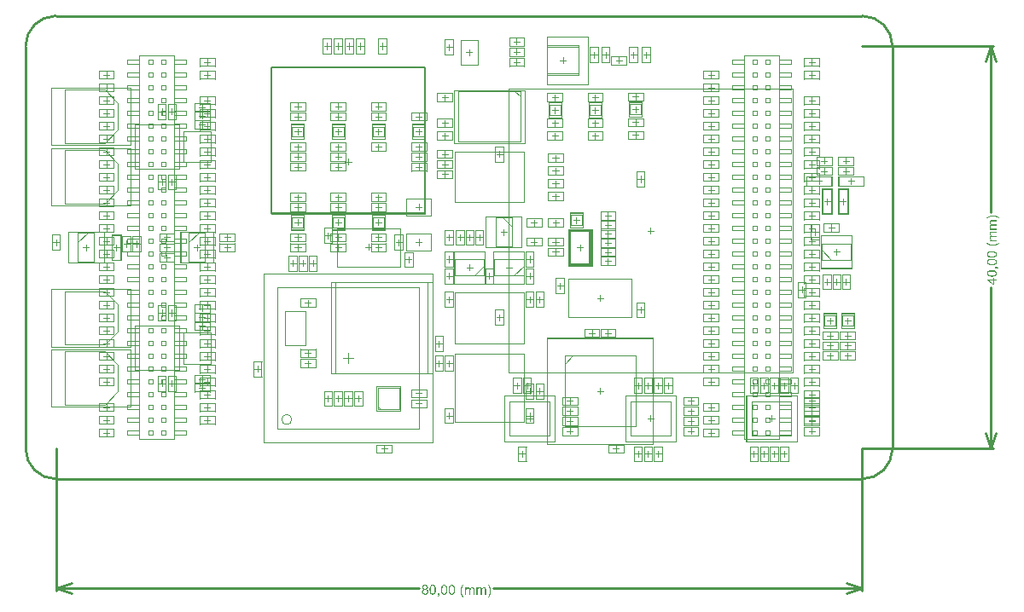
<source format=gko>
G04*
G04 #@! TF.GenerationSoftware,Altium Limited,Altium Designer,20.0.13 (296)*
G04*
G04 Layer_Color=16711935*
%FSLAX25Y25*%
%MOIN*%
G70*
G01*
G75*
%ADD10C,0.00394*%
%ADD11C,0.00787*%
%ADD15C,0.00197*%
%ADD16C,0.01000*%
%ADD17C,0.00079*%
%ADD18C,0.00394*%
G36*
X167261Y-54174D02*
X167295Y-54177D01*
X167334Y-54184D01*
X167378Y-54190D01*
X167428Y-54200D01*
X167478Y-54210D01*
X167531Y-54227D01*
X167584Y-54244D01*
X167638Y-54267D01*
X167687Y-54294D01*
X167741Y-54324D01*
X167787Y-54360D01*
X167831Y-54400D01*
X167834Y-54403D01*
X167841Y-54410D01*
X167851Y-54423D01*
X167867Y-54443D01*
X167884Y-54467D01*
X167901Y-54497D01*
X167920Y-54533D01*
X167944Y-54573D01*
X167964Y-54623D01*
X167984Y-54673D01*
X168000Y-54733D01*
X168020Y-54796D01*
X168034Y-54866D01*
X168044Y-54940D01*
X168050Y-55023D01*
X168054Y-55109D01*
Y-57017D01*
X167581D01*
Y-55266D01*
Y-55263D01*
Y-55253D01*
Y-55239D01*
Y-55219D01*
Y-55196D01*
X167578Y-55169D01*
X167574Y-55109D01*
X167571Y-55043D01*
X167561Y-54976D01*
X167551Y-54913D01*
X167541Y-54883D01*
X167534Y-54860D01*
X167531Y-54853D01*
X167524Y-54840D01*
X167514Y-54816D01*
X167498Y-54786D01*
X167474Y-54753D01*
X167444Y-54720D01*
X167411Y-54686D01*
X167368Y-54656D01*
X167361Y-54653D01*
X167348Y-54643D01*
X167321Y-54633D01*
X167288Y-54616D01*
X167245Y-54603D01*
X167198Y-54593D01*
X167145Y-54583D01*
X167085Y-54580D01*
X167058D01*
X167035Y-54583D01*
X167011Y-54587D01*
X166981Y-54590D01*
X166948Y-54597D01*
X166915Y-54603D01*
X166838Y-54627D01*
X166798Y-54643D01*
X166755Y-54663D01*
X166715Y-54686D01*
X166675Y-54710D01*
X166635Y-54743D01*
X166598Y-54776D01*
X166595Y-54780D01*
X166592Y-54786D01*
X166582Y-54796D01*
X166569Y-54813D01*
X166555Y-54836D01*
X166539Y-54860D01*
X166519Y-54893D01*
X166502Y-54930D01*
X166485Y-54970D01*
X166465Y-55016D01*
X166449Y-55066D01*
X166435Y-55123D01*
X166422Y-55186D01*
X166415Y-55253D01*
X166409Y-55326D01*
X166405Y-55402D01*
Y-57017D01*
X165933D01*
Y-55209D01*
Y-55206D01*
Y-55196D01*
Y-55179D01*
X165929Y-55159D01*
Y-55133D01*
X165926Y-55103D01*
X165919Y-55033D01*
X165902Y-54956D01*
X165883Y-54880D01*
X165856Y-54806D01*
X165836Y-54770D01*
X165816Y-54740D01*
Y-54736D01*
X165809Y-54733D01*
X165793Y-54713D01*
X165766Y-54690D01*
X165726Y-54660D01*
X165676Y-54630D01*
X165610Y-54603D01*
X165573Y-54593D01*
X165533Y-54587D01*
X165486Y-54583D01*
X165440Y-54580D01*
X165406D01*
X165390Y-54583D01*
X165366Y-54587D01*
X165320Y-54593D01*
X165263Y-54607D01*
X165200Y-54623D01*
X165133Y-54650D01*
X165070Y-54686D01*
X165067D01*
X165063Y-54690D01*
X165043Y-54707D01*
X165013Y-54730D01*
X164977Y-54763D01*
X164937Y-54806D01*
X164897Y-54860D01*
X164860Y-54923D01*
X164827Y-54993D01*
Y-54996D01*
X164824Y-55003D01*
X164820Y-55013D01*
X164817Y-55029D01*
X164810Y-55053D01*
X164804Y-55076D01*
X164797Y-55106D01*
X164790Y-55143D01*
X164784Y-55179D01*
X164777Y-55223D01*
X164770Y-55273D01*
X164764Y-55326D01*
X164760Y-55379D01*
X164757Y-55442D01*
X164754Y-55506D01*
Y-55576D01*
Y-57017D01*
X164281D01*
Y-54234D01*
X164704D01*
Y-54623D01*
X164710Y-54616D01*
X164717Y-54607D01*
X164727Y-54593D01*
X164757Y-54553D01*
X164797Y-54507D01*
X164847Y-54457D01*
X164903Y-54400D01*
X164973Y-54347D01*
X165050Y-54297D01*
X165053D01*
X165060Y-54290D01*
X165073Y-54284D01*
X165090Y-54277D01*
X165110Y-54267D01*
X165133Y-54257D01*
X165163Y-54247D01*
X165193Y-54234D01*
X165267Y-54210D01*
X165350Y-54190D01*
X165446Y-54177D01*
X165546Y-54170D01*
X165576D01*
X165596Y-54174D01*
X165623D01*
X165656Y-54177D01*
X165689Y-54180D01*
X165726Y-54187D01*
X165806Y-54200D01*
X165889Y-54224D01*
X165976Y-54257D01*
X166052Y-54300D01*
X166056D01*
X166062Y-54307D01*
X166072Y-54313D01*
X166086Y-54324D01*
X166119Y-54353D01*
X166162Y-54393D01*
X166206Y-54443D01*
X166252Y-54507D01*
X166296Y-54580D01*
X166332Y-54660D01*
X166335Y-54653D01*
X166349Y-54640D01*
X166365Y-54613D01*
X166392Y-54583D01*
X166425Y-54547D01*
X166465Y-54503D01*
X166512Y-54460D01*
X166562Y-54413D01*
X166622Y-54370D01*
X166688Y-54324D01*
X166758Y-54284D01*
X166835Y-54247D01*
X166915Y-54217D01*
X167001Y-54190D01*
X167095Y-54177D01*
X167191Y-54170D01*
X167231D01*
X167261Y-54174D01*
D02*
G37*
G36*
X162792D02*
X162826Y-54177D01*
X162866Y-54184D01*
X162909Y-54190D01*
X162959Y-54200D01*
X163009Y-54210D01*
X163062Y-54227D01*
X163115Y-54244D01*
X163169Y-54267D01*
X163219Y-54294D01*
X163272Y-54324D01*
X163319Y-54360D01*
X163362Y-54400D01*
X163365Y-54403D01*
X163372Y-54410D01*
X163382Y-54423D01*
X163398Y-54443D01*
X163415Y-54467D01*
X163432Y-54497D01*
X163452Y-54533D01*
X163475Y-54573D01*
X163495Y-54623D01*
X163515Y-54673D01*
X163532Y-54733D01*
X163552Y-54796D01*
X163565Y-54866D01*
X163575Y-54940D01*
X163582Y-55023D01*
X163585Y-55109D01*
Y-57017D01*
X163112D01*
Y-55266D01*
Y-55263D01*
Y-55253D01*
Y-55239D01*
Y-55219D01*
Y-55196D01*
X163109Y-55169D01*
X163105Y-55109D01*
X163102Y-55043D01*
X163092Y-54976D01*
X163082Y-54913D01*
X163072Y-54883D01*
X163065Y-54860D01*
X163062Y-54853D01*
X163055Y-54840D01*
X163045Y-54816D01*
X163029Y-54786D01*
X163005Y-54753D01*
X162976Y-54720D01*
X162942Y-54686D01*
X162899Y-54656D01*
X162892Y-54653D01*
X162879Y-54643D01*
X162852Y-54633D01*
X162819Y-54616D01*
X162776Y-54603D01*
X162729Y-54593D01*
X162676Y-54583D01*
X162616Y-54580D01*
X162589D01*
X162566Y-54583D01*
X162543Y-54587D01*
X162513Y-54590D01*
X162479Y-54597D01*
X162446Y-54603D01*
X162369Y-54627D01*
X162329Y-54643D01*
X162286Y-54663D01*
X162246Y-54686D01*
X162206Y-54710D01*
X162166Y-54743D01*
X162130Y-54776D01*
X162126Y-54780D01*
X162123Y-54786D01*
X162113Y-54796D01*
X162100Y-54813D01*
X162086Y-54836D01*
X162070Y-54860D01*
X162050Y-54893D01*
X162033Y-54930D01*
X162016Y-54970D01*
X161996Y-55016D01*
X161980Y-55066D01*
X161967Y-55123D01*
X161953Y-55186D01*
X161946Y-55253D01*
X161940Y-55326D01*
X161936Y-55402D01*
Y-57017D01*
X161464D01*
Y-55209D01*
Y-55206D01*
Y-55196D01*
Y-55179D01*
X161460Y-55159D01*
Y-55133D01*
X161457Y-55103D01*
X161450Y-55033D01*
X161434Y-54956D01*
X161414Y-54880D01*
X161387Y-54806D01*
X161367Y-54770D01*
X161347Y-54740D01*
Y-54736D01*
X161340Y-54733D01*
X161324Y-54713D01*
X161297Y-54690D01*
X161257Y-54660D01*
X161207Y-54630D01*
X161141Y-54603D01*
X161104Y-54593D01*
X161064Y-54587D01*
X161017Y-54583D01*
X160971Y-54580D01*
X160938D01*
X160921Y-54583D01*
X160898Y-54587D01*
X160851Y-54593D01*
X160794Y-54607D01*
X160731Y-54623D01*
X160664Y-54650D01*
X160601Y-54686D01*
X160598D01*
X160594Y-54690D01*
X160574Y-54707D01*
X160545Y-54730D01*
X160508Y-54763D01*
X160468Y-54806D01*
X160428Y-54860D01*
X160391Y-54923D01*
X160358Y-54993D01*
Y-54996D01*
X160355Y-55003D01*
X160351Y-55013D01*
X160348Y-55029D01*
X160342Y-55053D01*
X160335Y-55076D01*
X160328Y-55106D01*
X160321Y-55143D01*
X160315Y-55179D01*
X160308Y-55223D01*
X160301Y-55273D01*
X160295Y-55326D01*
X160292Y-55379D01*
X160288Y-55442D01*
X160285Y-55506D01*
Y-55576D01*
Y-57017D01*
X159812D01*
Y-54234D01*
X160235D01*
Y-54623D01*
X160242Y-54616D01*
X160248Y-54607D01*
X160258Y-54593D01*
X160288Y-54553D01*
X160328Y-54507D01*
X160378Y-54457D01*
X160435Y-54400D01*
X160505Y-54347D01*
X160581Y-54297D01*
X160584D01*
X160591Y-54290D01*
X160605Y-54284D01*
X160621Y-54277D01*
X160641Y-54267D01*
X160664Y-54257D01*
X160694Y-54247D01*
X160724Y-54234D01*
X160798Y-54210D01*
X160881Y-54190D01*
X160977Y-54177D01*
X161077Y-54170D01*
X161107D01*
X161127Y-54174D01*
X161154D01*
X161187Y-54177D01*
X161221Y-54180D01*
X161257Y-54187D01*
X161337Y-54200D01*
X161420Y-54224D01*
X161507Y-54257D01*
X161583Y-54300D01*
X161587D01*
X161593Y-54307D01*
X161603Y-54313D01*
X161617Y-54324D01*
X161650Y-54353D01*
X161693Y-54393D01*
X161737Y-54443D01*
X161783Y-54507D01*
X161827Y-54580D01*
X161863Y-54660D01*
X161867Y-54653D01*
X161880Y-54640D01*
X161897Y-54613D01*
X161923Y-54583D01*
X161957Y-54547D01*
X161996Y-54503D01*
X162043Y-54460D01*
X162093Y-54413D01*
X162153Y-54370D01*
X162220Y-54324D01*
X162290Y-54284D01*
X162366Y-54247D01*
X162446Y-54217D01*
X162533Y-54190D01*
X162626Y-54177D01*
X162722Y-54170D01*
X162762D01*
X162792Y-54174D01*
D02*
G37*
G36*
X154727Y-53168D02*
X154754D01*
X154784Y-53171D01*
X154817Y-53175D01*
X154857Y-53181D01*
X154940Y-53195D01*
X155030Y-53218D01*
X155123Y-53248D01*
X155213Y-53291D01*
X155217D01*
X155223Y-53298D01*
X155237Y-53304D01*
X155253Y-53315D01*
X155273Y-53328D01*
X155297Y-53341D01*
X155350Y-53381D01*
X155413Y-53434D01*
X155476Y-53494D01*
X155540Y-53568D01*
X155599Y-53651D01*
X155603Y-53654D01*
X155606Y-53661D01*
X155613Y-53674D01*
X155626Y-53691D01*
X155636Y-53714D01*
X155653Y-53741D01*
X155669Y-53774D01*
X155686Y-53811D01*
X155706Y-53847D01*
X155726Y-53891D01*
X155746Y-53941D01*
X155766Y-53991D01*
X155803Y-54100D01*
X155839Y-54220D01*
Y-54224D01*
X155843Y-54237D01*
X155846Y-54254D01*
X155853Y-54280D01*
X155859Y-54317D01*
X155866Y-54357D01*
X155876Y-54403D01*
X155883Y-54460D01*
X155889Y-54520D01*
X155899Y-54590D01*
X155906Y-54663D01*
X155913Y-54743D01*
X155919Y-54830D01*
X155922Y-54923D01*
X155926Y-55023D01*
Y-55126D01*
Y-55129D01*
Y-55133D01*
Y-55143D01*
Y-55156D01*
Y-55193D01*
X155922Y-55239D01*
Y-55296D01*
X155919Y-55362D01*
X155916Y-55436D01*
X155909Y-55516D01*
X155903Y-55602D01*
X155893Y-55689D01*
X155866Y-55872D01*
X155853Y-55962D01*
X155833Y-56052D01*
X155809Y-56138D01*
X155786Y-56218D01*
Y-56222D01*
X155779Y-56235D01*
X155773Y-56258D01*
X155759Y-56285D01*
X155746Y-56322D01*
X155726Y-56362D01*
X155706Y-56405D01*
X155683Y-56451D01*
X155623Y-56555D01*
X155553Y-56661D01*
X155466Y-56764D01*
X155420Y-56814D01*
X155370Y-56858D01*
X155366Y-56861D01*
X155356Y-56868D01*
X155343Y-56878D01*
X155320Y-56891D01*
X155293Y-56911D01*
X155260Y-56928D01*
X155223Y-56948D01*
X155180Y-56968D01*
X155130Y-56991D01*
X155080Y-57011D01*
X155020Y-57028D01*
X154960Y-57044D01*
X154894Y-57061D01*
X154824Y-57071D01*
X154750Y-57077D01*
X154674Y-57081D01*
X154650D01*
X154621Y-57077D01*
X154580Y-57074D01*
X154534Y-57067D01*
X154481Y-57061D01*
X154421Y-57047D01*
X154357Y-57031D01*
X154288Y-57011D01*
X154218Y-56984D01*
X154144Y-56954D01*
X154071Y-56914D01*
X153998Y-56871D01*
X153931Y-56818D01*
X153865Y-56758D01*
X153801Y-56688D01*
X153798Y-56681D01*
X153785Y-56665D01*
X153768Y-56634D01*
X153741Y-56595D01*
X153715Y-56541D01*
X153681Y-56478D01*
X153648Y-56401D01*
X153612Y-56312D01*
X153575Y-56208D01*
X153542Y-56095D01*
X153508Y-55965D01*
X153482Y-55825D01*
X153468Y-55749D01*
X153458Y-55672D01*
X153448Y-55589D01*
X153438Y-55502D01*
X153432Y-55412D01*
X153425Y-55322D01*
X153422Y-55226D01*
Y-55126D01*
Y-55123D01*
Y-55119D01*
Y-55109D01*
Y-55096D01*
Y-55059D01*
X153425Y-55013D01*
Y-54956D01*
X153428Y-54890D01*
X153435Y-54816D01*
X153438Y-54733D01*
X153448Y-54650D01*
X153455Y-54560D01*
X153482Y-54377D01*
X153498Y-54287D01*
X153515Y-54197D01*
X153538Y-54110D01*
X153562Y-54031D01*
X153565Y-54027D01*
X153568Y-54010D01*
X153575Y-53991D01*
X153588Y-53961D01*
X153602Y-53927D01*
X153621Y-53887D01*
X153641Y-53844D01*
X153665Y-53794D01*
X153725Y-53691D01*
X153795Y-53584D01*
X153881Y-53481D01*
X153928Y-53434D01*
X153978Y-53391D01*
X153981Y-53388D01*
X153991Y-53381D01*
X154008Y-53371D01*
X154028Y-53355D01*
X154054Y-53338D01*
X154088Y-53318D01*
X154124Y-53298D01*
X154168Y-53278D01*
X154218Y-53258D01*
X154271Y-53235D01*
X154327Y-53218D01*
X154387Y-53201D01*
X154454Y-53185D01*
X154524Y-53175D01*
X154597Y-53168D01*
X154674Y-53165D01*
X154704D01*
X154727Y-53168D01*
D02*
G37*
G36*
X151743D02*
X151770D01*
X151800Y-53171D01*
X151833Y-53175D01*
X151873Y-53181D01*
X151956Y-53195D01*
X152046Y-53218D01*
X152140Y-53248D01*
X152230Y-53291D01*
X152233D01*
X152240Y-53298D01*
X152253Y-53304D01*
X152269Y-53315D01*
X152289Y-53328D01*
X152313Y-53341D01*
X152366Y-53381D01*
X152429Y-53434D01*
X152493Y-53494D01*
X152556Y-53568D01*
X152616Y-53651D01*
X152619Y-53654D01*
X152622Y-53661D01*
X152629Y-53674D01*
X152643Y-53691D01*
X152653Y-53714D01*
X152669Y-53741D01*
X152686Y-53774D01*
X152702Y-53811D01*
X152722Y-53847D01*
X152742Y-53891D01*
X152762Y-53941D01*
X152782Y-53991D01*
X152819Y-54100D01*
X152856Y-54220D01*
Y-54224D01*
X152859Y-54237D01*
X152862Y-54254D01*
X152869Y-54280D01*
X152876Y-54317D01*
X152882Y-54357D01*
X152892Y-54403D01*
X152899Y-54460D01*
X152906Y-54520D01*
X152916Y-54590D01*
X152922Y-54663D01*
X152929Y-54743D01*
X152936Y-54830D01*
X152939Y-54923D01*
X152942Y-55023D01*
Y-55126D01*
Y-55129D01*
Y-55133D01*
Y-55143D01*
Y-55156D01*
Y-55193D01*
X152939Y-55239D01*
Y-55296D01*
X152936Y-55362D01*
X152932Y-55436D01*
X152926Y-55516D01*
X152919Y-55602D01*
X152909Y-55689D01*
X152882Y-55872D01*
X152869Y-55962D01*
X152849Y-56052D01*
X152826Y-56138D01*
X152802Y-56218D01*
Y-56222D01*
X152796Y-56235D01*
X152789Y-56258D01*
X152776Y-56285D01*
X152762Y-56322D01*
X152742Y-56362D01*
X152722Y-56405D01*
X152699Y-56451D01*
X152639Y-56555D01*
X152569Y-56661D01*
X152483Y-56764D01*
X152436Y-56814D01*
X152386Y-56858D01*
X152383Y-56861D01*
X152373Y-56868D01*
X152359Y-56878D01*
X152336Y-56891D01*
X152310Y-56911D01*
X152276Y-56928D01*
X152240Y-56948D01*
X152196Y-56968D01*
X152146Y-56991D01*
X152096Y-57011D01*
X152036Y-57028D01*
X151977Y-57044D01*
X151910Y-57061D01*
X151840Y-57071D01*
X151767Y-57077D01*
X151690Y-57081D01*
X151667D01*
X151637Y-57077D01*
X151597Y-57074D01*
X151550Y-57067D01*
X151497Y-57061D01*
X151437Y-57047D01*
X151374Y-57031D01*
X151304Y-57011D01*
X151234Y-56984D01*
X151161Y-56954D01*
X151087Y-56914D01*
X151014Y-56871D01*
X150947Y-56818D01*
X150881Y-56758D01*
X150818Y-56688D01*
X150814Y-56681D01*
X150801Y-56665D01*
X150784Y-56634D01*
X150758Y-56595D01*
X150731Y-56541D01*
X150698Y-56478D01*
X150664Y-56401D01*
X150628Y-56312D01*
X150591Y-56208D01*
X150558Y-56095D01*
X150525Y-55965D01*
X150498Y-55825D01*
X150485Y-55749D01*
X150475Y-55672D01*
X150465Y-55589D01*
X150455Y-55502D01*
X150448Y-55412D01*
X150441Y-55322D01*
X150438Y-55226D01*
Y-55126D01*
Y-55123D01*
Y-55119D01*
Y-55109D01*
Y-55096D01*
Y-55059D01*
X150441Y-55013D01*
Y-54956D01*
X150445Y-54890D01*
X150451Y-54816D01*
X150455Y-54733D01*
X150465Y-54650D01*
X150471Y-54560D01*
X150498Y-54377D01*
X150515Y-54287D01*
X150531Y-54197D01*
X150555Y-54110D01*
X150578Y-54031D01*
X150581Y-54027D01*
X150584Y-54010D01*
X150591Y-53991D01*
X150604Y-53961D01*
X150618Y-53927D01*
X150638Y-53887D01*
X150658Y-53844D01*
X150681Y-53794D01*
X150741Y-53691D01*
X150811Y-53584D01*
X150898Y-53481D01*
X150944Y-53434D01*
X150994Y-53391D01*
X150997Y-53388D01*
X151007Y-53381D01*
X151024Y-53371D01*
X151044Y-53355D01*
X151071Y-53338D01*
X151104Y-53318D01*
X151141Y-53298D01*
X151184Y-53278D01*
X151234Y-53258D01*
X151287Y-53235D01*
X151344Y-53218D01*
X151404Y-53201D01*
X151470Y-53185D01*
X151540Y-53175D01*
X151613Y-53168D01*
X151690Y-53165D01*
X151720D01*
X151743Y-53168D01*
D02*
G37*
G36*
X147268D02*
X147294D01*
X147325Y-53171D01*
X147358Y-53175D01*
X147398Y-53181D01*
X147481Y-53195D01*
X147571Y-53218D01*
X147664Y-53248D01*
X147754Y-53291D01*
X147757D01*
X147764Y-53298D01*
X147777Y-53304D01*
X147794Y-53315D01*
X147814Y-53328D01*
X147837Y-53341D01*
X147891Y-53381D01*
X147954Y-53434D01*
X148017Y-53494D01*
X148080Y-53568D01*
X148140Y-53651D01*
X148144Y-53654D01*
X148147Y-53661D01*
X148154Y-53674D01*
X148167Y-53691D01*
X148177Y-53714D01*
X148194Y-53741D01*
X148210Y-53774D01*
X148227Y-53811D01*
X148247Y-53847D01*
X148267Y-53891D01*
X148287Y-53941D01*
X148307Y-53991D01*
X148344Y-54100D01*
X148380Y-54220D01*
Y-54224D01*
X148383Y-54237D01*
X148387Y-54254D01*
X148393Y-54280D01*
X148400Y-54317D01*
X148407Y-54357D01*
X148417Y-54403D01*
X148423Y-54460D01*
X148430Y-54520D01*
X148440Y-54590D01*
X148447Y-54663D01*
X148453Y-54743D01*
X148460Y-54830D01*
X148463Y-54923D01*
X148467Y-55023D01*
Y-55126D01*
Y-55129D01*
Y-55133D01*
Y-55143D01*
Y-55156D01*
Y-55193D01*
X148463Y-55239D01*
Y-55296D01*
X148460Y-55362D01*
X148457Y-55436D01*
X148450Y-55516D01*
X148443Y-55602D01*
X148433Y-55689D01*
X148407Y-55872D01*
X148393Y-55962D01*
X148373Y-56052D01*
X148350Y-56138D01*
X148327Y-56218D01*
Y-56222D01*
X148320Y-56235D01*
X148313Y-56258D01*
X148300Y-56285D01*
X148287Y-56322D01*
X148267Y-56362D01*
X148247Y-56405D01*
X148224Y-56451D01*
X148164Y-56555D01*
X148094Y-56661D01*
X148007Y-56764D01*
X147960Y-56814D01*
X147911Y-56858D01*
X147907Y-56861D01*
X147897Y-56868D01*
X147884Y-56878D01*
X147861Y-56891D01*
X147834Y-56911D01*
X147801Y-56928D01*
X147764Y-56948D01*
X147721Y-56968D01*
X147671Y-56991D01*
X147621Y-57011D01*
X147561Y-57028D01*
X147501Y-57044D01*
X147434Y-57061D01*
X147364Y-57071D01*
X147291Y-57077D01*
X147215Y-57081D01*
X147191D01*
X147161Y-57077D01*
X147121Y-57074D01*
X147075Y-57067D01*
X147021Y-57061D01*
X146961Y-57047D01*
X146898Y-57031D01*
X146828Y-57011D01*
X146758Y-56984D01*
X146685Y-56954D01*
X146612Y-56914D01*
X146539Y-56871D01*
X146472Y-56818D01*
X146405Y-56758D01*
X146342Y-56688D01*
X146339Y-56681D01*
X146326Y-56665D01*
X146309Y-56634D01*
X146282Y-56595D01*
X146256Y-56541D01*
X146222Y-56478D01*
X146189Y-56401D01*
X146152Y-56312D01*
X146116Y-56208D01*
X146082Y-56095D01*
X146049Y-55965D01*
X146022Y-55825D01*
X146009Y-55749D01*
X145999Y-55672D01*
X145989Y-55589D01*
X145979Y-55502D01*
X145973Y-55412D01*
X145966Y-55322D01*
X145963Y-55226D01*
Y-55126D01*
Y-55123D01*
Y-55119D01*
Y-55109D01*
Y-55096D01*
Y-55059D01*
X145966Y-55013D01*
Y-54956D01*
X145969Y-54890D01*
X145976Y-54816D01*
X145979Y-54733D01*
X145989Y-54650D01*
X145996Y-54560D01*
X146022Y-54377D01*
X146039Y-54287D01*
X146056Y-54197D01*
X146079Y-54110D01*
X146102Y-54031D01*
X146106Y-54027D01*
X146109Y-54010D01*
X146116Y-53991D01*
X146129Y-53961D01*
X146142Y-53927D01*
X146162Y-53887D01*
X146182Y-53844D01*
X146206Y-53794D01*
X146265Y-53691D01*
X146335Y-53584D01*
X146422Y-53481D01*
X146469Y-53434D01*
X146519Y-53391D01*
X146522Y-53388D01*
X146532Y-53381D01*
X146549Y-53371D01*
X146569Y-53355D01*
X146595Y-53338D01*
X146628Y-53318D01*
X146665Y-53298D01*
X146708Y-53278D01*
X146758Y-53258D01*
X146812Y-53235D01*
X146868Y-53218D01*
X146928Y-53201D01*
X146995Y-53185D01*
X147065Y-53175D01*
X147138Y-53168D01*
X147215Y-53165D01*
X147245D01*
X147268Y-53168D01*
D02*
G37*
G36*
X144278D02*
X144311D01*
X144354Y-53175D01*
X144404Y-53181D01*
X144457Y-53188D01*
X144517Y-53201D01*
X144581Y-53218D01*
X144647Y-53235D01*
X144714Y-53261D01*
X144780Y-53288D01*
X144847Y-53321D01*
X144914Y-53361D01*
X144977Y-53404D01*
X145037Y-53458D01*
X145040Y-53461D01*
X145050Y-53471D01*
X145067Y-53488D01*
X145087Y-53511D01*
X145110Y-53538D01*
X145133Y-53571D01*
X145163Y-53611D01*
X145193Y-53658D01*
X145220Y-53704D01*
X145250Y-53761D01*
X145273Y-53817D01*
X145300Y-53881D01*
X145317Y-53947D01*
X145333Y-54017D01*
X145343Y-54090D01*
X145346Y-54167D01*
Y-54170D01*
Y-54180D01*
Y-54194D01*
X145343Y-54210D01*
Y-54234D01*
X145340Y-54260D01*
X145330Y-54324D01*
X145313Y-54397D01*
X145287Y-54477D01*
X145250Y-54557D01*
X145230Y-54597D01*
X145203Y-54633D01*
Y-54637D01*
X145197Y-54643D01*
X145190Y-54653D01*
X145177Y-54667D01*
X145163Y-54683D01*
X145143Y-54700D01*
X145123Y-54723D01*
X145097Y-54743D01*
X145070Y-54770D01*
X145037Y-54793D01*
X145003Y-54820D01*
X144964Y-54843D01*
X144924Y-54870D01*
X144877Y-54893D01*
X144830Y-54916D01*
X144777Y-54936D01*
X144780D01*
X144794Y-54943D01*
X144810Y-54949D01*
X144834Y-54959D01*
X144864Y-54970D01*
X144900Y-54986D01*
X144937Y-55006D01*
X144977Y-55026D01*
X145063Y-55079D01*
X145153Y-55143D01*
X145240Y-55219D01*
X145280Y-55263D01*
X145317Y-55309D01*
X145320Y-55313D01*
X145323Y-55319D01*
X145333Y-55336D01*
X145346Y-55356D01*
X145360Y-55379D01*
X145376Y-55409D01*
X145393Y-55442D01*
X145410Y-55482D01*
X145426Y-55526D01*
X145443Y-55569D01*
X145460Y-55622D01*
X145473Y-55676D01*
X145496Y-55792D01*
X145500Y-55852D01*
X145503Y-55919D01*
Y-55925D01*
Y-55942D01*
X145500Y-55965D01*
X145496Y-56002D01*
X145493Y-56042D01*
X145483Y-56092D01*
X145473Y-56148D01*
X145460Y-56208D01*
X145440Y-56272D01*
X145416Y-56338D01*
X145390Y-56405D01*
X145356Y-56475D01*
X145317Y-56545D01*
X145270Y-56615D01*
X145217Y-56684D01*
X145153Y-56748D01*
X145150Y-56751D01*
X145137Y-56761D01*
X145117Y-56778D01*
X145090Y-56801D01*
X145053Y-56824D01*
X145013Y-56854D01*
X144964Y-56884D01*
X144907Y-56914D01*
X144844Y-56944D01*
X144777Y-56974D01*
X144700Y-57004D01*
X144621Y-57028D01*
X144534Y-57051D01*
X144441Y-57067D01*
X144341Y-57077D01*
X144238Y-57081D01*
X144211D01*
X144184Y-57077D01*
X144144Y-57074D01*
X144094Y-57071D01*
X144038Y-57064D01*
X143978Y-57054D01*
X143908Y-57038D01*
X143838Y-57021D01*
X143765Y-56998D01*
X143688Y-56971D01*
X143608Y-56938D01*
X143532Y-56901D01*
X143458Y-56854D01*
X143385Y-56804D01*
X143318Y-56744D01*
X143315Y-56741D01*
X143305Y-56728D01*
X143285Y-56711D01*
X143265Y-56684D01*
X143239Y-56651D01*
X143209Y-56611D01*
X143179Y-56565D01*
X143145Y-56515D01*
X143112Y-56455D01*
X143082Y-56391D01*
X143052Y-56325D01*
X143026Y-56248D01*
X143006Y-56172D01*
X142989Y-56088D01*
X142975Y-56002D01*
X142972Y-55909D01*
Y-55905D01*
Y-55892D01*
Y-55872D01*
X142975Y-55845D01*
X142979Y-55812D01*
X142982Y-55775D01*
X142989Y-55735D01*
X142996Y-55689D01*
X143019Y-55589D01*
X143035Y-55536D01*
X143052Y-55486D01*
X143075Y-55432D01*
X143099Y-55379D01*
X143129Y-55329D01*
X143162Y-55279D01*
X143165Y-55276D01*
X143172Y-55269D01*
X143182Y-55256D01*
X143199Y-55239D01*
X143215Y-55219D01*
X143242Y-55193D01*
X143269Y-55169D01*
X143302Y-55143D01*
X143339Y-55113D01*
X143378Y-55083D01*
X143422Y-55056D01*
X143472Y-55026D01*
X143525Y-55003D01*
X143582Y-54976D01*
X143641Y-54956D01*
X143705Y-54936D01*
X143701D01*
X143692Y-54930D01*
X143678Y-54926D01*
X143655Y-54916D01*
X143631Y-54906D01*
X143605Y-54893D01*
X143538Y-54856D01*
X143468Y-54813D01*
X143395Y-54763D01*
X143325Y-54700D01*
X143295Y-54667D01*
X143265Y-54630D01*
Y-54627D01*
X143259Y-54620D01*
X143252Y-54610D01*
X143242Y-54593D01*
X143232Y-54577D01*
X143222Y-54553D01*
X143209Y-54527D01*
X143195Y-54497D01*
X143169Y-54427D01*
X143149Y-54343D01*
X143132Y-54254D01*
X143125Y-54154D01*
Y-54150D01*
Y-54134D01*
X143129Y-54114D01*
Y-54084D01*
X143135Y-54047D01*
X143142Y-54007D01*
X143152Y-53961D01*
X143162Y-53911D01*
X143179Y-53857D01*
X143199Y-53801D01*
X143222Y-53741D01*
X143252Y-53681D01*
X143285Y-53621D01*
X143325Y-53564D01*
X143372Y-53508D01*
X143425Y-53451D01*
X143428Y-53448D01*
X143438Y-53438D01*
X143455Y-53424D01*
X143482Y-53408D01*
X143512Y-53385D01*
X143548Y-53361D01*
X143592Y-53334D01*
X143638Y-53308D01*
X143695Y-53281D01*
X143755Y-53255D01*
X143821Y-53231D01*
X143891Y-53208D01*
X143968Y-53191D01*
X144051Y-53178D01*
X144138Y-53168D01*
X144228Y-53165D01*
X144251D01*
X144278Y-53168D01*
D02*
G37*
G36*
X149735Y-57017D02*
Y-57021D01*
Y-57031D01*
Y-57044D01*
Y-57067D01*
X149732Y-57091D01*
X149729Y-57121D01*
X149722Y-57187D01*
X149709Y-57264D01*
X149692Y-57341D01*
X149665Y-57420D01*
X149629Y-57494D01*
Y-57497D01*
X149626Y-57500D01*
X149619Y-57510D01*
X149609Y-57524D01*
X149585Y-57557D01*
X149549Y-57597D01*
X149502Y-57644D01*
X149446Y-57690D01*
X149379Y-57737D01*
X149299Y-57777D01*
X149169Y-57574D01*
X149173D01*
X149176Y-57570D01*
X149193Y-57560D01*
X149219Y-57547D01*
X149252Y-57524D01*
X149286Y-57497D01*
X149322Y-57464D01*
X149356Y-57424D01*
X149386Y-57380D01*
X149389Y-57374D01*
X149396Y-57357D01*
X149409Y-57327D01*
X149422Y-57287D01*
X149436Y-57237D01*
X149449Y-57174D01*
X149459Y-57101D01*
X149466Y-57017D01*
X149199D01*
Y-56481D01*
X149735D01*
Y-57017D01*
D02*
G37*
G36*
X169056Y-53115D02*
X169063Y-53118D01*
X169069Y-53128D01*
X169079Y-53141D01*
X169089Y-53158D01*
X169103Y-53178D01*
X169136Y-53225D01*
X169179Y-53285D01*
X169226Y-53355D01*
X169276Y-53434D01*
X169332Y-53524D01*
X169389Y-53621D01*
X169452Y-53724D01*
X169512Y-53834D01*
X169572Y-53947D01*
X169629Y-54064D01*
X169685Y-54187D01*
X169739Y-54310D01*
X169785Y-54433D01*
X169789Y-54440D01*
X169795Y-54460D01*
X169805Y-54490D01*
X169819Y-54533D01*
X169832Y-54583D01*
X169849Y-54646D01*
X169869Y-54716D01*
X169889Y-54796D01*
X169905Y-54883D01*
X169925Y-54976D01*
X169942Y-55073D01*
X169958Y-55179D01*
X169968Y-55286D01*
X169978Y-55399D01*
X169985Y-55512D01*
X169989Y-55629D01*
Y-55632D01*
Y-55635D01*
Y-55646D01*
Y-55659D01*
Y-55679D01*
X169985Y-55699D01*
Y-55749D01*
X169982Y-55812D01*
X169975Y-55885D01*
X169965Y-55972D01*
X169955Y-56065D01*
X169939Y-56165D01*
X169922Y-56272D01*
X169899Y-56385D01*
X169872Y-56501D01*
X169842Y-56625D01*
X169805Y-56748D01*
X169762Y-56871D01*
X169715Y-56994D01*
Y-56998D01*
X169712Y-57001D01*
X169709Y-57011D01*
X169702Y-57024D01*
X169689Y-57057D01*
X169666Y-57104D01*
X169639Y-57161D01*
X169609Y-57227D01*
X169572Y-57304D01*
X169532Y-57384D01*
X169486Y-57474D01*
X169436Y-57564D01*
X169379Y-57660D01*
X169323Y-57757D01*
X169259Y-57857D01*
X169196Y-57956D01*
X169126Y-58053D01*
X169056Y-58146D01*
X168720D01*
X168723Y-58143D01*
X168730Y-58133D01*
X168740Y-58113D01*
X168753Y-58090D01*
X168770Y-58060D01*
X168793Y-58023D01*
X168816Y-57980D01*
X168843Y-57930D01*
X168870Y-57877D01*
X168903Y-57817D01*
X168933Y-57753D01*
X168966Y-57683D01*
X169003Y-57607D01*
X169039Y-57530D01*
X169076Y-57447D01*
X169113Y-57361D01*
X169149Y-57271D01*
X169183Y-57177D01*
X169256Y-56981D01*
X169323Y-56771D01*
X169379Y-56555D01*
X169429Y-56328D01*
X169452Y-56215D01*
X169469Y-56098D01*
X169482Y-55982D01*
X169492Y-55865D01*
X169499Y-55745D01*
X169502Y-55629D01*
Y-55622D01*
Y-55606D01*
Y-55579D01*
Y-55546D01*
X169499Y-55499D01*
X169496Y-55449D01*
X169492Y-55389D01*
X169489Y-55322D01*
X169482Y-55253D01*
X169476Y-55176D01*
X169466Y-55096D01*
X169456Y-55010D01*
X169426Y-54833D01*
X169389Y-54653D01*
Y-54650D01*
X169386Y-54637D01*
X169379Y-54613D01*
X169372Y-54587D01*
X169362Y-54550D01*
X169352Y-54510D01*
X169339Y-54463D01*
X169326Y-54410D01*
X169306Y-54357D01*
X169289Y-54297D01*
X169246Y-54167D01*
X169196Y-54034D01*
X169139Y-53897D01*
Y-53894D01*
X169136Y-53887D01*
X169129Y-53871D01*
X169119Y-53851D01*
X169106Y-53827D01*
X169089Y-53794D01*
X169069Y-53757D01*
X169049Y-53711D01*
X169023Y-53661D01*
X168993Y-53604D01*
X168956Y-53538D01*
X168920Y-53468D01*
X168876Y-53388D01*
X168830Y-53304D01*
X168776Y-53211D01*
X168720Y-53111D01*
X169056D01*
Y-53115D01*
D02*
G37*
G36*
X159266Y-53118D02*
X159256Y-53135D01*
X159239Y-53165D01*
X159219Y-53201D01*
X159193Y-53245D01*
X159163Y-53298D01*
X159129Y-53355D01*
X159096Y-53414D01*
X159026Y-53541D01*
X158956Y-53671D01*
X158926Y-53731D01*
X158896Y-53791D01*
X158870Y-53844D01*
X158850Y-53891D01*
X158846Y-53894D01*
X158843Y-53907D01*
X158833Y-53927D01*
X158823Y-53954D01*
X158810Y-53987D01*
X158793Y-54027D01*
X158776Y-54070D01*
X158760Y-54120D01*
X158740Y-54177D01*
X158716Y-54234D01*
X158696Y-54297D01*
X158676Y-54364D01*
X158633Y-54500D01*
X158597Y-54646D01*
Y-54653D01*
X158593Y-54670D01*
X158587Y-54697D01*
X158580Y-54730D01*
X158570Y-54776D01*
X158563Y-54826D01*
X158553Y-54886D01*
X158543Y-54953D01*
X158530Y-55026D01*
X158520Y-55103D01*
X158513Y-55183D01*
X158503Y-55266D01*
X158490Y-55446D01*
X158487Y-55629D01*
Y-55632D01*
Y-55642D01*
Y-55662D01*
Y-55686D01*
X158490Y-55715D01*
X158493Y-55752D01*
Y-55795D01*
X158500Y-55845D01*
X158503Y-55899D01*
X158510Y-55958D01*
X158520Y-56025D01*
X158527Y-56095D01*
X158540Y-56168D01*
X158553Y-56248D01*
X158567Y-56331D01*
X158583Y-56418D01*
X158603Y-56508D01*
X158626Y-56601D01*
X158676Y-56798D01*
X158740Y-57007D01*
X158776Y-57114D01*
X158816Y-57224D01*
X158860Y-57334D01*
X158906Y-57447D01*
X158956Y-57564D01*
X159009Y-57677D01*
X159069Y-57793D01*
X159133Y-57910D01*
X159199Y-58030D01*
X159269Y-58146D01*
X158933D01*
X158930Y-58140D01*
X158916Y-58123D01*
X158896Y-58096D01*
X158866Y-58060D01*
X158833Y-58013D01*
X158793Y-57956D01*
X158750Y-57890D01*
X158703Y-57817D01*
X158653Y-57737D01*
X158600Y-57647D01*
X158543Y-57554D01*
X158487Y-57454D01*
X158430Y-57344D01*
X158377Y-57234D01*
X158324Y-57114D01*
X158270Y-56994D01*
Y-56991D01*
X158267Y-56988D01*
X158264Y-56977D01*
X158260Y-56964D01*
X158254Y-56948D01*
X158247Y-56928D01*
X158227Y-56881D01*
X158207Y-56821D01*
X158184Y-56748D01*
X158160Y-56668D01*
X158137Y-56575D01*
X158110Y-56478D01*
X158087Y-56371D01*
X158064Y-56258D01*
X158044Y-56138D01*
X158027Y-56019D01*
X158014Y-55889D01*
X158004Y-55762D01*
X158001Y-55629D01*
Y-55625D01*
Y-55622D01*
Y-55612D01*
Y-55602D01*
Y-55566D01*
X158004Y-55522D01*
X158007Y-55466D01*
X158010Y-55399D01*
X158017Y-55326D01*
X158027Y-55246D01*
X158037Y-55156D01*
X158050Y-55063D01*
X158067Y-54963D01*
X158084Y-54860D01*
X158107Y-54756D01*
X158134Y-54646D01*
X158164Y-54540D01*
X158200Y-54433D01*
Y-54430D01*
X158204Y-54427D01*
X158207Y-54417D01*
X158210Y-54403D01*
X158217Y-54387D01*
X158227Y-54367D01*
X158244Y-54320D01*
X158270Y-54260D01*
X158300Y-54190D01*
X158337Y-54107D01*
X158380Y-54021D01*
X158430Y-53924D01*
X158483Y-53821D01*
X158543Y-53711D01*
X158610Y-53598D01*
X158680Y-53478D01*
X158760Y-53358D01*
X158843Y-53235D01*
X158933Y-53111D01*
X159269D01*
X159266Y-53118D01*
D02*
G37*
G36*
X366199Y91320D02*
X366249D01*
X366312Y91317D01*
X366385Y91310D01*
X366472Y91300D01*
X366565Y91290D01*
X366665Y91273D01*
X366772Y91257D01*
X366885Y91233D01*
X367001Y91207D01*
X367125Y91177D01*
X367248Y91140D01*
X367371Y91097D01*
X367494Y91050D01*
X367497D01*
X367501Y91047D01*
X367511Y91044D01*
X367524Y91037D01*
X367557Y91023D01*
X367604Y91000D01*
X367661Y90974D01*
X367727Y90944D01*
X367804Y90907D01*
X367884Y90867D01*
X367974Y90820D01*
X368064Y90770D01*
X368160Y90714D01*
X368257Y90657D01*
X368357Y90594D01*
X368457Y90531D01*
X368553Y90461D01*
X368646Y90391D01*
Y90055D01*
X368643Y90058D01*
X368633Y90065D01*
X368613Y90074D01*
X368590Y90088D01*
X368560Y90104D01*
X368523Y90128D01*
X368480Y90151D01*
X368430Y90178D01*
X368377Y90204D01*
X368317Y90238D01*
X368253Y90268D01*
X368183Y90301D01*
X368107Y90338D01*
X368030Y90374D01*
X367947Y90411D01*
X367861Y90447D01*
X367771Y90484D01*
X367677Y90517D01*
X367481Y90591D01*
X367271Y90657D01*
X367055Y90714D01*
X366828Y90764D01*
X366715Y90787D01*
X366598Y90804D01*
X366482Y90817D01*
X366365Y90827D01*
X366245Y90834D01*
X366129Y90837D01*
X366122D01*
X366106D01*
X366079D01*
X366046D01*
X365999Y90834D01*
X365949Y90830D01*
X365889Y90827D01*
X365823Y90824D01*
X365753Y90817D01*
X365676Y90810D01*
X365596Y90800D01*
X365510Y90790D01*
X365333Y90760D01*
X365153Y90724D01*
X365150D01*
X365137Y90720D01*
X365113Y90714D01*
X365087Y90707D01*
X365050Y90697D01*
X365010Y90687D01*
X364963Y90674D01*
X364910Y90661D01*
X364857Y90641D01*
X364797Y90624D01*
X364667Y90581D01*
X364534Y90531D01*
X364397Y90474D01*
X364394D01*
X364387Y90471D01*
X364371Y90464D01*
X364351Y90454D01*
X364327Y90441D01*
X364294Y90424D01*
X364257Y90404D01*
X364211Y90384D01*
X364161Y90358D01*
X364104Y90328D01*
X364038Y90291D01*
X363968Y90254D01*
X363888Y90211D01*
X363805Y90164D01*
X363711Y90111D01*
X363611Y90055D01*
Y90391D01*
X363615D01*
X363618Y90398D01*
X363628Y90404D01*
X363641Y90414D01*
X363658Y90424D01*
X363678Y90437D01*
X363725Y90471D01*
X363785Y90514D01*
X363855Y90561D01*
X363934Y90611D01*
X364024Y90667D01*
X364121Y90724D01*
X364224Y90787D01*
X364334Y90847D01*
X364447Y90907D01*
X364564Y90964D01*
X364687Y91020D01*
X364810Y91074D01*
X364933Y91120D01*
X364940Y91123D01*
X364960Y91130D01*
X364990Y91140D01*
X365033Y91153D01*
X365083Y91167D01*
X365146Y91183D01*
X365216Y91203D01*
X365296Y91223D01*
X365383Y91240D01*
X365476Y91260D01*
X365573Y91277D01*
X365679Y91293D01*
X365786Y91303D01*
X365899Y91313D01*
X366012Y91320D01*
X366129Y91323D01*
X366132D01*
X366136D01*
X366145D01*
X366159D01*
X366179D01*
X366199Y91320D01*
D02*
G37*
G36*
X367517Y88916D02*
X365766D01*
X365763D01*
X365753D01*
X365739D01*
X365719D01*
X365696D01*
X365669Y88912D01*
X365609Y88909D01*
X365543Y88906D01*
X365476Y88896D01*
X365413Y88886D01*
X365383Y88876D01*
X365360Y88869D01*
X365353Y88866D01*
X365340Y88859D01*
X365316Y88849D01*
X365286Y88832D01*
X365253Y88809D01*
X365220Y88779D01*
X365187Y88746D01*
X365157Y88702D01*
X365153Y88696D01*
X365143Y88683D01*
X365133Y88656D01*
X365117Y88623D01*
X365103Y88579D01*
X365093Y88533D01*
X365083Y88479D01*
X365080Y88420D01*
Y88393D01*
X365083Y88370D01*
X365087Y88346D01*
X365090Y88316D01*
X365097Y88283D01*
X365103Y88250D01*
X365126Y88173D01*
X365143Y88133D01*
X365163Y88090D01*
X365187Y88050D01*
X365210Y88010D01*
X365243Y87970D01*
X365276Y87933D01*
X365280Y87930D01*
X365286Y87927D01*
X365296Y87917D01*
X365313Y87903D01*
X365336Y87890D01*
X365360Y87873D01*
X365393Y87853D01*
X365430Y87837D01*
X365470Y87820D01*
X365516Y87800D01*
X365566Y87783D01*
X365623Y87770D01*
X365686Y87757D01*
X365753Y87750D01*
X365826Y87744D01*
X365902Y87740D01*
X367517D01*
Y87267D01*
X365709D01*
X365706D01*
X365696D01*
X365679D01*
X365659Y87264D01*
X365633D01*
X365603Y87261D01*
X365533Y87254D01*
X365456Y87237D01*
X365380Y87217D01*
X365306Y87191D01*
X365270Y87171D01*
X365240Y87151D01*
X365236D01*
X365233Y87144D01*
X365213Y87127D01*
X365190Y87101D01*
X365160Y87061D01*
X365130Y87011D01*
X365103Y86944D01*
X365093Y86908D01*
X365087Y86868D01*
X365083Y86821D01*
X365080Y86774D01*
Y86741D01*
X365083Y86725D01*
X365087Y86701D01*
X365093Y86655D01*
X365107Y86598D01*
X365123Y86535D01*
X365150Y86468D01*
X365187Y86405D01*
Y86401D01*
X365190Y86398D01*
X365207Y86378D01*
X365230Y86348D01*
X365263Y86312D01*
X365306Y86272D01*
X365360Y86232D01*
X365423Y86195D01*
X365493Y86162D01*
X365496D01*
X365503Y86158D01*
X365513Y86155D01*
X365529Y86152D01*
X365553Y86145D01*
X365576Y86138D01*
X365606Y86132D01*
X365643Y86125D01*
X365679Y86118D01*
X365723Y86112D01*
X365773Y86105D01*
X365826Y86098D01*
X365879Y86095D01*
X365942Y86092D01*
X366006Y86089D01*
X366076D01*
X367517D01*
Y85616D01*
X364734D01*
Y86039D01*
X365123D01*
X365117Y86045D01*
X365107Y86052D01*
X365093Y86062D01*
X365053Y86092D01*
X365007Y86132D01*
X364957Y86182D01*
X364900Y86238D01*
X364847Y86308D01*
X364797Y86385D01*
Y86388D01*
X364790Y86395D01*
X364784Y86408D01*
X364777Y86425D01*
X364767Y86445D01*
X364757Y86468D01*
X364747Y86498D01*
X364734Y86528D01*
X364710Y86601D01*
X364690Y86685D01*
X364677Y86781D01*
X364670Y86881D01*
Y86911D01*
X364674Y86931D01*
Y86958D01*
X364677Y86991D01*
X364680Y87024D01*
X364687Y87061D01*
X364700Y87141D01*
X364724Y87224D01*
X364757Y87311D01*
X364800Y87387D01*
Y87391D01*
X364807Y87397D01*
X364813Y87407D01*
X364824Y87420D01*
X364854Y87454D01*
X364893Y87497D01*
X364943Y87540D01*
X365007Y87587D01*
X365080Y87630D01*
X365160Y87667D01*
X365153Y87670D01*
X365140Y87683D01*
X365113Y87700D01*
X365083Y87727D01*
X365047Y87760D01*
X365003Y87800D01*
X364960Y87847D01*
X364913Y87897D01*
X364870Y87957D01*
X364824Y88023D01*
X364784Y88093D01*
X364747Y88170D01*
X364717Y88250D01*
X364690Y88336D01*
X364677Y88429D01*
X364670Y88526D01*
Y88566D01*
X364674Y88596D01*
X364677Y88629D01*
X364684Y88669D01*
X364690Y88713D01*
X364700Y88762D01*
X364710Y88812D01*
X364727Y88866D01*
X364744Y88919D01*
X364767Y88972D01*
X364793Y89022D01*
X364824Y89075D01*
X364860Y89122D01*
X364900Y89165D01*
X364903Y89169D01*
X364910Y89175D01*
X364923Y89185D01*
X364943Y89202D01*
X364967Y89219D01*
X364997Y89235D01*
X365033Y89255D01*
X365073Y89279D01*
X365123Y89299D01*
X365173Y89319D01*
X365233Y89335D01*
X365296Y89355D01*
X365366Y89368D01*
X365440Y89378D01*
X365523Y89385D01*
X365609Y89389D01*
X367517D01*
Y88916D01*
D02*
G37*
G36*
Y84447D02*
X365766D01*
X365763D01*
X365753D01*
X365739D01*
X365719D01*
X365696D01*
X365669Y84443D01*
X365609Y84440D01*
X365543Y84437D01*
X365476Y84427D01*
X365413Y84417D01*
X365383Y84407D01*
X365360Y84400D01*
X365353Y84397D01*
X365340Y84390D01*
X365316Y84380D01*
X365286Y84364D01*
X365253Y84340D01*
X365220Y84310D01*
X365187Y84277D01*
X365157Y84234D01*
X365153Y84227D01*
X365143Y84214D01*
X365133Y84187D01*
X365117Y84154D01*
X365103Y84110D01*
X365093Y84064D01*
X365083Y84010D01*
X365080Y83951D01*
Y83924D01*
X365083Y83901D01*
X365087Y83877D01*
X365090Y83847D01*
X365097Y83814D01*
X365103Y83781D01*
X365126Y83704D01*
X365143Y83664D01*
X365163Y83621D01*
X365187Y83581D01*
X365210Y83541D01*
X365243Y83501D01*
X365276Y83464D01*
X365280Y83461D01*
X365286Y83458D01*
X365296Y83448D01*
X365313Y83434D01*
X365336Y83421D01*
X365360Y83404D01*
X365393Y83385D01*
X365430Y83368D01*
X365470Y83351D01*
X365516Y83331D01*
X365566Y83315D01*
X365623Y83301D01*
X365686Y83288D01*
X365753Y83281D01*
X365826Y83275D01*
X365902Y83271D01*
X367517D01*
Y82798D01*
X365709D01*
X365706D01*
X365696D01*
X365679D01*
X365659Y82795D01*
X365633D01*
X365603Y82792D01*
X365533Y82785D01*
X365456Y82768D01*
X365380Y82749D01*
X365306Y82722D01*
X365270Y82702D01*
X365240Y82682D01*
X365236D01*
X365233Y82675D01*
X365213Y82659D01*
X365190Y82632D01*
X365160Y82592D01*
X365130Y82542D01*
X365103Y82475D01*
X365093Y82439D01*
X365087Y82399D01*
X365083Y82352D01*
X365080Y82306D01*
Y82272D01*
X365083Y82256D01*
X365087Y82232D01*
X365093Y82186D01*
X365107Y82129D01*
X365123Y82066D01*
X365150Y81999D01*
X365187Y81936D01*
Y81933D01*
X365190Y81929D01*
X365207Y81909D01*
X365230Y81879D01*
X365263Y81843D01*
X365306Y81803D01*
X365360Y81763D01*
X365423Y81726D01*
X365493Y81693D01*
X365496D01*
X365503Y81690D01*
X365513Y81686D01*
X365529Y81683D01*
X365553Y81676D01*
X365576Y81670D01*
X365606Y81663D01*
X365643Y81656D01*
X365679Y81650D01*
X365723Y81643D01*
X365773Y81636D01*
X365826Y81630D01*
X365879Y81626D01*
X365942Y81623D01*
X366006Y81620D01*
X366076D01*
X367517D01*
Y81147D01*
X364734D01*
Y81570D01*
X365123D01*
X365117Y81576D01*
X365107Y81583D01*
X365093Y81593D01*
X365053Y81623D01*
X365007Y81663D01*
X364957Y81713D01*
X364900Y81769D01*
X364847Y81839D01*
X364797Y81916D01*
Y81919D01*
X364790Y81926D01*
X364784Y81939D01*
X364777Y81956D01*
X364767Y81976D01*
X364757Y81999D01*
X364747Y82029D01*
X364734Y82059D01*
X364710Y82132D01*
X364690Y82216D01*
X364677Y82312D01*
X364670Y82412D01*
Y82442D01*
X364674Y82462D01*
Y82489D01*
X364677Y82522D01*
X364680Y82555D01*
X364687Y82592D01*
X364700Y82672D01*
X364724Y82755D01*
X364757Y82842D01*
X364800Y82918D01*
Y82922D01*
X364807Y82928D01*
X364813Y82938D01*
X364824Y82952D01*
X364854Y82985D01*
X364893Y83028D01*
X364943Y83072D01*
X365007Y83118D01*
X365080Y83161D01*
X365160Y83198D01*
X365153Y83201D01*
X365140Y83215D01*
X365113Y83231D01*
X365083Y83258D01*
X365047Y83291D01*
X365003Y83331D01*
X364960Y83378D01*
X364913Y83428D01*
X364870Y83488D01*
X364824Y83554D01*
X364784Y83624D01*
X364747Y83701D01*
X364717Y83781D01*
X364690Y83867D01*
X364677Y83961D01*
X364670Y84057D01*
Y84097D01*
X364674Y84127D01*
X364677Y84160D01*
X364684Y84200D01*
X364690Y84244D01*
X364700Y84294D01*
X364710Y84343D01*
X364727Y84397D01*
X364744Y84450D01*
X364767Y84503D01*
X364793Y84553D01*
X364824Y84607D01*
X364860Y84653D01*
X364900Y84697D01*
X364903Y84700D01*
X364910Y84706D01*
X364923Y84716D01*
X364943Y84733D01*
X364967Y84750D01*
X364997Y84766D01*
X365033Y84786D01*
X365073Y84810D01*
X365123Y84830D01*
X365173Y84850D01*
X365233Y84866D01*
X365296Y84886D01*
X365366Y84900D01*
X365440Y84910D01*
X365523Y84916D01*
X365609Y84920D01*
X367517D01*
Y84447D01*
D02*
G37*
G36*
X368646Y80268D02*
X368640Y80264D01*
X368623Y80251D01*
X368596Y80231D01*
X368560Y80201D01*
X368513Y80168D01*
X368457Y80128D01*
X368390Y80085D01*
X368317Y80038D01*
X368237Y79988D01*
X368147Y79935D01*
X368054Y79878D01*
X367954Y79821D01*
X367844Y79765D01*
X367734Y79712D01*
X367614Y79658D01*
X367494Y79605D01*
X367491D01*
X367488Y79602D01*
X367477Y79598D01*
X367464Y79595D01*
X367448Y79588D01*
X367428Y79582D01*
X367381Y79562D01*
X367321Y79542D01*
X367248Y79518D01*
X367168Y79495D01*
X367075Y79472D01*
X366978Y79445D01*
X366872Y79422D01*
X366758Y79399D01*
X366638Y79378D01*
X366518Y79362D01*
X366389Y79348D01*
X366262Y79339D01*
X366129Y79335D01*
X366125D01*
X366122D01*
X366112D01*
X366102D01*
X366066D01*
X366022Y79339D01*
X365966Y79342D01*
X365899Y79345D01*
X365826Y79352D01*
X365746Y79362D01*
X365656Y79372D01*
X365563Y79385D01*
X365463Y79402D01*
X365360Y79418D01*
X365256Y79442D01*
X365146Y79468D01*
X365040Y79498D01*
X364933Y79535D01*
X364930D01*
X364927Y79538D01*
X364917Y79542D01*
X364903Y79545D01*
X364887Y79552D01*
X364867Y79562D01*
X364820Y79578D01*
X364760Y79605D01*
X364690Y79635D01*
X364607Y79672D01*
X364521Y79715D01*
X364424Y79765D01*
X364321Y79818D01*
X364211Y79878D01*
X364098Y79945D01*
X363978Y80014D01*
X363858Y80094D01*
X363735Y80178D01*
X363611Y80268D01*
Y80604D01*
X363618Y80601D01*
X363635Y80591D01*
X363665Y80574D01*
X363701Y80554D01*
X363745Y80527D01*
X363798Y80497D01*
X363855Y80464D01*
X363914Y80431D01*
X364041Y80361D01*
X364171Y80291D01*
X364231Y80261D01*
X364291Y80231D01*
X364344Y80204D01*
X364391Y80184D01*
X364394Y80181D01*
X364407Y80178D01*
X364427Y80168D01*
X364454Y80158D01*
X364487Y80144D01*
X364527Y80128D01*
X364570Y80111D01*
X364620Y80094D01*
X364677Y80075D01*
X364734Y80051D01*
X364797Y80031D01*
X364863Y80011D01*
X365000Y79968D01*
X365146Y79931D01*
X365153D01*
X365170Y79928D01*
X365196Y79921D01*
X365230Y79915D01*
X365276Y79905D01*
X365326Y79898D01*
X365386Y79888D01*
X365453Y79878D01*
X365526Y79865D01*
X365603Y79855D01*
X365683Y79848D01*
X365766Y79838D01*
X365946Y79825D01*
X366129Y79821D01*
X366132D01*
X366142D01*
X366162D01*
X366185D01*
X366215Y79825D01*
X366252Y79828D01*
X366295D01*
X366345Y79835D01*
X366399Y79838D01*
X366459Y79845D01*
X366525Y79855D01*
X366595Y79861D01*
X366668Y79875D01*
X366748Y79888D01*
X366831Y79901D01*
X366918Y79918D01*
X367008Y79938D01*
X367101Y79961D01*
X367298Y80011D01*
X367508Y80075D01*
X367614Y80111D01*
X367724Y80151D01*
X367834Y80194D01*
X367947Y80241D01*
X368064Y80291D01*
X368177Y80344D01*
X368293Y80404D01*
X368410Y80467D01*
X368530Y80534D01*
X368646Y80604D01*
Y80268D01*
D02*
G37*
G36*
X365739Y77257D02*
X365796D01*
X365862Y77254D01*
X365936Y77251D01*
X366016Y77244D01*
X366102Y77237D01*
X366189Y77227D01*
X366372Y77201D01*
X366462Y77187D01*
X366552Y77167D01*
X366638Y77144D01*
X366718Y77121D01*
X366722D01*
X366735Y77114D01*
X366758Y77107D01*
X366785Y77094D01*
X366822Y77081D01*
X366862Y77061D01*
X366905Y77041D01*
X366951Y77017D01*
X367055Y76958D01*
X367161Y76888D01*
X367264Y76801D01*
X367314Y76754D01*
X367358Y76705D01*
X367361Y76701D01*
X367368Y76691D01*
X367378Y76678D01*
X367391Y76655D01*
X367411Y76628D01*
X367428Y76595D01*
X367448Y76558D01*
X367467Y76515D01*
X367491Y76465D01*
X367511Y76415D01*
X367528Y76355D01*
X367544Y76295D01*
X367561Y76228D01*
X367571Y76158D01*
X367577Y76085D01*
X367581Y76009D01*
Y75985D01*
X367577Y75955D01*
X367574Y75915D01*
X367567Y75869D01*
X367561Y75815D01*
X367547Y75756D01*
X367531Y75692D01*
X367511Y75622D01*
X367484Y75552D01*
X367454Y75479D01*
X367414Y75406D01*
X367371Y75333D01*
X367318Y75266D01*
X367258Y75199D01*
X367188Y75136D01*
X367181Y75133D01*
X367164Y75119D01*
X367134Y75103D01*
X367095Y75076D01*
X367041Y75050D01*
X366978Y75016D01*
X366901Y74983D01*
X366811Y74946D01*
X366708Y74910D01*
X366595Y74876D01*
X366465Y74843D01*
X366325Y74816D01*
X366249Y74803D01*
X366172Y74793D01*
X366089Y74783D01*
X366002Y74773D01*
X365912Y74766D01*
X365823Y74760D01*
X365726Y74756D01*
X365626D01*
X365623D01*
X365619D01*
X365609D01*
X365596D01*
X365559D01*
X365513Y74760D01*
X365456D01*
X365390Y74763D01*
X365316Y74770D01*
X365233Y74773D01*
X365150Y74783D01*
X365060Y74790D01*
X364877Y74816D01*
X364787Y74833D01*
X364697Y74850D01*
X364610Y74873D01*
X364530Y74896D01*
X364527Y74900D01*
X364510Y74903D01*
X364491Y74910D01*
X364460Y74923D01*
X364427Y74936D01*
X364387Y74956D01*
X364344Y74976D01*
X364294Y75000D01*
X364191Y75059D01*
X364084Y75129D01*
X363981Y75216D01*
X363934Y75263D01*
X363891Y75313D01*
X363888Y75316D01*
X363881Y75326D01*
X363871Y75343D01*
X363855Y75362D01*
X363838Y75389D01*
X363818Y75423D01*
X363798Y75459D01*
X363778Y75502D01*
X363758Y75552D01*
X363735Y75606D01*
X363718Y75662D01*
X363701Y75722D01*
X363685Y75789D01*
X363675Y75859D01*
X363668Y75932D01*
X363665Y76009D01*
Y76038D01*
X363668Y76062D01*
Y76089D01*
X363671Y76118D01*
X363675Y76152D01*
X363681Y76192D01*
X363695Y76275D01*
X363718Y76365D01*
X363748Y76458D01*
X363791Y76548D01*
Y76551D01*
X363798Y76558D01*
X363805Y76571D01*
X363814Y76588D01*
X363828Y76608D01*
X363841Y76631D01*
X363881Y76684D01*
X363934Y76748D01*
X363994Y76811D01*
X364068Y76874D01*
X364151Y76934D01*
X364154Y76938D01*
X364161Y76941D01*
X364174Y76948D01*
X364191Y76961D01*
X364214Y76971D01*
X364241Y76988D01*
X364274Y77004D01*
X364311Y77021D01*
X364347Y77041D01*
X364391Y77061D01*
X364441Y77081D01*
X364491Y77101D01*
X364600Y77137D01*
X364720Y77174D01*
X364724D01*
X364737Y77177D01*
X364754Y77181D01*
X364780Y77187D01*
X364817Y77194D01*
X364857Y77201D01*
X364903Y77211D01*
X364960Y77217D01*
X365020Y77224D01*
X365090Y77234D01*
X365163Y77241D01*
X365243Y77247D01*
X365330Y77254D01*
X365423Y77257D01*
X365523Y77261D01*
X365626D01*
X365629D01*
X365633D01*
X365643D01*
X365656D01*
X365693D01*
X365739Y77257D01*
D02*
G37*
G36*
Y74274D02*
X365796D01*
X365862Y74270D01*
X365936Y74267D01*
X366016Y74260D01*
X366102Y74254D01*
X366189Y74244D01*
X366372Y74217D01*
X366462Y74204D01*
X366552Y74184D01*
X366638Y74160D01*
X366718Y74137D01*
X366722D01*
X366735Y74130D01*
X366758Y74124D01*
X366785Y74111D01*
X366822Y74097D01*
X366862Y74077D01*
X366905Y74057D01*
X366951Y74034D01*
X367055Y73974D01*
X367161Y73904D01*
X367264Y73817D01*
X367314Y73771D01*
X367358Y73721D01*
X367361Y73717D01*
X367368Y73707D01*
X367378Y73694D01*
X367391Y73671D01*
X367411Y73644D01*
X367428Y73611D01*
X367448Y73574D01*
X367467Y73531D01*
X367491Y73481D01*
X367511Y73431D01*
X367528Y73371D01*
X367544Y73311D01*
X367561Y73245D01*
X367571Y73175D01*
X367577Y73102D01*
X367581Y73025D01*
Y73002D01*
X367577Y72972D01*
X367574Y72932D01*
X367567Y72885D01*
X367561Y72832D01*
X367547Y72772D01*
X367531Y72708D01*
X367511Y72639D01*
X367484Y72569D01*
X367454Y72495D01*
X367414Y72422D01*
X367371Y72349D01*
X367318Y72282D01*
X367258Y72216D01*
X367188Y72152D01*
X367181Y72149D01*
X367164Y72136D01*
X367134Y72119D01*
X367095Y72092D01*
X367041Y72066D01*
X366978Y72032D01*
X366901Y71999D01*
X366811Y71963D01*
X366708Y71926D01*
X366595Y71893D01*
X366465Y71859D01*
X366325Y71833D01*
X366249Y71819D01*
X366172Y71809D01*
X366089Y71799D01*
X366002Y71789D01*
X365912Y71783D01*
X365823Y71776D01*
X365726Y71773D01*
X365626D01*
X365623D01*
X365619D01*
X365609D01*
X365596D01*
X365559D01*
X365513Y71776D01*
X365456D01*
X365390Y71779D01*
X365316Y71786D01*
X365233Y71789D01*
X365150Y71799D01*
X365060Y71806D01*
X364877Y71833D01*
X364787Y71849D01*
X364697Y71866D01*
X364610Y71889D01*
X364530Y71913D01*
X364527Y71916D01*
X364510Y71919D01*
X364491Y71926D01*
X364460Y71939D01*
X364427Y71953D01*
X364387Y71973D01*
X364344Y71993D01*
X364294Y72016D01*
X364191Y72076D01*
X364084Y72146D01*
X363981Y72232D01*
X363934Y72279D01*
X363891Y72329D01*
X363888Y72332D01*
X363881Y72342D01*
X363871Y72359D01*
X363855Y72379D01*
X363838Y72405D01*
X363818Y72439D01*
X363798Y72475D01*
X363778Y72519D01*
X363758Y72569D01*
X363735Y72622D01*
X363718Y72679D01*
X363701Y72738D01*
X363685Y72805D01*
X363675Y72875D01*
X363668Y72948D01*
X363665Y73025D01*
Y73055D01*
X363668Y73078D01*
Y73105D01*
X363671Y73135D01*
X363675Y73168D01*
X363681Y73208D01*
X363695Y73291D01*
X363718Y73381D01*
X363748Y73474D01*
X363791Y73564D01*
Y73568D01*
X363798Y73574D01*
X363805Y73588D01*
X363814Y73604D01*
X363828Y73624D01*
X363841Y73648D01*
X363881Y73701D01*
X363934Y73764D01*
X363994Y73827D01*
X364068Y73891D01*
X364151Y73951D01*
X364154Y73954D01*
X364161Y73957D01*
X364174Y73964D01*
X364191Y73977D01*
X364214Y73987D01*
X364241Y74004D01*
X364274Y74020D01*
X364311Y74037D01*
X364347Y74057D01*
X364391Y74077D01*
X364441Y74097D01*
X364491Y74117D01*
X364600Y74154D01*
X364720Y74190D01*
X364724D01*
X364737Y74194D01*
X364754Y74197D01*
X364780Y74204D01*
X364817Y74210D01*
X364857Y74217D01*
X364903Y74227D01*
X364960Y74234D01*
X365020Y74240D01*
X365090Y74250D01*
X365163Y74257D01*
X365243Y74264D01*
X365330Y74270D01*
X365423Y74274D01*
X365523Y74277D01*
X365626D01*
X365629D01*
X365633D01*
X365643D01*
X365656D01*
X365693D01*
X365739Y74274D01*
D02*
G37*
G36*
X367591Y71067D02*
X367621Y71064D01*
X367687Y71057D01*
X367764Y71043D01*
X367841Y71027D01*
X367920Y71000D01*
X367994Y70964D01*
X367997D01*
X368000Y70960D01*
X368010Y70954D01*
X368024Y70944D01*
X368057Y70920D01*
X368097Y70884D01*
X368144Y70837D01*
X368190Y70780D01*
X368237Y70714D01*
X368277Y70634D01*
X368074Y70504D01*
Y70507D01*
X368070Y70511D01*
X368060Y70527D01*
X368047Y70554D01*
X368024Y70587D01*
X367997Y70621D01*
X367964Y70657D01*
X367924Y70691D01*
X367881Y70720D01*
X367874Y70724D01*
X367857Y70731D01*
X367827Y70744D01*
X367787Y70757D01*
X367737Y70771D01*
X367674Y70784D01*
X367601Y70794D01*
X367517Y70800D01*
Y70534D01*
X366981D01*
Y71070D01*
X367517D01*
X367521D01*
X367531D01*
X367544D01*
X367567D01*
X367591Y71067D01*
D02*
G37*
G36*
X365739Y69798D02*
X365796D01*
X365862Y69795D01*
X365936Y69791D01*
X366016Y69785D01*
X366102Y69778D01*
X366189Y69768D01*
X366372Y69741D01*
X366462Y69728D01*
X366552Y69708D01*
X366638Y69685D01*
X366718Y69662D01*
X366722D01*
X366735Y69655D01*
X366758Y69648D01*
X366785Y69635D01*
X366822Y69622D01*
X366862Y69602D01*
X366905Y69582D01*
X366951Y69558D01*
X367055Y69498D01*
X367161Y69428D01*
X367264Y69342D01*
X367314Y69295D01*
X367358Y69245D01*
X367361Y69242D01*
X367368Y69232D01*
X367378Y69219D01*
X367391Y69195D01*
X367411Y69169D01*
X367428Y69135D01*
X367448Y69099D01*
X367467Y69055D01*
X367491Y69006D01*
X367511Y68956D01*
X367528Y68896D01*
X367544Y68836D01*
X367561Y68769D01*
X367571Y68699D01*
X367577Y68626D01*
X367581Y68549D01*
Y68526D01*
X367577Y68496D01*
X367574Y68456D01*
X367567Y68410D01*
X367561Y68356D01*
X367547Y68296D01*
X367531Y68233D01*
X367511Y68163D01*
X367484Y68093D01*
X367454Y68020D01*
X367414Y67947D01*
X367371Y67873D01*
X367318Y67807D01*
X367258Y67740D01*
X367188Y67677D01*
X367181Y67674D01*
X367164Y67660D01*
X367134Y67644D01*
X367095Y67617D01*
X367041Y67590D01*
X366978Y67557D01*
X366901Y67524D01*
X366811Y67487D01*
X366708Y67450D01*
X366595Y67417D01*
X366465Y67384D01*
X366325Y67357D01*
X366249Y67344D01*
X366172Y67334D01*
X366089Y67324D01*
X366002Y67314D01*
X365912Y67307D01*
X365823Y67301D01*
X365726Y67297D01*
X365626D01*
X365623D01*
X365619D01*
X365609D01*
X365596D01*
X365559D01*
X365513Y67301D01*
X365456D01*
X365390Y67304D01*
X365316Y67311D01*
X365233Y67314D01*
X365150Y67324D01*
X365060Y67331D01*
X364877Y67357D01*
X364787Y67374D01*
X364697Y67391D01*
X364610Y67414D01*
X364530Y67437D01*
X364527Y67440D01*
X364510Y67444D01*
X364491Y67450D01*
X364460Y67464D01*
X364427Y67477D01*
X364387Y67497D01*
X364344Y67517D01*
X364294Y67540D01*
X364191Y67600D01*
X364084Y67670D01*
X363981Y67757D01*
X363934Y67803D01*
X363891Y67853D01*
X363888Y67857D01*
X363881Y67867D01*
X363871Y67883D01*
X363855Y67903D01*
X363838Y67930D01*
X363818Y67963D01*
X363798Y68000D01*
X363778Y68043D01*
X363758Y68093D01*
X363735Y68146D01*
X363718Y68203D01*
X363701Y68263D01*
X363685Y68330D01*
X363675Y68400D01*
X363668Y68473D01*
X363665Y68549D01*
Y68579D01*
X363668Y68603D01*
Y68629D01*
X363671Y68659D01*
X363675Y68692D01*
X363681Y68733D01*
X363695Y68816D01*
X363718Y68906D01*
X363748Y68999D01*
X363791Y69089D01*
Y69092D01*
X363798Y69099D01*
X363805Y69112D01*
X363814Y69129D01*
X363828Y69149D01*
X363841Y69172D01*
X363881Y69225D01*
X363934Y69289D01*
X363994Y69352D01*
X364068Y69415D01*
X364151Y69475D01*
X364154Y69478D01*
X364161Y69482D01*
X364174Y69488D01*
X364191Y69502D01*
X364214Y69512D01*
X364241Y69528D01*
X364274Y69545D01*
X364311Y69562D01*
X364347Y69582D01*
X364391Y69602D01*
X364441Y69622D01*
X364491Y69642D01*
X364600Y69678D01*
X364720Y69715D01*
X364724D01*
X364737Y69718D01*
X364754Y69722D01*
X364780Y69728D01*
X364817Y69735D01*
X364857Y69741D01*
X364903Y69752D01*
X364960Y69758D01*
X365020Y69765D01*
X365090Y69775D01*
X365163Y69781D01*
X365243Y69788D01*
X365330Y69795D01*
X365423Y69798D01*
X365523Y69801D01*
X365626D01*
X365629D01*
X365633D01*
X365643D01*
X365656D01*
X365693D01*
X365739Y69798D01*
D02*
G37*
G36*
X366598Y66295D02*
X367517D01*
Y65822D01*
X366598D01*
Y64157D01*
X366165D01*
X363678Y65909D01*
Y66295D01*
X366165D01*
Y66814D01*
X366598D01*
Y66295D01*
D02*
G37*
%LPC*%
G36*
X154667Y-53554D02*
X154654D01*
X154637Y-53558D01*
X154614D01*
X154587Y-53564D01*
X154554Y-53568D01*
X154521Y-53578D01*
X154481Y-53588D01*
X154441Y-53604D01*
X154397Y-53621D01*
X154354Y-53644D01*
X154311Y-53671D01*
X154268Y-53701D01*
X154228Y-53741D01*
X154188Y-53781D01*
X154148Y-53831D01*
X154144Y-53834D01*
X154138Y-53847D01*
X154124Y-53871D01*
X154111Y-53901D01*
X154091Y-53941D01*
X154071Y-53991D01*
X154051Y-54050D01*
X154028Y-54124D01*
X154005Y-54207D01*
X153984Y-54300D01*
X153964Y-54407D01*
X153945Y-54523D01*
X153931Y-54656D01*
X153918Y-54800D01*
X153915Y-54876D01*
X153911Y-54956D01*
X153908Y-55040D01*
Y-55126D01*
Y-55129D01*
Y-55136D01*
Y-55149D01*
Y-55166D01*
Y-55189D01*
Y-55216D01*
X153911Y-55246D01*
Y-55279D01*
X153915Y-55356D01*
X153921Y-55442D01*
X153928Y-55536D01*
X153935Y-55639D01*
X153948Y-55742D01*
X153961Y-55849D01*
X153978Y-55955D01*
X154001Y-56055D01*
X154024Y-56152D01*
X154054Y-56242D01*
X154088Y-56318D01*
X154108Y-56355D01*
X154128Y-56385D01*
X154131Y-56388D01*
X154138Y-56398D01*
X154151Y-56415D01*
X154168Y-56431D01*
X154188Y-56458D01*
X154214Y-56481D01*
X154244Y-56511D01*
X154278Y-56538D01*
X154317Y-56568D01*
X154357Y-56598D01*
X154404Y-56621D01*
X154451Y-56644D01*
X154504Y-56665D01*
X154557Y-56681D01*
X154614Y-56691D01*
X154674Y-56695D01*
X154687D01*
X154704Y-56691D01*
X154727Y-56688D01*
X154757Y-56684D01*
X154787Y-56678D01*
X154824Y-56668D01*
X154864Y-56655D01*
X154904Y-56638D01*
X154947Y-56618D01*
X154993Y-56591D01*
X155040Y-56561D01*
X155083Y-56528D01*
X155130Y-56485D01*
X155173Y-56438D01*
X155217Y-56381D01*
X155220Y-56378D01*
X155227Y-56365D01*
X155237Y-56345D01*
X155253Y-56318D01*
X155270Y-56282D01*
X155287Y-56232D01*
X155306Y-56175D01*
X155330Y-56108D01*
X155350Y-56028D01*
X155370Y-55939D01*
X155386Y-55835D01*
X155406Y-55719D01*
X155413Y-55659D01*
X155420Y-55592D01*
X155426Y-55522D01*
X155430Y-55449D01*
X155433Y-55376D01*
X155436Y-55296D01*
X155440Y-55213D01*
Y-55126D01*
Y-55123D01*
Y-55116D01*
Y-55103D01*
Y-55086D01*
Y-55063D01*
Y-55036D01*
X155436Y-55006D01*
Y-54973D01*
X155433Y-54896D01*
X155426Y-54810D01*
X155420Y-54716D01*
X155413Y-54613D01*
X155400Y-54510D01*
X155386Y-54403D01*
X155366Y-54297D01*
X155347Y-54197D01*
X155320Y-54100D01*
X155290Y-54010D01*
X155256Y-53934D01*
X155237Y-53897D01*
X155217Y-53867D01*
X155213Y-53864D01*
X155207Y-53854D01*
X155193Y-53837D01*
X155177Y-53817D01*
X155157Y-53794D01*
X155130Y-53767D01*
X155100Y-53741D01*
X155067Y-53711D01*
X155027Y-53681D01*
X154987Y-53654D01*
X154940Y-53628D01*
X154894Y-53604D01*
X154840Y-53584D01*
X154787Y-53568D01*
X154727Y-53558D01*
X154667Y-53554D01*
D02*
G37*
G36*
X151683D02*
X151670D01*
X151654Y-53558D01*
X151630D01*
X151603Y-53564D01*
X151570Y-53568D01*
X151537Y-53578D01*
X151497Y-53588D01*
X151457Y-53604D01*
X151414Y-53621D01*
X151370Y-53644D01*
X151327Y-53671D01*
X151284Y-53701D01*
X151244Y-53741D01*
X151204Y-53781D01*
X151164Y-53831D01*
X151161Y-53834D01*
X151154Y-53847D01*
X151141Y-53871D01*
X151127Y-53901D01*
X151107Y-53941D01*
X151087Y-53991D01*
X151067Y-54050D01*
X151044Y-54124D01*
X151021Y-54207D01*
X151001Y-54300D01*
X150981Y-54407D01*
X150961Y-54523D01*
X150947Y-54656D01*
X150934Y-54800D01*
X150931Y-54876D01*
X150927Y-54956D01*
X150924Y-55040D01*
Y-55126D01*
Y-55129D01*
Y-55136D01*
Y-55149D01*
Y-55166D01*
Y-55189D01*
Y-55216D01*
X150927Y-55246D01*
Y-55279D01*
X150931Y-55356D01*
X150937Y-55442D01*
X150944Y-55536D01*
X150951Y-55639D01*
X150964Y-55742D01*
X150978Y-55849D01*
X150994Y-55955D01*
X151017Y-56055D01*
X151041Y-56152D01*
X151071Y-56242D01*
X151104Y-56318D01*
X151124Y-56355D01*
X151144Y-56385D01*
X151147Y-56388D01*
X151154Y-56398D01*
X151167Y-56415D01*
X151184Y-56431D01*
X151204Y-56458D01*
X151231Y-56481D01*
X151260Y-56511D01*
X151294Y-56538D01*
X151334Y-56568D01*
X151374Y-56598D01*
X151420Y-56621D01*
X151467Y-56644D01*
X151520Y-56665D01*
X151574Y-56681D01*
X151630Y-56691D01*
X151690Y-56695D01*
X151703D01*
X151720Y-56691D01*
X151743Y-56688D01*
X151773Y-56684D01*
X151803Y-56678D01*
X151840Y-56668D01*
X151880Y-56655D01*
X151920Y-56638D01*
X151963Y-56618D01*
X152010Y-56591D01*
X152056Y-56561D01*
X152100Y-56528D01*
X152146Y-56485D01*
X152190Y-56438D01*
X152233Y-56381D01*
X152236Y-56378D01*
X152243Y-56365D01*
X152253Y-56345D01*
X152269Y-56318D01*
X152286Y-56282D01*
X152303Y-56232D01*
X152323Y-56175D01*
X152346Y-56108D01*
X152366Y-56028D01*
X152386Y-55939D01*
X152403Y-55835D01*
X152423Y-55719D01*
X152429Y-55659D01*
X152436Y-55592D01*
X152443Y-55522D01*
X152446Y-55449D01*
X152449Y-55376D01*
X152453Y-55296D01*
X152456Y-55213D01*
Y-55126D01*
Y-55123D01*
Y-55116D01*
Y-55103D01*
Y-55086D01*
Y-55063D01*
Y-55036D01*
X152453Y-55006D01*
Y-54973D01*
X152449Y-54896D01*
X152443Y-54810D01*
X152436Y-54716D01*
X152429Y-54613D01*
X152416Y-54510D01*
X152403Y-54403D01*
X152383Y-54297D01*
X152363Y-54197D01*
X152336Y-54100D01*
X152306Y-54010D01*
X152273Y-53934D01*
X152253Y-53897D01*
X152233Y-53867D01*
X152230Y-53864D01*
X152223Y-53854D01*
X152210Y-53837D01*
X152193Y-53817D01*
X152173Y-53794D01*
X152146Y-53767D01*
X152116Y-53741D01*
X152083Y-53711D01*
X152043Y-53681D01*
X152003Y-53654D01*
X151956Y-53628D01*
X151910Y-53604D01*
X151857Y-53584D01*
X151803Y-53568D01*
X151743Y-53558D01*
X151683Y-53554D01*
D02*
G37*
G36*
X147208D02*
X147195D01*
X147178Y-53558D01*
X147155D01*
X147128Y-53564D01*
X147095Y-53568D01*
X147061Y-53578D01*
X147021Y-53588D01*
X146982Y-53604D01*
X146938Y-53621D01*
X146895Y-53644D01*
X146852Y-53671D01*
X146808Y-53701D01*
X146768Y-53741D01*
X146728Y-53781D01*
X146688Y-53831D01*
X146685Y-53834D01*
X146678Y-53847D01*
X146665Y-53871D01*
X146652Y-53901D01*
X146632Y-53941D01*
X146612Y-53991D01*
X146592Y-54050D01*
X146569Y-54124D01*
X146545Y-54207D01*
X146525Y-54300D01*
X146505Y-54407D01*
X146485Y-54523D01*
X146472Y-54656D01*
X146459Y-54800D01*
X146455Y-54876D01*
X146452Y-54956D01*
X146449Y-55040D01*
Y-55126D01*
Y-55129D01*
Y-55136D01*
Y-55149D01*
Y-55166D01*
Y-55189D01*
Y-55216D01*
X146452Y-55246D01*
Y-55279D01*
X146455Y-55356D01*
X146462Y-55442D01*
X146469Y-55536D01*
X146475Y-55639D01*
X146489Y-55742D01*
X146502Y-55849D01*
X146519Y-55955D01*
X146542Y-56055D01*
X146565Y-56152D01*
X146595Y-56242D01*
X146628Y-56318D01*
X146649Y-56355D01*
X146669Y-56385D01*
X146672Y-56388D01*
X146678Y-56398D01*
X146692Y-56415D01*
X146708Y-56431D01*
X146728Y-56458D01*
X146755Y-56481D01*
X146785Y-56511D01*
X146818Y-56538D01*
X146858Y-56568D01*
X146898Y-56598D01*
X146945Y-56621D01*
X146992Y-56644D01*
X147045Y-56665D01*
X147098Y-56681D01*
X147155Y-56691D01*
X147215Y-56695D01*
X147228D01*
X147245Y-56691D01*
X147268Y-56688D01*
X147298Y-56684D01*
X147328Y-56678D01*
X147364Y-56668D01*
X147404Y-56655D01*
X147444Y-56638D01*
X147488Y-56618D01*
X147534Y-56591D01*
X147581Y-56561D01*
X147624Y-56528D01*
X147671Y-56485D01*
X147714Y-56438D01*
X147757Y-56381D01*
X147761Y-56378D01*
X147767Y-56365D01*
X147777Y-56345D01*
X147794Y-56318D01*
X147811Y-56282D01*
X147827Y-56232D01*
X147847Y-56175D01*
X147871Y-56108D01*
X147891Y-56028D01*
X147911Y-55939D01*
X147927Y-55835D01*
X147947Y-55719D01*
X147954Y-55659D01*
X147960Y-55592D01*
X147967Y-55522D01*
X147970Y-55449D01*
X147974Y-55376D01*
X147977Y-55296D01*
X147980Y-55213D01*
Y-55126D01*
Y-55123D01*
Y-55116D01*
Y-55103D01*
Y-55086D01*
Y-55063D01*
Y-55036D01*
X147977Y-55006D01*
Y-54973D01*
X147974Y-54896D01*
X147967Y-54810D01*
X147960Y-54716D01*
X147954Y-54613D01*
X147941Y-54510D01*
X147927Y-54403D01*
X147907Y-54297D01*
X147887Y-54197D01*
X147861Y-54100D01*
X147831Y-54010D01*
X147797Y-53934D01*
X147777Y-53897D01*
X147757Y-53867D01*
X147754Y-53864D01*
X147747Y-53854D01*
X147734Y-53837D01*
X147717Y-53817D01*
X147697Y-53794D01*
X147671Y-53767D01*
X147641Y-53741D01*
X147608Y-53711D01*
X147568Y-53681D01*
X147528Y-53654D01*
X147481Y-53628D01*
X147434Y-53604D01*
X147381Y-53584D01*
X147328Y-53568D01*
X147268Y-53558D01*
X147208Y-53554D01*
D02*
G37*
G36*
X144234Y-53551D02*
X144208D01*
X144191Y-53554D01*
X144168Y-53558D01*
X144141Y-53561D01*
X144078Y-53571D01*
X144008Y-53594D01*
X143931Y-53624D01*
X143895Y-53644D01*
X143858Y-53667D01*
X143821Y-53694D01*
X143788Y-53724D01*
X143785Y-53727D01*
X143781Y-53731D01*
X143771Y-53741D01*
X143761Y-53754D01*
X143748Y-53771D01*
X143731Y-53791D01*
X143701Y-53841D01*
X143668Y-53901D01*
X143638Y-53970D01*
X143618Y-54050D01*
X143615Y-54094D01*
X143612Y-54137D01*
Y-54140D01*
Y-54150D01*
Y-54164D01*
X143615Y-54184D01*
X143618Y-54207D01*
X143622Y-54234D01*
X143635Y-54294D01*
X143655Y-54367D01*
X143685Y-54440D01*
X143705Y-54477D01*
X143728Y-54513D01*
X143755Y-54550D01*
X143785Y-54583D01*
X143788Y-54587D01*
X143791Y-54590D01*
X143801Y-54600D01*
X143815Y-54610D01*
X143835Y-54623D01*
X143855Y-54637D01*
X143878Y-54653D01*
X143908Y-54667D01*
X143971Y-54700D01*
X144051Y-54726D01*
X144141Y-54746D01*
X144188Y-54750D01*
X144241Y-54753D01*
X144267D01*
X144288Y-54750D01*
X144311Y-54746D01*
X144337Y-54743D01*
X144401Y-54733D01*
X144471Y-54713D01*
X144544Y-54680D01*
X144581Y-54663D01*
X144617Y-54640D01*
X144654Y-54613D01*
X144687Y-54583D01*
X144691Y-54580D01*
X144694Y-54577D01*
X144704Y-54567D01*
X144714Y-54553D01*
X144727Y-54537D01*
X144740Y-54517D01*
X144774Y-54467D01*
X144807Y-54407D01*
X144834Y-54334D01*
X144854Y-54254D01*
X144857Y-54210D01*
X144860Y-54164D01*
Y-54160D01*
Y-54154D01*
Y-54137D01*
X144857Y-54120D01*
X144854Y-54097D01*
X144850Y-54070D01*
X144837Y-54010D01*
X144817Y-53944D01*
X144784Y-53871D01*
X144764Y-53834D01*
X144740Y-53797D01*
X144714Y-53761D01*
X144681Y-53727D01*
X144677Y-53724D01*
X144674Y-53721D01*
X144664Y-53711D01*
X144647Y-53701D01*
X144631Y-53688D01*
X144611Y-53671D01*
X144587Y-53654D01*
X144557Y-53637D01*
X144494Y-53608D01*
X144417Y-53578D01*
X144331Y-53558D01*
X144284Y-53554D01*
X144234Y-53551D01*
D02*
G37*
G36*
X144224Y-55139D02*
X144191D01*
X144168Y-55143D01*
X144141Y-55146D01*
X144108Y-55153D01*
X144071Y-55159D01*
X144031Y-55166D01*
X143945Y-55193D01*
X143898Y-55213D01*
X143851Y-55233D01*
X143805Y-55259D01*
X143761Y-55289D01*
X143718Y-55322D01*
X143675Y-55362D01*
X143672Y-55366D01*
X143665Y-55373D01*
X143655Y-55386D01*
X143641Y-55402D01*
X143625Y-55422D01*
X143605Y-55449D01*
X143588Y-55479D01*
X143568Y-55512D01*
X143545Y-55552D01*
X143528Y-55592D01*
X143508Y-55639D01*
X143492Y-55686D01*
X143478Y-55739D01*
X143468Y-55792D01*
X143462Y-55852D01*
X143458Y-55912D01*
Y-55915D01*
Y-55922D01*
Y-55932D01*
Y-55945D01*
X143462Y-55965D01*
X143465Y-55985D01*
X143472Y-56035D01*
X143482Y-56095D01*
X143498Y-56162D01*
X143522Y-56232D01*
X143552Y-56301D01*
Y-56305D01*
X143555Y-56308D01*
X143562Y-56318D01*
X143568Y-56331D01*
X143592Y-56365D01*
X143622Y-56408D01*
X143661Y-56455D01*
X143711Y-56501D01*
X143768Y-56548D01*
X143835Y-56591D01*
X143838D01*
X143845Y-56595D01*
X143855Y-56601D01*
X143868Y-56608D01*
X143885Y-56615D01*
X143905Y-56625D01*
X143958Y-56641D01*
X144018Y-56661D01*
X144088Y-56678D01*
X144161Y-56691D01*
X144241Y-56695D01*
X144274D01*
X144298Y-56691D01*
X144324Y-56688D01*
X144357Y-56684D01*
X144397Y-56678D01*
X144437Y-56668D01*
X144524Y-56641D01*
X144571Y-56625D01*
X144617Y-56605D01*
X144664Y-56578D01*
X144710Y-56548D01*
X144754Y-56515D01*
X144797Y-56478D01*
X144800Y-56475D01*
X144807Y-56468D01*
X144817Y-56455D01*
X144830Y-56438D01*
X144847Y-56418D01*
X144867Y-56391D01*
X144887Y-56362D01*
X144907Y-56328D01*
X144927Y-56288D01*
X144947Y-56248D01*
X144967Y-56202D01*
X144983Y-56155D01*
X144997Y-56102D01*
X145007Y-56045D01*
X145013Y-55985D01*
X145017Y-55925D01*
Y-55922D01*
Y-55909D01*
Y-55892D01*
X145013Y-55869D01*
X145010Y-55839D01*
X145003Y-55805D01*
X144997Y-55769D01*
X144990Y-55729D01*
X144960Y-55639D01*
X144943Y-55592D01*
X144920Y-55546D01*
X144897Y-55496D01*
X144864Y-55449D01*
X144830Y-55406D01*
X144790Y-55362D01*
X144787Y-55359D01*
X144780Y-55352D01*
X144767Y-55343D01*
X144750Y-55326D01*
X144727Y-55309D01*
X144700Y-55292D01*
X144670Y-55273D01*
X144634Y-55249D01*
X144597Y-55229D01*
X144554Y-55209D01*
X144507Y-55193D01*
X144457Y-55173D01*
X144404Y-55159D01*
X144348Y-55149D01*
X144288Y-55143D01*
X144224Y-55139D01*
D02*
G37*
G36*
X365713Y76775D02*
X365626D01*
X365623D01*
X365616D01*
X365603D01*
X365586D01*
X365563D01*
X365536D01*
X365506Y76771D01*
X365473D01*
X365396Y76768D01*
X365310Y76761D01*
X365216Y76754D01*
X365113Y76748D01*
X365010Y76735D01*
X364903Y76721D01*
X364797Y76701D01*
X364697Y76681D01*
X364600Y76655D01*
X364510Y76625D01*
X364434Y76591D01*
X364397Y76571D01*
X364367Y76551D01*
X364364Y76548D01*
X364354Y76541D01*
X364337Y76528D01*
X364317Y76511D01*
X364294Y76491D01*
X364267Y76465D01*
X364241Y76435D01*
X364211Y76402D01*
X364181Y76362D01*
X364154Y76322D01*
X364127Y76275D01*
X364104Y76228D01*
X364084Y76175D01*
X364068Y76122D01*
X364058Y76062D01*
X364054Y76002D01*
Y75989D01*
X364058Y75972D01*
Y75949D01*
X364064Y75922D01*
X364068Y75889D01*
X364078Y75855D01*
X364088Y75815D01*
X364104Y75775D01*
X364121Y75732D01*
X364144Y75689D01*
X364171Y75646D01*
X364201Y75602D01*
X364241Y75562D01*
X364281Y75522D01*
X364331Y75482D01*
X364334Y75479D01*
X364347Y75472D01*
X364371Y75459D01*
X364401Y75446D01*
X364441Y75426D01*
X364491Y75406D01*
X364550Y75386D01*
X364624Y75362D01*
X364707Y75339D01*
X364800Y75319D01*
X364907Y75299D01*
X365023Y75279D01*
X365157Y75266D01*
X365300Y75253D01*
X365376Y75249D01*
X365456Y75246D01*
X365540Y75243D01*
X365626D01*
X365629D01*
X365636D01*
X365649D01*
X365666D01*
X365689D01*
X365716D01*
X365746Y75246D01*
X365779D01*
X365856Y75249D01*
X365942Y75256D01*
X366036Y75263D01*
X366139Y75269D01*
X366242Y75283D01*
X366349Y75296D01*
X366455Y75313D01*
X366555Y75336D01*
X366652Y75359D01*
X366742Y75389D01*
X366818Y75423D01*
X366855Y75442D01*
X366885Y75462D01*
X366888Y75466D01*
X366898Y75472D01*
X366915Y75486D01*
X366931Y75502D01*
X366958Y75522D01*
X366981Y75549D01*
X367011Y75579D01*
X367038Y75612D01*
X367068Y75652D01*
X367098Y75692D01*
X367121Y75739D01*
X367144Y75785D01*
X367164Y75839D01*
X367181Y75892D01*
X367191Y75949D01*
X367195Y76009D01*
Y76022D01*
X367191Y76038D01*
X367188Y76062D01*
X367184Y76092D01*
X367178Y76122D01*
X367168Y76158D01*
X367155Y76198D01*
X367138Y76238D01*
X367118Y76282D01*
X367091Y76328D01*
X367061Y76375D01*
X367028Y76418D01*
X366985Y76465D01*
X366938Y76508D01*
X366881Y76551D01*
X366878Y76555D01*
X366865Y76561D01*
X366845Y76571D01*
X366818Y76588D01*
X366782Y76605D01*
X366732Y76621D01*
X366675Y76641D01*
X366608Y76665D01*
X366529Y76684D01*
X366439Y76705D01*
X366335Y76721D01*
X366219Y76741D01*
X366159Y76748D01*
X366092Y76754D01*
X366022Y76761D01*
X365949Y76765D01*
X365876Y76768D01*
X365796Y76771D01*
X365713Y76775D01*
D02*
G37*
G36*
Y73791D02*
X365626D01*
X365623D01*
X365616D01*
X365603D01*
X365586D01*
X365563D01*
X365536D01*
X365506Y73787D01*
X365473D01*
X365396Y73784D01*
X365310Y73777D01*
X365216Y73771D01*
X365113Y73764D01*
X365010Y73751D01*
X364903Y73738D01*
X364797Y73717D01*
X364697Y73698D01*
X364600Y73671D01*
X364510Y73641D01*
X364434Y73608D01*
X364397Y73588D01*
X364367Y73568D01*
X364364Y73564D01*
X364354Y73558D01*
X364337Y73544D01*
X364317Y73528D01*
X364294Y73508D01*
X364267Y73481D01*
X364241Y73451D01*
X364211Y73418D01*
X364181Y73378D01*
X364154Y73338D01*
X364127Y73291D01*
X364104Y73245D01*
X364084Y73191D01*
X364068Y73138D01*
X364058Y73078D01*
X364054Y73018D01*
Y73005D01*
X364058Y72988D01*
Y72965D01*
X364064Y72938D01*
X364068Y72905D01*
X364078Y72872D01*
X364088Y72832D01*
X364104Y72792D01*
X364121Y72749D01*
X364144Y72705D01*
X364171Y72662D01*
X364201Y72619D01*
X364241Y72579D01*
X364281Y72539D01*
X364331Y72499D01*
X364334Y72495D01*
X364347Y72489D01*
X364371Y72475D01*
X364401Y72462D01*
X364441Y72442D01*
X364491Y72422D01*
X364550Y72402D01*
X364624Y72379D01*
X364707Y72356D01*
X364800Y72336D01*
X364907Y72316D01*
X365023Y72296D01*
X365157Y72282D01*
X365300Y72269D01*
X365376Y72266D01*
X365456Y72262D01*
X365540Y72259D01*
X365626D01*
X365629D01*
X365636D01*
X365649D01*
X365666D01*
X365689D01*
X365716D01*
X365746Y72262D01*
X365779D01*
X365856Y72266D01*
X365942Y72272D01*
X366036Y72279D01*
X366139Y72286D01*
X366242Y72299D01*
X366349Y72312D01*
X366455Y72329D01*
X366555Y72352D01*
X366652Y72376D01*
X366742Y72405D01*
X366818Y72439D01*
X366855Y72459D01*
X366885Y72479D01*
X366888Y72482D01*
X366898Y72489D01*
X366915Y72502D01*
X366931Y72519D01*
X366958Y72539D01*
X366981Y72565D01*
X367011Y72595D01*
X367038Y72629D01*
X367068Y72669D01*
X367098Y72708D01*
X367121Y72755D01*
X367144Y72802D01*
X367164Y72855D01*
X367181Y72908D01*
X367191Y72965D01*
X367195Y73025D01*
Y73038D01*
X367191Y73055D01*
X367188Y73078D01*
X367184Y73108D01*
X367178Y73138D01*
X367168Y73175D01*
X367155Y73215D01*
X367138Y73255D01*
X367118Y73298D01*
X367091Y73345D01*
X367061Y73391D01*
X367028Y73435D01*
X366985Y73481D01*
X366938Y73524D01*
X366881Y73568D01*
X366878Y73571D01*
X366865Y73578D01*
X366845Y73588D01*
X366818Y73604D01*
X366782Y73621D01*
X366732Y73638D01*
X366675Y73658D01*
X366608Y73681D01*
X366529Y73701D01*
X366439Y73721D01*
X366335Y73738D01*
X366219Y73757D01*
X366159Y73764D01*
X366092Y73771D01*
X366022Y73777D01*
X365949Y73781D01*
X365876Y73784D01*
X365796Y73787D01*
X365713Y73791D01*
D02*
G37*
G36*
Y69315D02*
X365626D01*
X365623D01*
X365616D01*
X365603D01*
X365586D01*
X365563D01*
X365536D01*
X365506Y69312D01*
X365473D01*
X365396Y69309D01*
X365310Y69302D01*
X365216Y69295D01*
X365113Y69289D01*
X365010Y69275D01*
X364903Y69262D01*
X364797Y69242D01*
X364697Y69222D01*
X364600Y69195D01*
X364510Y69165D01*
X364434Y69132D01*
X364397Y69112D01*
X364367Y69092D01*
X364364Y69089D01*
X364354Y69082D01*
X364337Y69069D01*
X364317Y69052D01*
X364294Y69032D01*
X364267Y69006D01*
X364241Y68976D01*
X364211Y68942D01*
X364181Y68902D01*
X364154Y68862D01*
X364127Y68816D01*
X364104Y68769D01*
X364084Y68716D01*
X364068Y68663D01*
X364058Y68603D01*
X364054Y68543D01*
Y68529D01*
X364058Y68513D01*
Y68489D01*
X364064Y68463D01*
X364068Y68429D01*
X364078Y68396D01*
X364088Y68356D01*
X364104Y68316D01*
X364121Y68273D01*
X364144Y68230D01*
X364171Y68186D01*
X364201Y68143D01*
X364241Y68103D01*
X364281Y68063D01*
X364331Y68023D01*
X364334Y68020D01*
X364347Y68013D01*
X364371Y68000D01*
X364401Y67987D01*
X364441Y67967D01*
X364491Y67947D01*
X364550Y67927D01*
X364624Y67903D01*
X364707Y67880D01*
X364800Y67860D01*
X364907Y67840D01*
X365023Y67820D01*
X365157Y67807D01*
X365300Y67793D01*
X365376Y67790D01*
X365456Y67787D01*
X365540Y67783D01*
X365626D01*
X365629D01*
X365636D01*
X365649D01*
X365666D01*
X365689D01*
X365716D01*
X365746Y67787D01*
X365779D01*
X365856Y67790D01*
X365942Y67797D01*
X366036Y67803D01*
X366139Y67810D01*
X366242Y67823D01*
X366349Y67837D01*
X366455Y67853D01*
X366555Y67877D01*
X366652Y67900D01*
X366742Y67930D01*
X366818Y67963D01*
X366855Y67983D01*
X366885Y68003D01*
X366888Y68007D01*
X366898Y68013D01*
X366915Y68027D01*
X366931Y68043D01*
X366958Y68063D01*
X366981Y68090D01*
X367011Y68120D01*
X367038Y68153D01*
X367068Y68193D01*
X367098Y68233D01*
X367121Y68280D01*
X367144Y68326D01*
X367164Y68379D01*
X367181Y68433D01*
X367191Y68489D01*
X367195Y68549D01*
Y68563D01*
X367191Y68579D01*
X367188Y68603D01*
X367184Y68633D01*
X367178Y68663D01*
X367168Y68699D01*
X367155Y68739D01*
X367138Y68779D01*
X367118Y68822D01*
X367091Y68869D01*
X367061Y68916D01*
X367028Y68959D01*
X366985Y69006D01*
X366938Y69049D01*
X366881Y69092D01*
X366878Y69095D01*
X366865Y69102D01*
X366845Y69112D01*
X366818Y69129D01*
X366782Y69145D01*
X366732Y69162D01*
X366675Y69182D01*
X366608Y69205D01*
X366529Y69225D01*
X366439Y69245D01*
X366335Y69262D01*
X366219Y69282D01*
X366159Y69289D01*
X366092Y69295D01*
X366022Y69302D01*
X365949Y69305D01*
X365876Y69309D01*
X365796Y69312D01*
X365713Y69315D01*
D02*
G37*
G36*
X366165Y65822D02*
X364437D01*
X366165Y64620D01*
Y65822D01*
D02*
G37*
%LPD*%
D10*
X92126Y11417D02*
G03*
X92126Y11417I-1969J0D01*
G01*
X86614Y7874D02*
Y62992D01*
X141732Y7874D02*
Y62992D01*
X86614Y7874D02*
X141732D01*
X86614Y62992D02*
X141732D01*
X112205Y35433D02*
X116142D01*
X114173Y33465D02*
Y37402D01*
X49718Y33270D02*
X60518D01*
Y45470D01*
X49718D02*
X60518D01*
X49718Y33270D02*
Y45470D01*
X271752Y5020D02*
X287303D01*
X271752D02*
Y18602D01*
X287303D01*
Y5020D02*
Y18602D01*
X155891Y10322D02*
Y37022D01*
X182691D01*
Y10322D02*
Y37022D01*
X155891Y10322D02*
X182691D01*
Y96399D02*
Y116199D01*
X155891Y96399D02*
X182691D01*
X155891D02*
Y116199D01*
X182691D01*
X198819Y8858D02*
Y36417D01*
Y8858D02*
X226378D01*
Y36417D01*
X198819D02*
X226378D01*
X198819Y33268D02*
X201969Y36417D01*
X178937Y67716D02*
X182677Y71457D01*
X171260Y67716D02*
X182677D01*
X171260D02*
Y74016D01*
X182677D01*
Y67716D02*
Y74016D01*
X174370Y90433D02*
X178110Y86693D01*
Y79016D02*
Y90433D01*
X171811Y79016D02*
X178110D01*
X171811D02*
Y90433D01*
X178110D01*
X201083Y87402D02*
X205413D01*
Y91339D01*
X201083D02*
X205413D01*
X201083Y87402D02*
Y91339D01*
X179232Y139780D02*
X181350Y137662D01*
X157191Y139821D02*
X181391D01*
Y120021D02*
Y139821D01*
X157191Y120021D02*
X181391D01*
X157191D02*
Y139821D01*
X145203Y29344D02*
Y65244D01*
X109303D02*
X145203D01*
X109303Y29344D02*
Y65244D01*
Y29344D02*
X145203D01*
X48070Y30670D02*
Y48070D01*
X30670Y30670D02*
X48070D01*
X30670Y48070D02*
X48070D01*
X30670Y30670D02*
Y48070D01*
X89661Y40644D02*
Y53944D01*
Y40644D02*
X97661D01*
Y53944D01*
X89661D02*
X97661D01*
X191968Y146776D02*
Y157012D01*
X204173D01*
Y146776D02*
Y157012D01*
X191968Y146776D02*
X204173D01*
X3347Y40748D02*
X18996D01*
X24213Y45965D01*
Y56398D01*
X18996Y61614D02*
X24213Y56398D01*
X3347Y61614D02*
X18996D01*
X3347Y40748D02*
Y61614D01*
X109847Y71240D02*
Y86240D01*
X134347D01*
Y71240D02*
Y86240D01*
X109847Y71240D02*
X134347D01*
X3347Y95866D02*
X18996D01*
X24213Y101083D01*
Y111516D01*
X18996Y116732D02*
X24213Y111516D01*
X3347Y116732D02*
X18996D01*
X3347Y95866D02*
Y116732D01*
Y119488D02*
X18996D01*
X24213Y124705D01*
Y135138D01*
X18996Y140354D02*
X24213Y135138D01*
X3347Y140354D02*
X18996D01*
X3347Y119488D02*
Y140354D01*
Y17126D02*
X18996D01*
X24213Y22343D01*
Y32776D01*
X18996Y37992D02*
X24213Y32776D01*
X3347Y37992D02*
X18996D01*
X3347Y17126D02*
Y37992D01*
X48070Y109410D02*
Y126810D01*
X30670Y109410D02*
X48070D01*
X30670Y126810D02*
X48070D01*
X30670Y109410D02*
Y126810D01*
X307079Y48106D02*
X311409D01*
X307079D02*
Y52043D01*
X311409D01*
Y48106D02*
Y52043D01*
X300303Y48106D02*
X304634D01*
X300303D02*
Y52043D01*
X304634D01*
Y48106D02*
Y52043D01*
X139567Y122047D02*
X143898D01*
X139567D02*
Y125984D01*
X143898D01*
Y122047D02*
Y125984D01*
X123819Y122047D02*
X128150D01*
X123819D02*
Y125984D01*
X128150D01*
Y122047D02*
Y125984D01*
X108071Y122047D02*
X112402D01*
X108071D02*
Y125984D01*
X112402D01*
Y122047D02*
Y125984D01*
X92323Y122047D02*
X96653D01*
X92323D02*
Y125984D01*
X96653D01*
Y122047D02*
Y125984D01*
X208465Y130453D02*
X212795D01*
Y134390D01*
X208465D02*
X212795D01*
X208465Y130453D02*
Y134390D01*
X192717Y130453D02*
X197047D01*
Y134390D01*
X192717D02*
X197047D01*
X192717Y130453D02*
Y134390D01*
X224213Y130748D02*
X228543D01*
Y134685D01*
X224213D02*
X228543D01*
X224213Y130748D02*
Y134685D01*
X108071Y90551D02*
X112402D01*
Y86614D02*
Y90551D01*
X108071Y86614D02*
X112402D01*
X108071D02*
Y90551D01*
X123819D02*
X128150D01*
Y86614D02*
Y90551D01*
X123819Y86614D02*
X128150D01*
X123819D02*
Y90551D01*
X92323D02*
X96653D01*
Y86614D02*
Y90551D01*
X92323Y86614D02*
X96653D01*
X92323D02*
Y90551D01*
X49718Y112010D02*
X60518D01*
Y124210D01*
X49718D02*
X60518D01*
X49718Y112010D02*
Y124210D01*
X299213Y77705D02*
X302953Y73965D01*
X299213D02*
X310630D01*
Y80264D01*
X299213D02*
X310630D01*
X299213Y73965D02*
Y80264D01*
X51968Y80709D02*
X55709Y84449D01*
X51968Y73032D02*
Y84449D01*
Y73032D02*
X58268D01*
Y84449D01*
X51968D02*
X58268D01*
X8661D02*
X14961D01*
Y73032D02*
Y84449D01*
X8661Y73032D02*
X14961D01*
X8661D02*
Y84449D01*
Y80709D02*
X12402Y84449D01*
X177264Y5020D02*
X192815D01*
X177264D02*
Y18602D01*
X192815D01*
Y5020D02*
Y18602D01*
X224508Y5020D02*
X240059D01*
X224508D02*
Y18602D01*
X240059D01*
Y5020D02*
Y18602D01*
X163583Y67716D02*
X167323Y71457D01*
X155905Y67716D02*
X167323D01*
X155905D02*
Y74016D01*
X167323D01*
Y67716D02*
Y74016D01*
X155891Y61081D02*
X182691D01*
X155891Y41281D02*
Y61081D01*
Y41281D02*
X182691D01*
Y61081D01*
X200298Y66555D02*
X224798D01*
X200298Y51555D02*
Y66555D01*
Y51555D02*
X224798D01*
Y66555D01*
X269685Y2953D02*
X289370D01*
X269685D02*
Y20669D01*
X289370D01*
Y2953D02*
Y20669D01*
X109847Y71240D02*
Y86240D01*
X134347D01*
Y71240D02*
Y86240D01*
X109847Y71240D02*
X134347D01*
X175197Y2953D02*
X194882D01*
X175197D02*
Y20669D01*
X194882D01*
Y2953D02*
Y20669D01*
X222441Y2953D02*
X242126D01*
X222441D02*
Y20669D01*
X242126D01*
Y2953D02*
Y20669D01*
X200298Y66555D02*
X224798D01*
X200298Y51555D02*
Y66555D01*
Y51555D02*
X224798D01*
Y66555D01*
D11*
X200624Y72240D02*
Y85140D01*
Y72240D02*
X208624D01*
Y85140D01*
X200624D02*
X208624D01*
X84273Y149105D02*
X144073D01*
X84273Y92005D02*
Y149105D01*
Y92005D02*
X144073D01*
Y149105D01*
D15*
X136832Y77409D02*
X146632D01*
X136832D02*
Y84009D01*
X146632D01*
Y77409D02*
Y84009D01*
X91535Y116535D02*
X97441D01*
X91535Y119685D02*
X97441D01*
Y116535D02*
Y119685D01*
X91535Y116535D02*
Y119685D01*
X208591Y151181D02*
Y157087D01*
X211740Y151181D02*
Y157087D01*
X208591Y151181D02*
X211740D01*
X208591Y157087D02*
X211740D01*
X299481Y91999D02*
X302881D01*
Y101599D01*
X299481Y91999D02*
Y101599D01*
X302881D01*
X191971Y146094D02*
X204171D01*
X191971Y157794D02*
X204171D01*
X191971Y146094D02*
Y157794D01*
X204171Y146094D02*
Y157794D01*
X21922Y83540D02*
X25322D01*
X21922Y73940D02*
Y83540D01*
X25322Y73940D02*
Y83540D01*
X21922Y73940D02*
X25322D01*
X42913Y101378D02*
Y107283D01*
X39764Y101378D02*
Y107283D01*
X42913D01*
X39764Y101378D02*
X42913D01*
X43701D02*
Y107283D01*
X46850Y101378D02*
Y107283D01*
X43701Y101378D02*
X46850D01*
X43701Y107283D02*
X46850D01*
Y128937D02*
Y134843D01*
X43701Y128937D02*
Y134843D01*
X46850D01*
X43701Y128937D02*
X46850D01*
X39764D02*
Y134843D01*
X42913Y128937D02*
Y134843D01*
X39764Y128937D02*
X42913D01*
X39764Y134843D02*
X42913D01*
X42913Y22638D02*
Y28543D01*
X39764Y22638D02*
Y28543D01*
X42913D01*
X39764Y22638D02*
X42913D01*
X43701D02*
Y28543D01*
X46850Y22638D02*
Y28543D01*
X43701Y22638D02*
X46850D01*
X43701Y28543D02*
X46850D01*
X42913Y50197D02*
Y56102D01*
X39764Y50197D02*
Y56102D01*
X42913D01*
X39764Y50197D02*
X42913D01*
X43701D02*
Y56102D01*
X46850Y50197D02*
Y56102D01*
X43701Y50197D02*
X46850D01*
X43701Y56102D02*
X46850D01*
X54134Y22323D02*
X60039D01*
X54134Y25472D02*
X60039D01*
Y22323D02*
Y25472D01*
X54134Y22323D02*
Y25472D01*
X305781Y102973D02*
Y106373D01*
Y102973D02*
X315381D01*
X305781Y106373D02*
X315381D01*
Y102973D02*
Y106373D01*
X305571Y110185D02*
X311476D01*
X305571Y107035D02*
X311476D01*
X305571D02*
Y110185D01*
X311476Y107035D02*
Y110185D01*
X305571Y114122D02*
X311476D01*
X305571Y110972D02*
X311476D01*
X305571D02*
Y114122D01*
X311476Y110972D02*
Y114122D01*
X310236Y62350D02*
Y68256D01*
X307087Y62350D02*
Y68256D01*
X310236D01*
X307087Y62350D02*
X310236D01*
X299606D02*
Y68256D01*
X302756Y62350D02*
Y68256D01*
X299606Y62350D02*
X302756D01*
X299606Y68256D02*
X302756D01*
X294925Y81854D02*
Y87760D01*
X298075Y81854D02*
Y87760D01*
X294925Y81854D02*
X298075D01*
X294925Y87760D02*
X298075D01*
X302881Y102973D02*
Y106373D01*
X293281D02*
X302881D01*
X293281Y102973D02*
X302881D01*
X293281D02*
Y106373D01*
X297185Y107035D02*
X303091D01*
X297185Y110185D02*
X303091D01*
Y107035D02*
Y110185D01*
X297185Y107035D02*
Y110185D01*
Y110972D02*
X303091D01*
X297185Y114122D02*
X303091D01*
Y110972D02*
Y114122D01*
X297185Y110972D02*
Y114122D01*
X63976Y81102D02*
X69882D01*
X63976Y84252D02*
X69882D01*
Y81102D02*
Y84252D01*
X63976Y81102D02*
Y84252D01*
X40354Y73228D02*
X46260D01*
X40354Y76378D02*
X46260D01*
Y73228D02*
Y76378D01*
X40354Y73228D02*
Y76378D01*
Y84252D02*
X46260D01*
X40354Y81102D02*
X46260D01*
X40354D02*
Y84252D01*
X46260Y81102D02*
Y84252D01*
X-1575Y77835D02*
Y83740D01*
X1575Y77835D02*
Y83740D01*
X-1575Y77835D02*
X1575D01*
X-1575Y83740D02*
X1575D01*
X29134Y77195D02*
Y83100D01*
X25984Y77195D02*
Y83100D01*
X29134D01*
X25984Y77195D02*
X29134D01*
X29921D02*
Y83100D01*
X33071Y77195D02*
Y83100D01*
X29921Y77195D02*
X33071D01*
X29921Y83100D02*
X33071D01*
X292913Y59272D02*
Y65177D01*
X289764Y59272D02*
Y65177D01*
X292913D01*
X289764Y59272D02*
X292913D01*
X223976Y151181D02*
Y157087D01*
X227126Y151181D02*
Y157087D01*
X223976Y151181D02*
X227126D01*
X223976Y157087D02*
X227126D01*
X213090Y151181D02*
Y157087D01*
X216240Y151181D02*
Y157087D01*
X213090Y151181D02*
X216240D01*
X213090Y157087D02*
X216240D01*
X306291Y42724D02*
X312197D01*
X306291Y45874D02*
X312197D01*
Y42724D02*
Y45874D01*
X306291Y42724D02*
Y45874D01*
X299516Y42724D02*
X305421D01*
X299516Y45874D02*
X305421D01*
Y42724D02*
Y45874D01*
X299516Y42724D02*
Y45874D01*
X197835Y16339D02*
X203740D01*
X197835Y13189D02*
X203740D01*
X197835D02*
Y16339D01*
X203740Y13189D02*
Y16339D01*
X197835Y12402D02*
X203740D01*
X197835Y9252D02*
X203740D01*
X197835D02*
Y12402D01*
X203740Y9252D02*
Y12402D01*
X197835Y8465D02*
X203740D01*
X197835Y5315D02*
X203740D01*
X197835D02*
Y8465D01*
X203740Y5315D02*
Y8465D01*
X178543Y21850D02*
Y27756D01*
X181693Y21850D02*
Y27756D01*
X178543Y21850D02*
X181693D01*
X178543Y27756D02*
X181693D01*
X182480Y21850D02*
Y27756D01*
X185630Y21850D02*
Y27756D01*
X182480Y21850D02*
X185630D01*
X182480Y27756D02*
X185630D01*
X183661Y-4921D02*
Y984D01*
X180512Y-4921D02*
Y984D01*
X183661D01*
X180512Y-4921D02*
X183661D01*
X245079Y20276D02*
X250984D01*
X245079Y17126D02*
X250984D01*
X245079D02*
Y20276D01*
X250984Y17126D02*
Y20276D01*
X245079Y16339D02*
X250984D01*
X245079Y13189D02*
X250984D01*
X245079D02*
Y16339D01*
X250984Y13189D02*
Y16339D01*
X245079Y12402D02*
X250984D01*
X245079Y9252D02*
X250984D01*
X245079D02*
Y12402D01*
X250984Y9252D02*
Y12402D01*
X225787Y21850D02*
Y27756D01*
X228937Y21850D02*
Y27756D01*
X225787Y21850D02*
X228937D01*
X225787Y27756D02*
X228937D01*
X229724Y21850D02*
Y27756D01*
X232874Y21850D02*
Y27756D01*
X229724Y21850D02*
X232874D01*
X229724Y27756D02*
X232874D01*
X233661Y21850D02*
Y27756D01*
X236811Y21850D02*
Y27756D01*
X233661Y21850D02*
X236811D01*
X233661Y27756D02*
X236811D01*
X228937Y-4921D02*
Y984D01*
X225787Y-4921D02*
Y984D01*
X228937D01*
X225787Y-4921D02*
X228937D01*
X232874D02*
Y984D01*
X229724Y-4921D02*
Y984D01*
X232874D01*
X229724Y-4921D02*
X232874D01*
X236811D02*
Y984D01*
X233661Y-4921D02*
Y984D01*
X236811D01*
X233661Y-4921D02*
X236811D01*
X292323Y16339D02*
X298228D01*
X292323Y13189D02*
X298228D01*
X292323D02*
Y16339D01*
X298228Y13189D02*
Y16339D01*
X292323Y12402D02*
X298228D01*
X292323Y9252D02*
X298228D01*
X292323D02*
Y12402D01*
X298228Y9252D02*
Y12402D01*
X292323Y8465D02*
X298228D01*
X292323Y5315D02*
X298228D01*
X292323D02*
Y8465D01*
X298228Y5315D02*
Y8465D01*
X271063Y21850D02*
Y27756D01*
X274213Y21850D02*
Y27756D01*
X271063Y21850D02*
X274213D01*
X271063Y27756D02*
X274213D01*
X275000Y21850D02*
Y27756D01*
X278150Y21850D02*
Y27756D01*
X275000Y21850D02*
X278150D01*
X275000Y27756D02*
X278150D01*
X278937Y21850D02*
Y27756D01*
X282087Y21850D02*
Y27756D01*
X278937Y21850D02*
X282087D01*
X278937Y27756D02*
X282087D01*
X282874Y21850D02*
Y27756D01*
X286024Y21850D02*
Y27756D01*
X282874Y21850D02*
X286024D01*
X282874Y27756D02*
X286024D01*
X274213Y-4921D02*
Y984D01*
X271063Y-4921D02*
Y984D01*
X274213D01*
X271063Y-4921D02*
X274213D01*
X278150D02*
Y984D01*
X275000Y-4921D02*
Y984D01*
X278150D01*
X275000Y-4921D02*
X278150D01*
X282087D02*
Y984D01*
X278937Y-4921D02*
Y984D01*
X282087D01*
X278937Y-4921D02*
X282087D01*
X286024D02*
Y984D01*
X282874Y-4921D02*
Y984D01*
X286024D01*
X282874Y-4921D02*
X286024D01*
X138779Y112598D02*
X144685D01*
X138779Y115748D02*
X144685D01*
Y112598D02*
Y115748D01*
X138779Y112598D02*
Y115748D01*
Y131496D02*
X144685D01*
X138779Y128347D02*
X144685D01*
X138779D02*
Y131496D01*
X144685Y128347D02*
Y131496D01*
X123031Y135433D02*
X128937D01*
X123031Y132283D02*
X128937D01*
X123031D02*
Y135433D01*
X128937Y132283D02*
Y135433D01*
X107283Y112598D02*
X113189D01*
X107283Y115748D02*
X113189D01*
Y112598D02*
Y115748D01*
X107283Y112598D02*
Y115748D01*
Y135433D02*
X113189D01*
X107283Y132283D02*
X113189D01*
X107283D02*
Y135433D01*
X113189Y132283D02*
Y135433D01*
X91535Y112598D02*
X97441D01*
X91535Y115748D02*
X97441D01*
Y112598D02*
Y115748D01*
X91535Y112598D02*
Y115748D01*
Y135433D02*
X97441D01*
X91535Y132283D02*
X97441D01*
X91535D02*
Y135433D01*
X97441Y132283D02*
Y135433D01*
X112598Y16732D02*
Y22638D01*
X115748Y16732D02*
Y22638D01*
X112598Y16732D02*
X115748D01*
X112598Y22638D02*
X115748D01*
X116535Y16732D02*
Y22638D01*
X119685Y16732D02*
Y22638D01*
X116535Y16732D02*
X119685D01*
X116535Y22638D02*
X119685D01*
X138779Y19291D02*
X144685D01*
X138779Y16142D02*
X144685D01*
X138779D02*
Y19291D01*
X144685Y16142D02*
Y19291D01*
X111811Y16732D02*
Y22638D01*
X108661Y16732D02*
Y22638D01*
X111811D01*
X108661Y16732D02*
X111811D01*
X104724D02*
Y22638D01*
X107874Y16732D02*
Y22638D01*
X104724Y16732D02*
X107874D01*
X104724Y22638D02*
X107874D01*
X107283Y100000D02*
X113189D01*
X107283Y96850D02*
X113189D01*
X107283D02*
Y100000D01*
X113189Y96850D02*
Y100000D01*
X107283Y84252D02*
X113189D01*
X107283Y81102D02*
X113189D01*
X107283D02*
Y84252D01*
X113189Y81102D02*
Y84252D01*
X132283Y77756D02*
Y83661D01*
X135433Y77756D02*
Y83661D01*
X132283Y77756D02*
X135433D01*
X132283Y83661D02*
X135433D01*
X123031Y100000D02*
X128937D01*
X123031Y96850D02*
X128937D01*
X123031D02*
Y100000D01*
X128937Y96850D02*
Y100000D01*
X123031Y84252D02*
X128937D01*
X123031Y81102D02*
X128937D01*
X123031D02*
Y84252D01*
X128937Y81102D02*
Y84252D01*
X91535Y100000D02*
X97441D01*
X91535Y96850D02*
X97441D01*
X91535D02*
Y100000D01*
X97441Y96850D02*
Y100000D01*
X91535Y84252D02*
X97441D01*
X91535Y81102D02*
X97441D01*
X91535D02*
Y84252D01*
X97441Y81102D02*
Y84252D01*
X95472Y35039D02*
X101378D01*
X95472Y31890D02*
X101378D01*
X95472D02*
Y35039D01*
X101378Y31890D02*
Y35039D01*
X136832Y91188D02*
X146632D01*
X136832D02*
Y97788D01*
X146632D01*
Y91188D02*
Y97788D01*
X305780Y91999D02*
X309180D01*
Y101599D01*
X305780Y91999D02*
Y101599D01*
X309180D01*
X228976Y151181D02*
Y157087D01*
X232126Y151181D02*
Y157087D01*
X228976Y151181D02*
X232126D01*
X228976Y157087D02*
X232126D01*
X54134Y128386D02*
X60039D01*
X54134Y125236D02*
X60039D01*
X54134D02*
Y128386D01*
X60039Y125236D02*
Y128386D01*
X54134Y131772D02*
X60039D01*
X54134Y128622D02*
X60039D01*
X54134D02*
Y131772D01*
X60039Y128622D02*
Y131772D01*
X54134Y132008D02*
X60039D01*
X54134Y135158D02*
X60039D01*
Y132008D02*
Y135158D01*
X54134Y132008D02*
Y135158D01*
Y49646D02*
X60039D01*
X54134Y46496D02*
X60039D01*
X54134D02*
Y49646D01*
X60039Y46496D02*
Y49646D01*
X54134Y53031D02*
X60039D01*
X54134Y49882D02*
X60039D01*
X54134D02*
Y53031D01*
X60039Y49882D02*
Y53031D01*
X54134Y25709D02*
X60039D01*
X54134Y28858D02*
X60039D01*
Y25709D02*
Y28858D01*
X54134Y25709D02*
Y28858D01*
Y53268D02*
X60039D01*
X54134Y56417D02*
X60039D01*
Y53268D02*
Y56417D01*
X54134Y53268D02*
Y56417D01*
X299921Y84925D02*
X305827D01*
X299921Y88075D02*
X305827D01*
Y84925D02*
Y88075D01*
X299921Y84925D02*
Y88075D01*
X306496Y62350D02*
Y68256D01*
X303346Y62350D02*
Y68256D01*
X306496D01*
X303346Y62350D02*
X306496D01*
X63976Y80315D02*
X69882D01*
X63976Y77165D02*
X69882D01*
X63976D02*
Y80315D01*
X69882Y77165D02*
Y80315D01*
X40354Y77165D02*
X46260D01*
X40354Y80315D02*
X46260D01*
Y77165D02*
Y80315D01*
X40354Y77165D02*
Y80315D01*
X171653Y112264D02*
X174803D01*
X171653Y118169D02*
X174803D01*
X171653Y112264D02*
Y118169D01*
X174803Y112264D02*
Y118169D01*
X171653Y48484D02*
X174803D01*
X171653Y54390D02*
X174803D01*
X171653Y48484D02*
Y54390D01*
X174803Y48484D02*
Y54390D01*
X216905Y150319D02*
X222811D01*
X216905Y153469D02*
X222811D01*
Y150319D02*
Y153469D01*
X216905Y150319D02*
Y153469D01*
X306291Y34850D02*
X312197D01*
X306291Y38000D02*
X312197D01*
Y34850D02*
Y38000D01*
X306291Y34850D02*
Y38000D01*
X299516Y34850D02*
X305421D01*
X299516Y38000D02*
X305421D01*
Y34850D02*
Y38000D01*
X299516Y34850D02*
Y38000D01*
X306291Y41937D02*
X312197D01*
X306291Y38787D02*
X312197D01*
X306291D02*
Y41937D01*
X312197Y38787D02*
Y41937D01*
X299516D02*
X305421D01*
X299516Y38787D02*
X305421D01*
X299516D02*
Y41937D01*
X305421Y38787D02*
Y41937D01*
X197835Y17126D02*
X203740D01*
X197835Y20276D02*
X203740D01*
Y17126D02*
Y20276D01*
X197835Y17126D02*
Y20276D01*
X245079Y5315D02*
X250984D01*
X245079Y8465D02*
X250984D01*
Y5315D02*
Y8465D01*
X245079Y5315D02*
Y8465D01*
X240748Y21850D02*
Y27756D01*
X237598Y21850D02*
Y27756D01*
X240748D01*
X237598Y21850D02*
X240748D01*
X289961D02*
Y27756D01*
X286811Y21850D02*
Y27756D01*
X289961D01*
X286811Y21850D02*
X289961D01*
X292323Y17126D02*
X298228D01*
X292323Y20276D02*
X298228D01*
Y17126D02*
Y20276D01*
X292323Y17126D02*
Y20276D01*
X138779Y116535D02*
X144685D01*
X138779Y119685D02*
X144685D01*
Y116535D02*
Y119685D01*
X138779Y116535D02*
Y119685D01*
Y108661D02*
X144685D01*
X138779Y111811D02*
X144685D01*
Y108661D02*
Y111811D01*
X138779Y108661D02*
Y111811D01*
X123031Y128347D02*
X128937D01*
X123031Y131496D02*
X128937D01*
Y128347D02*
Y131496D01*
X123031Y128347D02*
Y131496D01*
X107283Y128347D02*
X113189D01*
X107283Y131496D02*
X113189D01*
Y128347D02*
Y131496D01*
X107283Y128347D02*
Y131496D01*
Y111811D02*
X113189D01*
X107283Y108661D02*
X113189D01*
X107283D02*
Y111811D01*
X113189Y108661D02*
Y111811D01*
X91535D02*
X97441D01*
X91535Y108661D02*
X97441D01*
X91535D02*
Y111811D01*
X97441Y108661D02*
Y111811D01*
X138779Y23228D02*
X144685D01*
X138779Y20079D02*
X144685D01*
X138779D02*
Y23228D01*
X144685Y20079D02*
Y23228D01*
X107283Y80315D02*
X113189D01*
X107283Y77165D02*
X113189D01*
X107283D02*
Y80315D01*
X113189Y77165D02*
Y80315D01*
X107283Y92913D02*
X113189D01*
X107283Y96063D02*
X113189D01*
Y92913D02*
Y96063D01*
X107283Y92913D02*
Y96063D01*
X123031Y80315D02*
X128937D01*
X123031Y77165D02*
X128937D01*
X123031D02*
Y80315D01*
X128937Y77165D02*
Y80315D01*
X123031Y92913D02*
X128937D01*
X123031Y96063D02*
X128937D01*
Y92913D02*
Y96063D01*
X123031Y92913D02*
Y96063D01*
X91535Y80315D02*
X97441D01*
X91535Y77165D02*
X97441D01*
X91535D02*
Y80315D01*
X97441Y77165D02*
Y80315D01*
X91535Y92913D02*
X97441D01*
X91535Y96063D02*
X97441D01*
Y92913D02*
Y96063D01*
X91535Y92913D02*
Y96063D01*
X95472Y55512D02*
X101378D01*
X95472Y58661D02*
X101378D01*
Y55512D02*
Y58661D01*
X95472Y55512D02*
Y58661D01*
Y38976D02*
X101378D01*
X95472Y35827D02*
X101378D01*
X95472D02*
Y38976D01*
X101378Y35827D02*
Y38976D01*
X91535Y128347D02*
X97441D01*
X91535Y131496D02*
X97441D01*
Y128347D02*
Y131496D01*
X91535Y128347D02*
Y131496D01*
X123031Y116535D02*
X128937D01*
X123031Y119685D02*
X128937D01*
Y116535D02*
Y119685D01*
X123031Y116535D02*
Y119685D01*
X107283Y116535D02*
X113189D01*
X107283Y119685D02*
X113189D01*
Y116535D02*
Y119685D01*
X107283Y116535D02*
Y119685D01*
X200024Y85840D02*
X209424D01*
X200024Y71640D02*
X209424D01*
X200024D02*
Y85840D01*
X209424Y71640D02*
Y85840D01*
X192283Y86890D02*
Y90039D01*
X198189Y86890D02*
Y90039D01*
X192283Y86890D02*
X198189D01*
X192283Y90039D02*
X198189D01*
X144073Y91905D02*
Y149105D01*
X84273Y91905D02*
Y149105D01*
X144073D01*
X84273Y91905D02*
X144073D01*
X16732Y62815D02*
X22638D01*
X16732Y59665D02*
X22638D01*
Y62815D01*
X16732Y59665D02*
Y62815D01*
X109847Y71240D02*
X134347D01*
Y86240D01*
X109847D02*
X134347D01*
X109847Y71240D02*
Y86240D01*
X229921Y102539D02*
Y108445D01*
X226772Y102539D02*
Y108445D01*
Y102539D02*
X229921D01*
X226772Y108445D02*
X229921D01*
X192205Y100374D02*
X198110D01*
X192205Y97224D02*
X198110D01*
Y100374D01*
X192205Y97224D02*
Y100374D01*
Y105374D02*
X198110D01*
X192205Y102224D02*
X198110D01*
Y105374D01*
X192205Y102224D02*
Y105374D01*
Y115374D02*
X198110D01*
X192205Y112224D02*
X198110D01*
Y115374D01*
X192205Y112224D02*
Y115374D01*
Y110374D02*
X198110D01*
X192205Y107224D02*
X198110D01*
Y110374D01*
X192205Y107224D02*
Y110374D01*
X167717Y70531D02*
X170866D01*
X167717Y64626D02*
X170866D01*
X167717D02*
Y70531D01*
X170866Y64626D02*
Y70531D01*
X183465Y64626D02*
X186614D01*
X183465Y70531D02*
X186614D01*
Y64626D02*
Y70531D01*
X183465Y64626D02*
Y70531D01*
X151969Y71201D02*
X155118D01*
X151969Y77106D02*
X155118D01*
Y71201D02*
Y77106D01*
X151969Y71201D02*
Y77106D01*
X160039Y85630D02*
X163189D01*
X160039Y79724D02*
X163189D01*
X160039D02*
Y85630D01*
X163189Y79724D02*
Y85630D01*
X206378Y43701D02*
Y46850D01*
X212283Y43701D02*
Y46850D01*
X206378Y43701D02*
X212283D01*
X206378Y46850D02*
X212283D01*
X212677Y43701D02*
Y46850D01*
X218583Y43701D02*
Y46850D01*
X212677Y43701D02*
X218583D01*
X212677Y46850D02*
X218583D01*
X215827Y-1575D02*
Y1575D01*
X221732Y-1575D02*
Y1575D01*
X215827Y-1575D02*
X221732D01*
X215827Y1575D02*
X221732D01*
X207677Y125847D02*
X213583D01*
X207677Y128996D02*
X213583D01*
X207677Y125847D02*
Y128996D01*
X213583Y125847D02*
Y128996D01*
X207677Y135846D02*
X213583D01*
X207677Y138996D02*
X213583D01*
X207677Y135846D02*
Y138996D01*
X213583Y135846D02*
Y138996D01*
X155118Y154154D02*
Y160059D01*
X151969Y154154D02*
Y160059D01*
Y154154D02*
X155118D01*
X151969Y160059D02*
X155118D01*
X191929Y125847D02*
X197835D01*
X191929Y128996D02*
X197835D01*
X191929Y125847D02*
Y128996D01*
X197835Y125847D02*
Y128996D01*
X191929Y135846D02*
X197835D01*
X191929Y138996D02*
X197835D01*
X191929Y135846D02*
Y138996D01*
X197835Y135846D02*
Y138996D01*
X223425Y126142D02*
X229331D01*
X223425Y129291D02*
X229331D01*
X223425Y126142D02*
Y129291D01*
X229331Y126142D02*
Y129291D01*
X223425Y136142D02*
X229331D01*
X223425Y139291D02*
X229331D01*
X223425Y136142D02*
Y139291D01*
X229331Y136142D02*
Y139291D01*
X195276Y60827D02*
X198425D01*
X195276Y66732D02*
X198425D01*
Y60827D02*
Y66732D01*
X195276Y60827D02*
Y66732D01*
X226772Y51378D02*
X229921D01*
X226772Y57284D02*
X229921D01*
Y51378D02*
Y57284D01*
X226772Y51378D02*
Y57284D01*
X187402Y19567D02*
X190551D01*
X187402Y25472D02*
X190551D01*
Y19567D02*
Y25472D01*
X187402Y19567D02*
Y25472D01*
X112972Y160433D02*
X116122D01*
X112972Y154527D02*
X116122D01*
X112972D02*
Y160433D01*
X116122Y154527D02*
Y160433D01*
X151969Y61398D02*
X155118D01*
X151969Y55492D02*
X155118D01*
X151969D02*
Y61398D01*
X155118Y55492D02*
Y61398D01*
X183465Y55492D02*
X186614D01*
X183465Y61398D02*
X186614D01*
Y55492D02*
Y61398D01*
X183465Y55492D02*
Y61398D01*
Y10020D02*
X186614D01*
X183465Y15925D02*
X186614D01*
Y10020D02*
Y15925D01*
X183465Y10020D02*
Y15925D01*
X151969Y10020D02*
X155118D01*
X151969Y15925D02*
X155118D01*
Y10020D02*
Y15925D01*
X151969Y10020D02*
Y15925D01*
Y36398D02*
X155118D01*
X151969Y30492D02*
X155118D01*
X151969D02*
Y36398D01*
X155118Y30492D02*
Y36398D01*
X98819Y75512D02*
X101969D01*
X98819Y69606D02*
X101969D01*
X98819D02*
Y75512D01*
X101969Y69606D02*
Y75512D01*
X77165Y34173D02*
X80315D01*
X77165Y28268D02*
X80315D01*
X77165D02*
Y34173D01*
X80315Y28268D02*
Y34173D01*
X136221Y76968D02*
X139370D01*
X136221Y71063D02*
X139370D01*
X136221D02*
Y76968D01*
X139370Y71063D02*
Y76968D01*
X104724Y86417D02*
X107874D01*
X104724Y80512D02*
X107874D01*
X104724D02*
Y86417D01*
X107874Y80512D02*
Y86417D01*
X125276Y1575D02*
X131181D01*
X125276Y-1575D02*
X131181D01*
Y1575D01*
X125276Y-1575D02*
Y1575D01*
X151181Y38110D02*
Y44016D01*
X148031Y38110D02*
Y44016D01*
Y38110D02*
X151181D01*
X148031Y44016D02*
X151181D01*
X94095Y69606D02*
Y75512D01*
X90945Y69606D02*
Y75512D01*
Y69606D02*
X94095D01*
X90945Y75512D02*
X94095D01*
X62008Y9665D02*
Y12815D01*
X56102Y9665D02*
Y12815D01*
X62008D01*
X56102Y9665D02*
X62008D01*
Y14665D02*
Y17815D01*
X56102Y14665D02*
Y17815D01*
X62008D01*
X56102Y14665D02*
X62008D01*
Y19665D02*
Y22815D01*
X56102Y19665D02*
Y22815D01*
X62008D01*
X56102Y19665D02*
X62008D01*
X16732Y4665D02*
Y7815D01*
X22638Y4665D02*
Y7815D01*
X16732Y4665D02*
X22638D01*
X16732Y7815D02*
X22638D01*
X16732Y9665D02*
Y12815D01*
X22638Y9665D02*
Y12815D01*
X16732Y9665D02*
X22638D01*
X16732Y12815D02*
X22638D01*
X16732Y14665D02*
Y17815D01*
X22638Y14665D02*
Y17815D01*
X16732Y14665D02*
X22638D01*
X16732Y17815D02*
X22638D01*
X298228Y9665D02*
Y12815D01*
X292323Y9665D02*
Y12815D01*
X298228D01*
X292323Y9665D02*
X298228D01*
Y14665D02*
Y17815D01*
X292323Y14665D02*
Y17815D01*
X298228D01*
X292323Y14665D02*
X298228D01*
X252953Y4665D02*
Y7815D01*
X258858Y4665D02*
Y7815D01*
X252953Y4665D02*
X258858D01*
X252953Y7815D02*
X258858D01*
X252953Y9665D02*
Y12815D01*
X258858Y9665D02*
Y12815D01*
X252953Y9665D02*
X258858D01*
X252953Y12815D02*
X258858D01*
X252953Y14665D02*
Y17815D01*
X258858Y14665D02*
Y17815D01*
X252953Y14665D02*
X258858D01*
X252953Y17815D02*
X258858D01*
X62008Y144665D02*
Y147815D01*
X56102Y144665D02*
Y147815D01*
X62008D01*
X56102Y144665D02*
X62008D01*
Y149665D02*
Y152815D01*
X56102Y149665D02*
Y152815D01*
X62008D01*
X56102Y149665D02*
X62008D01*
X16732Y139665D02*
Y142815D01*
X22638Y139665D02*
Y142815D01*
X16732Y139665D02*
X22638D01*
X16732Y142815D02*
X22638D01*
X16732Y144665D02*
Y147815D01*
X22638Y144665D02*
Y147815D01*
X16732Y144665D02*
X22638D01*
X16732Y147815D02*
X22638D01*
X298228Y144665D02*
Y147815D01*
X292323Y144665D02*
Y147815D01*
X298228D01*
X292323Y144665D02*
X298228D01*
Y149665D02*
Y152815D01*
X292323Y149665D02*
Y152815D01*
X298228D01*
X292323Y149665D02*
X298228D01*
X252953Y139665D02*
Y142815D01*
X258858Y139665D02*
Y142815D01*
X252953Y139665D02*
X258858D01*
X252953Y142815D02*
X258858D01*
X252953Y144665D02*
Y147815D01*
X258858Y144665D02*
Y147815D01*
X252953Y144665D02*
X258858D01*
X252953Y147815D02*
X258858D01*
X148898Y116831D02*
X154803D01*
X148898Y113681D02*
X154803D01*
Y116831D01*
X148898Y113681D02*
Y116831D01*
X192205Y78622D02*
X198110D01*
X192205Y75472D02*
X198110D01*
Y78622D01*
X192205Y75472D02*
Y78622D01*
Y82559D02*
X198110D01*
X192205Y79409D02*
X198110D01*
Y82559D01*
X192205Y79409D02*
Y82559D01*
X212677Y82087D02*
X218583D01*
X212677Y78937D02*
X218583D01*
Y82087D01*
X212677Y78937D02*
Y82087D01*
Y89173D02*
X218583D01*
X212677Y86024D02*
X218583D01*
Y89173D01*
X212677Y86024D02*
Y89173D01*
X163779Y79724D02*
Y85630D01*
X166929Y79724D02*
Y85630D01*
X163779D02*
X166929D01*
X163779Y79724D02*
X166929D01*
X148898Y138996D02*
X154803D01*
X148898Y135846D02*
X154803D01*
Y138996D01*
X148898Y135846D02*
Y138996D01*
X16732Y64665D02*
Y67815D01*
X22638Y64665D02*
Y67815D01*
X16732Y64665D02*
X22638D01*
X16732Y67815D02*
X22638D01*
X16732Y69665D02*
Y72815D01*
X22638Y69665D02*
Y72815D01*
X16732Y69665D02*
X22638D01*
X16732Y72815D02*
X22638D01*
X16732Y74665D02*
Y77815D01*
X22638Y74665D02*
Y77815D01*
X16732Y74665D02*
X22638D01*
X16732Y77815D02*
X22638D01*
X16732Y79665D02*
Y82815D01*
X22638Y79665D02*
Y82815D01*
X16732Y79665D02*
X22638D01*
X16732Y82815D02*
X22638D01*
X16732Y84665D02*
Y87815D01*
X22638Y84665D02*
Y87815D01*
X16732Y84665D02*
X22638D01*
X16732Y87815D02*
X22638D01*
X16732Y89665D02*
Y92815D01*
X22638Y89665D02*
Y92815D01*
X16732Y89665D02*
X22638D01*
X16732Y92815D02*
X22638D01*
X16732Y94665D02*
Y97815D01*
X22638Y94665D02*
Y97815D01*
X16732Y94665D02*
X22638D01*
X16732Y97815D02*
X22638D01*
X16732Y99665D02*
Y102815D01*
X22638Y99665D02*
Y102815D01*
X16732Y99665D02*
X22638D01*
X16732Y102815D02*
X22638D01*
X16732Y104665D02*
Y107815D01*
X22638Y104665D02*
Y107815D01*
X16732Y104665D02*
X22638D01*
X16732Y107815D02*
X22638D01*
X16732Y109665D02*
Y112815D01*
X22638Y109665D02*
Y112815D01*
X16732Y109665D02*
X22638D01*
X16732Y112815D02*
X22638D01*
X16732Y114665D02*
Y117815D01*
X22638Y114665D02*
Y117815D01*
X16732Y114665D02*
X22638D01*
X16732Y117815D02*
X22638D01*
X16732Y119665D02*
Y122815D01*
X22638Y119665D02*
Y122815D01*
X16732Y119665D02*
X22638D01*
X16732Y122815D02*
X22638D01*
X16732Y124665D02*
Y127815D01*
X22638Y124665D02*
Y127815D01*
X16732Y124665D02*
X22638D01*
X16732Y127815D02*
X22638D01*
X252953Y24665D02*
Y27815D01*
X258858Y24665D02*
Y27815D01*
X252953Y24665D02*
X258858D01*
X252953Y27815D02*
X258858D01*
X252953Y29665D02*
Y32815D01*
X258858Y29665D02*
Y32815D01*
X252953Y29665D02*
X258858D01*
X252953Y32815D02*
X258858D01*
X252953Y34665D02*
Y37815D01*
X258858Y34665D02*
Y37815D01*
X252953Y34665D02*
X258858D01*
X252953Y37815D02*
X258858D01*
X252953Y39665D02*
Y42815D01*
X258858Y39665D02*
Y42815D01*
X252953Y39665D02*
X258858D01*
X252953Y42815D02*
X258858D01*
X252953Y44665D02*
Y47815D01*
X258858Y44665D02*
Y47815D01*
X252953Y44665D02*
X258858D01*
X252953Y47815D02*
X258858D01*
X252953Y49665D02*
Y52815D01*
X258858Y49665D02*
Y52815D01*
X252953Y49665D02*
X258858D01*
X252953Y52815D02*
X258858D01*
X252953Y54665D02*
Y57815D01*
X258858Y54665D02*
Y57815D01*
X252953Y54665D02*
X258858D01*
X252953Y57815D02*
X258858D01*
X252953Y59665D02*
Y62815D01*
X258858Y59665D02*
Y62815D01*
X252953Y59665D02*
X258858D01*
X252953Y62815D02*
X258858D01*
X252953Y64665D02*
Y67815D01*
X258858Y64665D02*
Y67815D01*
X252953Y64665D02*
X258858D01*
X252953Y67815D02*
X258858D01*
X252953Y69665D02*
Y72815D01*
X258858Y69665D02*
Y72815D01*
X252953Y69665D02*
X258858D01*
X252953Y72815D02*
X258858D01*
X252953Y74665D02*
Y77815D01*
X258858Y74665D02*
Y77815D01*
X252953Y74665D02*
X258858D01*
X252953Y77815D02*
X258858D01*
X252953Y79665D02*
Y82815D01*
X258858Y79665D02*
Y82815D01*
X252953Y79665D02*
X258858D01*
X252953Y82815D02*
X258858D01*
X252953Y84665D02*
Y87815D01*
X258858Y84665D02*
Y87815D01*
X252953Y84665D02*
X258858D01*
X252953Y87815D02*
X258858D01*
X252953Y89665D02*
Y92815D01*
X258858Y89665D02*
Y92815D01*
X252953Y89665D02*
X258858D01*
X252953Y92815D02*
X258858D01*
X252953Y94665D02*
Y97815D01*
X258858Y94665D02*
Y97815D01*
X252953Y94665D02*
X258858D01*
X252953Y97815D02*
X258858D01*
X252953Y99665D02*
Y102815D01*
X258858Y99665D02*
Y102815D01*
X252953Y99665D02*
X258858D01*
X252953Y102815D02*
X258858D01*
X252953Y104665D02*
Y107815D01*
X258858Y104665D02*
Y107815D01*
X252953Y104665D02*
X258858D01*
X252953Y107815D02*
X258858D01*
X252953Y109665D02*
Y112815D01*
X258858Y109665D02*
Y112815D01*
X252953Y109665D02*
X258858D01*
X252953Y112815D02*
X258858D01*
X252953Y114665D02*
Y117815D01*
X258858Y114665D02*
Y117815D01*
X252953Y114665D02*
X258858D01*
X252953Y117815D02*
X258858D01*
X252953Y119665D02*
Y122815D01*
X258858Y119665D02*
Y122815D01*
X252953Y119665D02*
X258858D01*
X252953Y122815D02*
X258858D01*
X252953Y124665D02*
Y127815D01*
X258858Y124665D02*
Y127815D01*
X252953Y124665D02*
X258858D01*
X252953Y127815D02*
X258858D01*
X252953Y129665D02*
Y132815D01*
X258858Y129665D02*
Y132815D01*
X252953Y129665D02*
X258858D01*
X252953Y132815D02*
X258858D01*
X252953Y134665D02*
Y137815D01*
X258858Y134665D02*
Y137815D01*
X252953Y134665D02*
X258858D01*
X252953Y137815D02*
X258858D01*
X298228Y19665D02*
Y22815D01*
X292323Y19665D02*
Y22815D01*
X298228D01*
X292323Y19665D02*
X298228D01*
Y24665D02*
Y27815D01*
X292323Y24665D02*
Y27815D01*
X298228D01*
X292323Y24665D02*
X298228D01*
Y29665D02*
Y32815D01*
X292323Y29665D02*
Y32815D01*
X298228D01*
X292323Y29665D02*
X298228D01*
Y34665D02*
Y37815D01*
X292323Y34665D02*
Y37815D01*
X298228D01*
X292323Y34665D02*
X298228D01*
Y39665D02*
Y42815D01*
X292323Y39665D02*
Y42815D01*
X298228D01*
X292323Y39665D02*
X298228D01*
Y44665D02*
Y47815D01*
X292323Y44665D02*
Y47815D01*
X298228D01*
X292323Y44665D02*
X298228D01*
Y49665D02*
Y52815D01*
X292323Y49665D02*
Y52815D01*
X298228D01*
X292323Y49665D02*
X298228D01*
Y54665D02*
Y57815D01*
X292323Y54665D02*
Y57815D01*
X298228D01*
X292323Y54665D02*
X298228D01*
Y79665D02*
Y82815D01*
X292323Y79665D02*
Y82815D01*
X298228D01*
X292323Y79665D02*
X298228D01*
Y74665D02*
Y77815D01*
X292323Y74665D02*
Y77815D01*
X298228D01*
X292323Y74665D02*
X298228D01*
Y69665D02*
Y72815D01*
X292323Y69665D02*
Y72815D01*
X298228D01*
X292323Y69665D02*
X298228D01*
Y64665D02*
Y67815D01*
X292323Y64665D02*
Y67815D01*
X298228D01*
X292323Y64665D02*
X298228D01*
Y134665D02*
Y137815D01*
X292323Y134665D02*
Y137815D01*
X298228D01*
X292323Y134665D02*
X298228D01*
Y129665D02*
Y132815D01*
X292323Y129665D02*
Y132815D01*
X298228D01*
X292323Y129665D02*
X298228D01*
Y124665D02*
Y127815D01*
X292323Y124665D02*
Y127815D01*
X298228D01*
X292323Y124665D02*
X298228D01*
Y119665D02*
Y122815D01*
X292323Y119665D02*
Y122815D01*
X298228D01*
X292323Y119665D02*
X298228D01*
Y114665D02*
Y117815D01*
X292323Y114665D02*
Y117815D01*
X298228D01*
X292323Y114665D02*
X298228D01*
Y109665D02*
Y112815D01*
X292323Y109665D02*
Y112815D01*
X298228D01*
X292323Y109665D02*
X298228D01*
Y104665D02*
Y107815D01*
X292323Y104665D02*
Y107815D01*
X298228D01*
X292323Y104665D02*
X298228D01*
Y99665D02*
Y102815D01*
X292323Y99665D02*
Y102815D01*
X298228D01*
X292323Y99665D02*
X298228D01*
X62008Y134665D02*
Y137815D01*
X56102Y134665D02*
Y137815D01*
X62008D01*
X56102Y134665D02*
X62008D01*
Y129665D02*
Y132815D01*
X56102Y129665D02*
Y132815D01*
X62008D01*
X56102Y129665D02*
X62008D01*
Y124665D02*
Y127815D01*
X56102Y124665D02*
Y127815D01*
X62008D01*
X56102Y124665D02*
X62008D01*
Y119665D02*
Y122815D01*
X56102Y119665D02*
Y122815D01*
X62008D01*
X56102Y119665D02*
X62008D01*
Y114665D02*
Y117815D01*
X56102Y114665D02*
Y117815D01*
X62008D01*
X56102Y114665D02*
X62008D01*
Y109665D02*
Y112815D01*
X56102Y109665D02*
Y112815D01*
X62008D01*
X56102Y109665D02*
X62008D01*
Y104665D02*
Y107815D01*
X56102Y104665D02*
Y107815D01*
X62008D01*
X56102Y104665D02*
X62008D01*
Y99665D02*
Y102815D01*
X56102Y99665D02*
Y102815D01*
X62008D01*
X56102Y99665D02*
X62008D01*
Y29665D02*
Y32815D01*
X56102Y29665D02*
Y32815D01*
X62008D01*
X56102Y29665D02*
X62008D01*
Y24665D02*
Y27815D01*
X56102Y24665D02*
Y27815D01*
X62008D01*
X56102Y24665D02*
X62008D01*
Y39665D02*
Y42815D01*
X56102Y39665D02*
Y42815D01*
X62008D01*
X56102Y39665D02*
X62008D01*
Y34665D02*
Y37815D01*
X56102Y34665D02*
Y37815D01*
X62008D01*
X56102Y34665D02*
X62008D01*
Y49665D02*
Y52815D01*
X56102Y49665D02*
Y52815D01*
X62008D01*
X56102Y49665D02*
X62008D01*
Y44665D02*
Y47815D01*
X56102Y44665D02*
Y47815D01*
X62008D01*
X56102Y44665D02*
X62008D01*
Y59665D02*
Y62815D01*
X56102Y59665D02*
Y62815D01*
X62008D01*
X56102Y59665D02*
X62008D01*
Y54665D02*
Y57815D01*
X56102Y54665D02*
Y57815D01*
X62008D01*
X56102Y54665D02*
X62008D01*
Y69665D02*
Y72815D01*
X56102Y69665D02*
Y72815D01*
X62008D01*
X56102Y69665D02*
X62008D01*
Y64665D02*
Y67815D01*
X56102Y64665D02*
Y67815D01*
X62008D01*
X56102Y64665D02*
X62008D01*
Y79665D02*
Y82815D01*
X56102Y79665D02*
Y82815D01*
X62008D01*
X56102Y79665D02*
X62008D01*
Y74665D02*
Y77815D01*
X56102Y74665D02*
Y77815D01*
X62008D01*
X56102Y74665D02*
X62008D01*
Y84665D02*
Y87815D01*
X56102Y84665D02*
Y87815D01*
X62008D01*
X56102Y84665D02*
X62008D01*
Y89665D02*
Y92815D01*
X56102Y89665D02*
Y92815D01*
X62008D01*
X56102Y89665D02*
X62008D01*
Y94665D02*
Y97815D01*
X56102Y94665D02*
Y97815D01*
X62008D01*
X56102Y94665D02*
X62008D01*
X16732Y129665D02*
Y132815D01*
X22638Y129665D02*
Y132815D01*
X16732Y129665D02*
X22638D01*
X16732Y132815D02*
X22638D01*
X16732Y134665D02*
Y137815D01*
X22638Y134665D02*
Y137815D01*
X16732Y134665D02*
X22638D01*
X16732Y137815D02*
X22638D01*
X298228Y59665D02*
Y62815D01*
X292323Y59665D02*
Y62815D01*
X298228D01*
X292323Y59665D02*
X298228D01*
Y84665D02*
Y87815D01*
X292323Y84665D02*
Y87815D01*
X298228D01*
X292323Y84665D02*
X298228D01*
Y89665D02*
Y92815D01*
X292323Y89665D02*
Y92815D01*
X298228D01*
X292323Y89665D02*
X298228D01*
Y94665D02*
Y97815D01*
X292323Y94665D02*
Y97815D01*
X298228D01*
X292323Y94665D02*
X298228D01*
X164800Y150100D02*
Y159900D01*
X158200D02*
X164800D01*
X158200Y150100D02*
Y159900D01*
Y150100D02*
X164800D01*
X183465Y77106D02*
X186614D01*
X183465Y71201D02*
X186614D01*
X183465D02*
Y77106D01*
X186614Y71201D02*
Y77106D01*
X151969Y70531D02*
X155118D01*
X151969Y64626D02*
X155118D01*
X151969D02*
Y70531D01*
X155118Y64626D02*
Y70531D01*
X151969Y85630D02*
X155118D01*
X151969Y79724D02*
X155118D01*
X151969D02*
Y85630D01*
X155118Y79724D02*
Y85630D01*
X156299D02*
X159449D01*
X156299Y79724D02*
X159449D01*
X156299D02*
Y85630D01*
X159449Y79724D02*
Y85630D01*
X177008Y153632D02*
X182913D01*
X177008Y156781D02*
X182913D01*
X177008Y153632D02*
Y156781D01*
X182913Y153632D02*
Y156781D01*
X177008Y149665D02*
X182913D01*
X177008Y152815D02*
X182913D01*
X177008Y149665D02*
Y152815D01*
X182913Y149665D02*
Y152815D01*
X207677Y123996D02*
X213583D01*
X207677Y120846D02*
X213583D01*
Y123996D01*
X207677Y120846D02*
Y123996D01*
X177008Y157598D02*
X182913D01*
X177008Y160748D02*
X182913D01*
X177008Y157598D02*
Y160748D01*
X182913Y157598D02*
Y160748D01*
X191929Y123996D02*
X197835D01*
X191929Y120846D02*
X197835D01*
Y123996D01*
X191929Y120846D02*
Y123996D01*
X183465Y25472D02*
X186614D01*
X183465Y19567D02*
X186614D01*
X183465D02*
Y25472D01*
X186614Y19567D02*
Y25472D01*
X223425Y124291D02*
X229331D01*
X223425Y121142D02*
X229331D01*
Y124291D01*
X223425Y121142D02*
Y124291D01*
X108642Y154527D02*
X111791D01*
X108642Y160433D02*
X111791D01*
Y154527D02*
Y160433D01*
X108642Y154527D02*
Y160433D01*
X125965Y154527D02*
X129114D01*
X125965Y160433D02*
X129114D01*
Y154527D02*
Y160433D01*
X125965Y154527D02*
Y160433D01*
X117303Y154527D02*
X120453D01*
X117303Y160433D02*
X120453D01*
Y154527D02*
Y160433D01*
X117303Y154527D02*
Y160433D01*
X104311Y154527D02*
X107461D01*
X104311Y160433D02*
X107461D01*
Y154527D02*
Y160433D01*
X104311Y154527D02*
Y160433D01*
X187402Y55492D02*
X190551D01*
X187402Y61398D02*
X190551D01*
Y55492D02*
Y61398D01*
X187402Y55492D02*
Y61398D01*
X148031Y30492D02*
X151181D01*
X148031Y36398D02*
X151181D01*
Y30492D02*
Y36398D01*
X148031Y30492D02*
Y36398D01*
X94882Y69606D02*
Y75512D01*
X98032Y69606D02*
Y75512D01*
X94882D02*
X98032D01*
X94882Y69606D02*
X98032D01*
X154803Y105807D02*
Y108957D01*
X148898Y105807D02*
Y108957D01*
X154803D01*
X148898Y105807D02*
X154803D01*
Y109744D02*
Y112894D01*
X148898Y109744D02*
Y112894D01*
X154803D01*
X148898Y109744D02*
X154803D01*
X212677Y78543D02*
X218583D01*
X212677Y75394D02*
X218583D01*
Y78543D01*
X212677Y75394D02*
Y78543D01*
Y75000D02*
X218583D01*
X212677Y71850D02*
X218583D01*
Y75000D01*
X212677Y71850D02*
Y75000D01*
Y85630D02*
X218583D01*
X212677Y82480D02*
X218583D01*
Y85630D01*
X212677Y82480D02*
Y85630D01*
Y92716D02*
X218583D01*
X212677Y89567D02*
X218583D01*
Y92716D01*
X212677Y89567D02*
Y92716D01*
X183780Y90039D02*
X189685D01*
X183780Y86890D02*
X189685D01*
Y90039D01*
X183780Y86890D02*
Y90039D01*
Y82559D02*
X189685D01*
X183780Y79409D02*
X189685D01*
Y82559D01*
X183780Y79409D02*
Y82559D01*
X148898Y125847D02*
X154803D01*
X148898Y128996D02*
X154803D01*
X148898Y125847D02*
Y128996D01*
X154803Y125847D02*
Y128996D01*
X148898Y120846D02*
X154803D01*
X148898Y123996D02*
X154803D01*
X148898Y120846D02*
Y123996D01*
X154803Y120846D02*
Y123996D01*
X224798Y51555D02*
Y66555D01*
X200298Y51555D02*
X224798D01*
X200298D02*
Y66555D01*
X224798D01*
X16732Y27815D02*
X22638D01*
X16732Y24665D02*
X22638D01*
Y27815D01*
X16732Y24665D02*
Y27815D01*
Y32815D02*
X22638D01*
X16732Y29665D02*
X22638D01*
Y32815D01*
X16732Y29665D02*
Y32815D01*
Y37815D02*
X22638D01*
X16732Y34665D02*
X22638D01*
Y37815D01*
X16732Y34665D02*
Y37815D01*
Y42815D02*
X22638D01*
X16732Y39665D02*
X22638D01*
Y42815D01*
X16732Y39665D02*
Y42815D01*
Y47815D02*
X22638D01*
X16732Y44665D02*
X22638D01*
Y47815D01*
X16732Y44665D02*
Y47815D01*
Y52815D02*
X22638D01*
X16732Y49665D02*
X22638D01*
Y52815D01*
X16732Y49665D02*
Y52815D01*
Y57815D02*
X22638D01*
X16732Y54665D02*
X22638D01*
Y57815D01*
X16732Y54665D02*
Y57815D01*
X146632Y77409D02*
Y84009D01*
X136832D02*
X146632D01*
X136832Y77409D02*
Y84009D01*
Y77409D02*
X146632D01*
X140551Y80809D02*
X142913D01*
X141732Y79628D02*
Y81990D01*
X279528Y10730D02*
Y13092D01*
X278346Y11911D02*
X280709D01*
X269628Y2911D02*
X289428D01*
X269628D02*
Y20711D01*
X289428D01*
Y2911D02*
Y20711D01*
X94488Y116929D02*
Y119291D01*
X93307Y118110D02*
X95669D01*
X91535Y116535D02*
X97441D01*
X91535Y119685D02*
X97441D01*
Y116535D02*
Y119685D01*
X91535Y116535D02*
Y119685D01*
X208984Y154134D02*
X211346D01*
X210165Y152953D02*
Y155315D01*
X208591Y151181D02*
Y157087D01*
X211740Y151181D02*
Y157087D01*
X208591Y151181D02*
X211740D01*
X208591Y157087D02*
X211740D01*
X303081Y91799D02*
Y101799D01*
X299281D02*
X303081D01*
X299281Y91799D02*
X303081D01*
X299281D02*
Y101799D01*
X301181Y95618D02*
Y97980D01*
X300000Y96799D02*
X302362D01*
X176784Y29677D02*
Y140677D01*
Y29677D02*
X287784D01*
Y140677D01*
X176784D02*
X287784D01*
X231102Y85177D02*
X233465D01*
X232283Y83996D02*
Y86358D01*
X196890Y151894D02*
X199252D01*
X198071Y150713D02*
Y153075D01*
X191971Y142494D02*
Y161294D01*
X207671D01*
Y142494D02*
Y161294D01*
X191971Y142494D02*
X207671D01*
X21722Y73740D02*
Y83740D01*
Y73740D02*
X25522D01*
X21722Y83740D02*
X25522D01*
Y73740D02*
Y83740D01*
X23622Y77559D02*
Y79921D01*
X22441Y78740D02*
X24803D01*
X40157Y104331D02*
X42520D01*
X41339Y103150D02*
Y105512D01*
X42913Y101378D02*
Y107283D01*
X39764Y101378D02*
Y107283D01*
X42913D01*
X39764Y101378D02*
X42913D01*
X44094Y104331D02*
X46457D01*
X45276Y103150D02*
Y105512D01*
X43701Y101378D02*
Y107283D01*
X46850Y101378D02*
Y107283D01*
X43701Y101378D02*
X46850D01*
X43701Y107283D02*
X46850D01*
X44094Y131890D02*
X46457D01*
X45276Y130709D02*
Y133071D01*
X46850Y128937D02*
Y134843D01*
X43701Y128937D02*
Y134843D01*
X46850D01*
X43701Y128937D02*
X46850D01*
X40157Y131890D02*
X42520D01*
X41339Y130709D02*
Y133071D01*
X39764Y128937D02*
Y134843D01*
X42913Y128937D02*
Y134843D01*
X39764Y128937D02*
X42913D01*
X39764Y134843D02*
X42913D01*
X40157Y25591D02*
X42520D01*
X41339Y24409D02*
Y26772D01*
X42913Y22638D02*
Y28543D01*
X39764Y22638D02*
Y28543D01*
X42913D01*
X39764Y22638D02*
X42913D01*
X44094Y25591D02*
X46457D01*
X45276Y24409D02*
Y26772D01*
X43701Y22638D02*
Y28543D01*
X46850Y22638D02*
Y28543D01*
X43701Y22638D02*
X46850D01*
X43701Y28543D02*
X46850D01*
X40157Y53150D02*
X42520D01*
X41339Y51968D02*
Y54331D01*
X42913Y50197D02*
Y56102D01*
X39764Y50197D02*
Y56102D01*
X42913D01*
X39764Y50197D02*
X42913D01*
X44094Y53150D02*
X46457D01*
X45276Y51968D02*
Y54331D01*
X43701Y50197D02*
Y56102D01*
X46850Y50197D02*
Y56102D01*
X43701Y50197D02*
X46850D01*
X43701Y56102D02*
X46850D01*
X57087Y22716D02*
Y25079D01*
X55905Y23898D02*
X58268D01*
X54134Y22323D02*
X60039D01*
X54134Y25472D02*
X60039D01*
Y22323D02*
Y25472D01*
X54134Y22323D02*
Y25472D01*
X305581Y102773D02*
X315581D01*
Y106573D01*
X305581Y102773D02*
Y106573D01*
X315581D01*
X309400Y104673D02*
X311762D01*
X310581Y103492D02*
Y105854D01*
X308524Y107429D02*
Y109791D01*
X307343Y108610D02*
X309705D01*
X305571Y110185D02*
X311476D01*
X305571Y107035D02*
X311476D01*
X305571D02*
Y110185D01*
X311476Y107035D02*
Y110185D01*
X308524Y111366D02*
Y113728D01*
X307343Y112547D02*
X309705D01*
X305571Y114122D02*
X311476D01*
X305571Y110972D02*
X311476D01*
X305571D02*
Y114122D01*
X311476Y110972D02*
Y114122D01*
X307480Y65303D02*
X309842D01*
X308661Y64122D02*
Y66484D01*
X310236Y62350D02*
Y68256D01*
X307087Y62350D02*
Y68256D01*
X310236D01*
X307087Y62350D02*
X310236D01*
X300000Y65303D02*
X302362D01*
X301181Y64122D02*
Y66484D01*
X299606Y62350D02*
Y68256D01*
X302756Y62350D02*
Y68256D01*
X299606Y62350D02*
X302756D01*
X299606Y68256D02*
X302756D01*
X295319Y84807D02*
X297681D01*
X296500Y83626D02*
Y85988D01*
X294925Y81854D02*
Y87760D01*
X298075Y81854D02*
Y87760D01*
X294925Y81854D02*
X298075D01*
X294925Y87760D02*
X298075D01*
X293081Y106573D02*
X303081D01*
X293081Y102773D02*
Y106573D01*
X303081Y102773D02*
Y106573D01*
X293081Y102773D02*
X303081D01*
X296900Y104673D02*
X299262D01*
X298081Y103492D02*
Y105854D01*
X300138Y107429D02*
Y109791D01*
X298957Y108610D02*
X301319D01*
X297185Y107035D02*
X303091D01*
X297185Y110185D02*
X303091D01*
Y107035D02*
Y110185D01*
X297185Y107035D02*
Y110185D01*
X300138Y111366D02*
Y113728D01*
X298957Y112547D02*
X301319D01*
X297185Y110972D02*
X303091D01*
X297185Y114122D02*
X303091D01*
Y110972D02*
Y114122D01*
X297185Y110972D02*
Y114122D01*
X66929Y81496D02*
Y83858D01*
X65748Y82677D02*
X68110D01*
X63976Y81102D02*
X69882D01*
X63976Y84252D02*
X69882D01*
Y81102D02*
Y84252D01*
X63976Y81102D02*
Y84252D01*
X43307Y73622D02*
Y75984D01*
X42126Y74803D02*
X44488D01*
X40354Y73228D02*
X46260D01*
X40354Y76378D02*
X46260D01*
Y73228D02*
Y76378D01*
X40354Y73228D02*
Y76378D01*
X43307Y81496D02*
Y83858D01*
X42126Y82677D02*
X44488D01*
X40354Y84252D02*
X46260D01*
X40354Y81102D02*
X46260D01*
X40354D02*
Y84252D01*
X46260Y81102D02*
Y84252D01*
X-1181Y80787D02*
X1181D01*
X0Y79606D02*
Y81968D01*
X-1575Y77835D02*
Y83740D01*
X1575Y77835D02*
Y83740D01*
X-1575Y77835D02*
X1575D01*
X-1575Y83740D02*
X1575D01*
X26378Y80148D02*
X28740D01*
X27559Y78966D02*
Y81329D01*
X29134Y77195D02*
Y83100D01*
X25984Y77195D02*
Y83100D01*
X29134D01*
X25984Y77195D02*
X29134D01*
X30315Y80148D02*
X32677D01*
X31496Y78966D02*
Y81329D01*
X29921Y77195D02*
Y83100D01*
X33071Y77195D02*
Y83100D01*
X29921Y77195D02*
X33071D01*
X29921Y83100D02*
X33071D01*
X290158Y62224D02*
X292520D01*
X291339Y61043D02*
Y63406D01*
X292913Y59272D02*
Y65177D01*
X289764Y59272D02*
Y65177D01*
X292913D01*
X289764Y59272D02*
X292913D01*
X224370Y154134D02*
X226732D01*
X225551Y152953D02*
Y155315D01*
X223976Y151181D02*
Y157087D01*
X227126Y151181D02*
Y157087D01*
X223976Y151181D02*
X227126D01*
X223976Y157087D02*
X227126D01*
X213484Y154134D02*
X215846D01*
X214665Y152953D02*
Y155315D01*
X213090Y151181D02*
Y157087D01*
X216240Y151181D02*
Y157087D01*
X213090Y151181D02*
X216240D01*
X213090Y157087D02*
X216240D01*
X309244Y43118D02*
Y45480D01*
X308063Y44299D02*
X310425D01*
X306291Y42724D02*
X312197D01*
X306291Y45874D02*
X312197D01*
Y42724D02*
Y45874D01*
X306291Y42724D02*
Y45874D01*
X302468Y43118D02*
Y45480D01*
X301287Y44299D02*
X303650D01*
X299516Y42724D02*
X305421D01*
X299516Y45874D02*
X305421D01*
Y42724D02*
Y45874D01*
X299516Y42724D02*
Y45874D01*
X200787Y13583D02*
Y15945D01*
X199606Y14764D02*
X201969D01*
X197835Y16339D02*
X203740D01*
X197835Y13189D02*
X203740D01*
X197835D02*
Y16339D01*
X203740Y13189D02*
Y16339D01*
X200787Y9646D02*
Y12008D01*
X199606Y10827D02*
X201969D01*
X197835Y12402D02*
X203740D01*
X197835Y9252D02*
X203740D01*
X197835D02*
Y12402D01*
X203740Y9252D02*
Y12402D01*
X200787Y5709D02*
Y8071D01*
X199606Y6890D02*
X201969D01*
X197835Y8465D02*
X203740D01*
X197835Y5315D02*
X203740D01*
X197835D02*
Y8465D01*
X203740Y5315D02*
Y8465D01*
X178937Y24803D02*
X181299D01*
X180118Y23622D02*
Y25984D01*
X178543Y21850D02*
Y27756D01*
X181693Y21850D02*
Y27756D01*
X178543Y21850D02*
X181693D01*
X178543Y27756D02*
X181693D01*
X182874Y24803D02*
X185236D01*
X184055Y23622D02*
Y25984D01*
X182480Y21850D02*
Y27756D01*
X185630Y21850D02*
Y27756D01*
X182480Y21850D02*
X185630D01*
X182480Y27756D02*
X185630D01*
X180905Y-1969D02*
X183268D01*
X182087Y-3150D02*
Y-787D01*
X183661Y-4921D02*
Y984D01*
X180512Y-4921D02*
Y984D01*
X183661D01*
X180512Y-4921D02*
X183661D01*
X248031Y17520D02*
Y19882D01*
X246850Y18701D02*
X249213D01*
X245079Y20276D02*
X250984D01*
X245079Y17126D02*
X250984D01*
X245079D02*
Y20276D01*
X250984Y17126D02*
Y20276D01*
X248031Y13583D02*
Y15945D01*
X246850Y14764D02*
X249213D01*
X245079Y16339D02*
X250984D01*
X245079Y13189D02*
X250984D01*
X245079D02*
Y16339D01*
X250984Y13189D02*
Y16339D01*
X248031Y9646D02*
Y12008D01*
X246850Y10827D02*
X249213D01*
X245079Y12402D02*
X250984D01*
X245079Y9252D02*
X250984D01*
X245079D02*
Y12402D01*
X250984Y9252D02*
Y12402D01*
X226181Y24803D02*
X228543D01*
X227362Y23622D02*
Y25984D01*
X225787Y21850D02*
Y27756D01*
X228937Y21850D02*
Y27756D01*
X225787Y21850D02*
X228937D01*
X225787Y27756D02*
X228937D01*
X230118Y24803D02*
X232480D01*
X231299Y23622D02*
Y25984D01*
X229724Y21850D02*
Y27756D01*
X232874Y21850D02*
Y27756D01*
X229724Y21850D02*
X232874D01*
X229724Y27756D02*
X232874D01*
X234055Y24803D02*
X236417D01*
X235236Y23622D02*
Y25984D01*
X233661Y21850D02*
Y27756D01*
X236811Y21850D02*
Y27756D01*
X233661Y21850D02*
X236811D01*
X233661Y27756D02*
X236811D01*
X226181Y-1969D02*
X228543D01*
X227362Y-3150D02*
Y-787D01*
X228937Y-4921D02*
Y984D01*
X225787Y-4921D02*
Y984D01*
X228937D01*
X225787Y-4921D02*
X228937D01*
X230118Y-1969D02*
X232480D01*
X231299Y-3150D02*
Y-787D01*
X232874Y-4921D02*
Y984D01*
X229724Y-4921D02*
Y984D01*
X232874D01*
X229724Y-4921D02*
X232874D01*
X234055Y-1969D02*
X236417D01*
X235236Y-3150D02*
Y-787D01*
X236811Y-4921D02*
Y984D01*
X233661Y-4921D02*
Y984D01*
X236811D01*
X233661Y-4921D02*
X236811D01*
X295276Y13583D02*
Y15945D01*
X294094Y14764D02*
X296457D01*
X292323Y16339D02*
X298228D01*
X292323Y13189D02*
X298228D01*
X292323D02*
Y16339D01*
X298228Y13189D02*
Y16339D01*
X295276Y9646D02*
Y12008D01*
X294094Y10827D02*
X296457D01*
X292323Y12402D02*
X298228D01*
X292323Y9252D02*
X298228D01*
X292323D02*
Y12402D01*
X298228Y9252D02*
Y12402D01*
X295276Y5709D02*
Y8071D01*
X294094Y6890D02*
X296457D01*
X292323Y8465D02*
X298228D01*
X292323Y5315D02*
X298228D01*
X292323D02*
Y8465D01*
X298228Y5315D02*
Y8465D01*
X271457Y24803D02*
X273819D01*
X272638Y23622D02*
Y25984D01*
X271063Y21850D02*
Y27756D01*
X274213Y21850D02*
Y27756D01*
X271063Y21850D02*
X274213D01*
X271063Y27756D02*
X274213D01*
X275394Y24803D02*
X277756D01*
X276575Y23622D02*
Y25984D01*
X275000Y21850D02*
Y27756D01*
X278150Y21850D02*
Y27756D01*
X275000Y21850D02*
X278150D01*
X275000Y27756D02*
X278150D01*
X279331Y24803D02*
X281693D01*
X280512Y23622D02*
Y25984D01*
X278937Y21850D02*
Y27756D01*
X282087Y21850D02*
Y27756D01*
X278937Y21850D02*
X282087D01*
X278937Y27756D02*
X282087D01*
X283268Y24803D02*
X285630D01*
X284449Y23622D02*
Y25984D01*
X282874Y21850D02*
Y27756D01*
X286024Y21850D02*
Y27756D01*
X282874Y21850D02*
X286024D01*
X282874Y27756D02*
X286024D01*
X271457Y-1969D02*
X273819D01*
X272638Y-3150D02*
Y-787D01*
X274213Y-4921D02*
Y984D01*
X271063Y-4921D02*
Y984D01*
X274213D01*
X271063Y-4921D02*
X274213D01*
X275394Y-1969D02*
X277756D01*
X276575Y-3150D02*
Y-787D01*
X278150Y-4921D02*
Y984D01*
X275000Y-4921D02*
Y984D01*
X278150D01*
X275000Y-4921D02*
X278150D01*
X279331Y-1969D02*
X281693D01*
X280512Y-3150D02*
Y-787D01*
X282087Y-4921D02*
Y984D01*
X278937Y-4921D02*
Y984D01*
X282087D01*
X278937Y-4921D02*
X282087D01*
X283268Y-1969D02*
X285630D01*
X284449Y-3150D02*
Y-787D01*
X286024Y-4921D02*
Y984D01*
X282874Y-4921D02*
Y984D01*
X286024D01*
X282874Y-4921D02*
X286024D01*
X141732Y112992D02*
Y115354D01*
X140551Y114173D02*
X142913D01*
X138779Y112598D02*
X144685D01*
X138779Y115748D02*
X144685D01*
Y112598D02*
Y115748D01*
X138779Y112598D02*
Y115748D01*
X141732Y128740D02*
Y131102D01*
X140551Y129921D02*
X142913D01*
X138779Y131496D02*
X144685D01*
X138779Y128347D02*
X144685D01*
X138779D02*
Y131496D01*
X144685Y128347D02*
Y131496D01*
X125984Y132677D02*
Y135039D01*
X124803Y133858D02*
X127165D01*
X123031Y135433D02*
X128937D01*
X123031Y132283D02*
X128937D01*
X123031D02*
Y135433D01*
X128937Y132283D02*
Y135433D01*
X110236Y112992D02*
Y115354D01*
X109055Y114173D02*
X111417D01*
X107283Y112598D02*
X113189D01*
X107283Y115748D02*
X113189D01*
Y112598D02*
Y115748D01*
X107283Y112598D02*
Y115748D01*
X110236Y132677D02*
Y135039D01*
X109055Y133858D02*
X111417D01*
X107283Y135433D02*
X113189D01*
X107283Y132283D02*
X113189D01*
X107283D02*
Y135433D01*
X113189Y132283D02*
Y135433D01*
X94488Y112992D02*
Y115354D01*
X93307Y114173D02*
X95669D01*
X91535Y112598D02*
X97441D01*
X91535Y115748D02*
X97441D01*
Y112598D02*
Y115748D01*
X91535Y112598D02*
Y115748D01*
X94488Y132677D02*
Y135039D01*
X93307Y133858D02*
X95669D01*
X91535Y135433D02*
X97441D01*
X91535Y132283D02*
X97441D01*
X91535D02*
Y135433D01*
X97441Y132283D02*
Y135433D01*
X112992Y19685D02*
X115354D01*
X114173Y18504D02*
Y20866D01*
X112598Y16732D02*
Y22638D01*
X115748Y16732D02*
Y22638D01*
X112598Y16732D02*
X115748D01*
X112598Y22638D02*
X115748D01*
X116929Y19685D02*
X119291D01*
X118110Y18504D02*
Y20866D01*
X116535Y16732D02*
Y22638D01*
X119685Y16732D02*
Y22638D01*
X116535Y16732D02*
X119685D01*
X116535Y22638D02*
X119685D01*
X141732Y16535D02*
Y18898D01*
X140551Y17717D02*
X142913D01*
X138779Y19291D02*
X144685D01*
X138779Y16142D02*
X144685D01*
X138779D02*
Y19291D01*
X144685Y16142D02*
Y19291D01*
X109055Y19685D02*
X111417D01*
X110236Y18504D02*
Y20866D01*
X111811Y16732D02*
Y22638D01*
X108661Y16732D02*
Y22638D01*
X111811D01*
X108661Y16732D02*
X111811D01*
X105118Y19685D02*
X107480D01*
X106299Y18504D02*
Y20866D01*
X104724Y16732D02*
Y22638D01*
X107874Y16732D02*
Y22638D01*
X104724Y16732D02*
X107874D01*
X104724Y22638D02*
X107874D01*
X110236Y97244D02*
Y99606D01*
X109055Y98425D02*
X111417D01*
X107283Y100000D02*
X113189D01*
X107283Y96850D02*
X113189D01*
X107283D02*
Y100000D01*
X113189Y96850D02*
Y100000D01*
X110236Y81496D02*
Y83858D01*
X109055Y82677D02*
X111417D01*
X107283Y84252D02*
X113189D01*
X107283Y81102D02*
X113189D01*
X107283D02*
Y84252D01*
X113189Y81102D02*
Y84252D01*
X132677Y80709D02*
X135039D01*
X133858Y79528D02*
Y81890D01*
X132283Y77756D02*
Y83661D01*
X135433Y77756D02*
Y83661D01*
X132283Y77756D02*
X135433D01*
X132283Y83661D02*
X135433D01*
X125984Y97244D02*
Y99606D01*
X124803Y98425D02*
X127165D01*
X123031Y100000D02*
X128937D01*
X123031Y96850D02*
X128937D01*
X123031D02*
Y100000D01*
X128937Y96850D02*
Y100000D01*
X125984Y81496D02*
Y83858D01*
X124803Y82677D02*
X127165D01*
X123031Y84252D02*
X128937D01*
X123031Y81102D02*
X128937D01*
X123031D02*
Y84252D01*
X128937Y81102D02*
Y84252D01*
X94488Y97244D02*
Y99606D01*
X93307Y98425D02*
X95669D01*
X91535Y100000D02*
X97441D01*
X91535Y96850D02*
X97441D01*
X91535D02*
Y100000D01*
X97441Y96850D02*
Y100000D01*
X94488Y81496D02*
Y83858D01*
X93307Y82677D02*
X95669D01*
X91535Y84252D02*
X97441D01*
X91535Y81102D02*
X97441D01*
X91535D02*
Y84252D01*
X97441Y81102D02*
Y84252D01*
X98425Y32283D02*
Y34646D01*
X97244Y33465D02*
X99606D01*
X95472Y35039D02*
X101378D01*
X95472Y31890D02*
X101378D01*
X95472D02*
Y35039D01*
X101378Y31890D02*
Y35039D01*
X146632Y91188D02*
Y97788D01*
X136832D02*
X146632D01*
X136832Y91188D02*
Y97788D01*
Y91188D02*
X146632D01*
X140551Y94588D02*
X142913D01*
X141732Y93407D02*
Y95769D01*
X309380Y91799D02*
Y101799D01*
X305580D02*
X309380D01*
X305580Y91799D02*
X309380D01*
X305580D02*
Y101799D01*
X307480Y95618D02*
Y97980D01*
X306299Y96799D02*
X308661D01*
X229370Y154134D02*
X231732D01*
X230551Y152953D02*
Y155315D01*
X228976Y151181D02*
Y157087D01*
X232126Y151181D02*
Y157087D01*
X228976Y151181D02*
X232126D01*
X228976Y157087D02*
X232126D01*
X311744Y47075D02*
Y53075D01*
X306744D02*
X311744D01*
X306744Y47075D02*
Y53075D01*
Y47075D02*
X311744D01*
X308063Y50075D02*
X310425D01*
X309244Y48894D02*
Y51256D01*
X304969Y47075D02*
Y53075D01*
X299969D02*
X304969D01*
X299969Y47075D02*
Y53075D01*
Y47075D02*
X304969D01*
X301287Y50075D02*
X303650D01*
X302468Y48894D02*
Y51256D01*
X144232Y121016D02*
Y127016D01*
X139232D02*
X144232D01*
X139232Y121016D02*
Y127016D01*
Y121016D02*
X144232D01*
X140551Y124016D02*
X142913D01*
X141732Y122835D02*
Y125197D01*
X128484Y121016D02*
Y127016D01*
X123484D02*
X128484D01*
X123484Y121016D02*
Y127016D01*
Y121016D02*
X128484D01*
X124803Y124016D02*
X127165D01*
X125984Y122835D02*
Y125197D01*
X112736Y121016D02*
Y127016D01*
X107736D02*
X112736D01*
X107736Y121016D02*
Y127016D01*
Y121016D02*
X112736D01*
X109055Y124016D02*
X111417D01*
X110236Y122835D02*
Y125197D01*
X96988Y121016D02*
Y127016D01*
X91988D02*
X96988D01*
X91988Y121016D02*
Y127016D01*
Y121016D02*
X96988D01*
X93307Y124016D02*
X95669D01*
X94488Y122835D02*
Y125197D01*
X107736Y85583D02*
Y91583D01*
Y85583D02*
X112736D01*
Y91583D01*
X107736D02*
X112736D01*
X109055Y88583D02*
X111417D01*
X110236Y87402D02*
Y89764D01*
X123484Y85583D02*
Y91583D01*
Y85583D02*
X128484D01*
Y91583D01*
X123484D02*
X128484D01*
X124803Y88583D02*
X127165D01*
X125984Y87402D02*
Y89764D01*
X91988Y85583D02*
Y91583D01*
Y85583D02*
X96988D01*
Y91583D01*
X91988D02*
X96988D01*
X93307Y88583D02*
X95669D01*
X94488Y87402D02*
Y89764D01*
X57087Y125630D02*
Y127992D01*
X55905Y126811D02*
X58268D01*
X54134Y128386D02*
X60039D01*
X54134Y125236D02*
X60039D01*
X54134D02*
Y128386D01*
X60039Y125236D02*
Y128386D01*
X57087Y129016D02*
Y131378D01*
X55905Y130197D02*
X58268D01*
X54134Y131772D02*
X60039D01*
X54134Y128622D02*
X60039D01*
X54134D02*
Y131772D01*
X60039Y128622D02*
Y131772D01*
X57087Y132402D02*
Y134764D01*
X55905Y133583D02*
X58268D01*
X54134Y132008D02*
X60039D01*
X54134Y135158D02*
X60039D01*
Y132008D02*
Y135158D01*
X54134Y132008D02*
Y135158D01*
X57087Y46890D02*
Y49252D01*
X55905Y48071D02*
X58268D01*
X54134Y49646D02*
X60039D01*
X54134Y46496D02*
X60039D01*
X54134D02*
Y49646D01*
X60039Y46496D02*
Y49646D01*
X57087Y50276D02*
Y52638D01*
X55905Y51457D02*
X58268D01*
X54134Y53031D02*
X60039D01*
X54134Y49882D02*
X60039D01*
X54134D02*
Y53031D01*
X60039Y49882D02*
Y53031D01*
X57087Y26102D02*
Y28465D01*
X55905Y27283D02*
X58268D01*
X54134Y25709D02*
X60039D01*
X54134Y28858D02*
X60039D01*
Y25709D02*
Y28858D01*
X54134Y25709D02*
Y28858D01*
X57087Y53661D02*
Y56024D01*
X55905Y54843D02*
X58268D01*
X54134Y53268D02*
X60039D01*
X54134Y56417D02*
X60039D01*
Y53268D02*
Y56417D01*
X54134Y53268D02*
Y56417D01*
X302874Y85319D02*
Y87681D01*
X301693Y86500D02*
X304055D01*
X299921Y84925D02*
X305827D01*
X299921Y88075D02*
X305827D01*
Y84925D02*
Y88075D01*
X299921Y84925D02*
Y88075D01*
X303740Y65303D02*
X306102D01*
X304921Y64122D02*
Y66484D01*
X306496Y62350D02*
Y68256D01*
X303346Y62350D02*
Y68256D01*
X306496D01*
X303346Y62350D02*
X306496D01*
X66929Y77559D02*
Y79921D01*
X65748Y78740D02*
X68110D01*
X63976Y80315D02*
X69882D01*
X63976Y77165D02*
X69882D01*
X63976D02*
Y80315D01*
X69882Y77165D02*
Y80315D01*
X43307Y77559D02*
Y79921D01*
X42126Y78740D02*
X44488D01*
X40354Y77165D02*
X46260D01*
X40354Y80315D02*
X46260D01*
Y77165D02*
Y80315D01*
X40354Y77165D02*
Y80315D01*
X171653Y112264D02*
X174803D01*
X171653Y118169D02*
X174803D01*
X171653Y112264D02*
Y118169D01*
X174803Y112264D02*
Y118169D01*
X173228Y114035D02*
Y116398D01*
X172047Y115217D02*
X174409D01*
X171653Y48484D02*
X174803D01*
X171653Y54390D02*
X174803D01*
X171653Y48484D02*
Y54390D01*
X174803Y48484D02*
Y54390D01*
X173228Y50256D02*
Y52618D01*
X172047Y51437D02*
X174409D01*
X219858Y150713D02*
Y153075D01*
X218677Y151894D02*
X221039D01*
X216905Y150319D02*
X222811D01*
X216905Y153469D02*
X222811D01*
Y150319D02*
Y153469D01*
X216905Y150319D02*
Y153469D01*
X309244Y35244D02*
Y37606D01*
X308063Y36425D02*
X310425D01*
X306291Y34850D02*
X312197D01*
X306291Y38000D02*
X312197D01*
Y34850D02*
Y38000D01*
X306291Y34850D02*
Y38000D01*
X302468Y35244D02*
Y37606D01*
X301287Y36425D02*
X303650D01*
X299516Y34850D02*
X305421D01*
X299516Y38000D02*
X305421D01*
Y34850D02*
Y38000D01*
X299516Y34850D02*
Y38000D01*
X309244Y39181D02*
Y41543D01*
X308063Y40362D02*
X310425D01*
X306291Y41937D02*
X312197D01*
X306291Y38787D02*
X312197D01*
X306291D02*
Y41937D01*
X312197Y38787D02*
Y41937D01*
X302468Y39181D02*
Y41543D01*
X301287Y40362D02*
X303650D01*
X299516Y41937D02*
X305421D01*
X299516Y38787D02*
X305421D01*
X299516D02*
Y41937D01*
X305421Y38787D02*
Y41937D01*
X200787Y17520D02*
Y19882D01*
X199606Y18701D02*
X201969D01*
X197835Y17126D02*
X203740D01*
X197835Y20276D02*
X203740D01*
Y17126D02*
Y20276D01*
X197835Y17126D02*
Y20276D01*
X248031Y5709D02*
Y8071D01*
X246850Y6890D02*
X249213D01*
X245079Y5315D02*
X250984D01*
X245079Y8465D02*
X250984D01*
Y5315D02*
Y8465D01*
X245079Y5315D02*
Y8465D01*
X237992Y24803D02*
X240354D01*
X239173Y23622D02*
Y25984D01*
X240748Y21850D02*
Y27756D01*
X237598Y21850D02*
Y27756D01*
X240748D01*
X237598Y21850D02*
X240748D01*
X287205Y24803D02*
X289567D01*
X288386Y23622D02*
Y25984D01*
X289961Y21850D02*
Y27756D01*
X286811Y21850D02*
Y27756D01*
X289961D01*
X286811Y21850D02*
X289961D01*
X295276Y17520D02*
Y19882D01*
X294094Y18701D02*
X296457D01*
X292323Y17126D02*
X298228D01*
X292323Y20276D02*
X298228D01*
Y17126D02*
Y20276D01*
X292323Y17126D02*
Y20276D01*
X141732Y116929D02*
Y119291D01*
X140551Y118110D02*
X142913D01*
X138779Y116535D02*
X144685D01*
X138779Y119685D02*
X144685D01*
Y116535D02*
Y119685D01*
X138779Y116535D02*
Y119685D01*
X141732Y109055D02*
Y111417D01*
X140551Y110236D02*
X142913D01*
X138779Y108661D02*
X144685D01*
X138779Y111811D02*
X144685D01*
Y108661D02*
Y111811D01*
X138779Y108661D02*
Y111811D01*
X125984Y128740D02*
Y131102D01*
X124803Y129921D02*
X127165D01*
X123031Y128347D02*
X128937D01*
X123031Y131496D02*
X128937D01*
Y128347D02*
Y131496D01*
X123031Y128347D02*
Y131496D01*
X110236Y128740D02*
Y131102D01*
X109055Y129921D02*
X111417D01*
X107283Y128347D02*
X113189D01*
X107283Y131496D02*
X113189D01*
Y128347D02*
Y131496D01*
X107283Y128347D02*
Y131496D01*
X110236Y109055D02*
Y111417D01*
X109055Y110236D02*
X111417D01*
X107283Y111811D02*
X113189D01*
X107283Y108661D02*
X113189D01*
X107283D02*
Y111811D01*
X113189Y108661D02*
Y111811D01*
X94488Y109055D02*
Y111417D01*
X93307Y110236D02*
X95669D01*
X91535Y111811D02*
X97441D01*
X91535Y108661D02*
X97441D01*
X91535D02*
Y111811D01*
X97441Y108661D02*
Y111811D01*
X141732Y20472D02*
Y22835D01*
X140551Y21654D02*
X142913D01*
X138779Y23228D02*
X144685D01*
X138779Y20079D02*
X144685D01*
X138779D02*
Y23228D01*
X144685Y20079D02*
Y23228D01*
X110236Y77559D02*
Y79921D01*
X109055Y78740D02*
X111417D01*
X107283Y80315D02*
X113189D01*
X107283Y77165D02*
X113189D01*
X107283D02*
Y80315D01*
X113189Y77165D02*
Y80315D01*
X110236Y93307D02*
Y95669D01*
X109055Y94488D02*
X111417D01*
X107283Y92913D02*
X113189D01*
X107283Y96063D02*
X113189D01*
Y92913D02*
Y96063D01*
X107283Y92913D02*
Y96063D01*
X125984Y77559D02*
Y79921D01*
X124803Y78740D02*
X127165D01*
X123031Y80315D02*
X128937D01*
X123031Y77165D02*
X128937D01*
X123031D02*
Y80315D01*
X128937Y77165D02*
Y80315D01*
X125984Y93307D02*
Y95669D01*
X124803Y94488D02*
X127165D01*
X123031Y92913D02*
X128937D01*
X123031Y96063D02*
X128937D01*
Y92913D02*
Y96063D01*
X123031Y92913D02*
Y96063D01*
X94488Y77559D02*
Y79921D01*
X93307Y78740D02*
X95669D01*
X91535Y80315D02*
X97441D01*
X91535Y77165D02*
X97441D01*
X91535D02*
Y80315D01*
X97441Y77165D02*
Y80315D01*
X94488Y93307D02*
Y95669D01*
X93307Y94488D02*
X95669D01*
X91535Y92913D02*
X97441D01*
X91535Y96063D02*
X97441D01*
Y92913D02*
Y96063D01*
X91535Y92913D02*
Y96063D01*
X98425Y55905D02*
Y58268D01*
X97244Y57087D02*
X99606D01*
X95472Y55512D02*
X101378D01*
X95472Y58661D02*
X101378D01*
Y55512D02*
Y58661D01*
X95472Y55512D02*
Y58661D01*
X98425Y36220D02*
Y38583D01*
X97244Y37402D02*
X99606D01*
X95472Y38976D02*
X101378D01*
X95472Y35827D02*
X101378D01*
X95472D02*
Y38976D01*
X101378Y35827D02*
Y38976D01*
X298921Y70614D02*
X310921D01*
Y83514D01*
X298921D02*
X310921D01*
X298921Y70614D02*
Y83514D01*
X304921Y75933D02*
Y78295D01*
X303740Y77114D02*
X306102D01*
X48618Y72740D02*
Y84740D01*
Y72740D02*
X61518D01*
Y84740D01*
X48618D02*
X61518D01*
X53937Y78740D02*
X56299D01*
X55118Y77559D02*
Y79921D01*
X11811Y77559D02*
Y79921D01*
X10630Y78740D02*
X12992D01*
X4811Y84740D02*
X18811D01*
Y72740D02*
Y84740D01*
X4811Y72740D02*
X18811D01*
X4811D02*
Y84740D01*
X185039Y10730D02*
Y13092D01*
X183858Y11911D02*
X186221D01*
X175139Y2911D02*
X194939D01*
X175139D02*
Y20711D01*
X194939D01*
Y2911D02*
Y20711D01*
X232283Y10730D02*
Y13092D01*
X231102Y11911D02*
X233465D01*
X222383Y2911D02*
X242183D01*
X222383D02*
Y20711D01*
X242183D01*
Y2911D02*
Y20711D01*
X94488Y128740D02*
Y131102D01*
X93307Y129921D02*
X95669D01*
X91535Y128347D02*
X97441D01*
X91535Y131496D02*
X97441D01*
Y128347D02*
Y131496D01*
X91535Y128347D02*
Y131496D01*
X125984Y116929D02*
Y119291D01*
X124803Y118110D02*
X127165D01*
X123031Y116535D02*
X128937D01*
X123031Y119685D02*
X128937D01*
Y116535D02*
Y119685D01*
X123031Y116535D02*
Y119685D01*
X110236Y116929D02*
Y119291D01*
X109055Y118110D02*
X111417D01*
X107283Y116535D02*
X113189D01*
X107283Y119685D02*
X113189D01*
Y116535D02*
Y119685D01*
X107283Y116535D02*
Y119685D01*
X191898Y43338D02*
X233298D01*
Y1938D02*
Y43338D01*
X191898Y1938D02*
X233298D01*
X191898D02*
Y43338D01*
X212598Y21457D02*
Y23819D01*
X211417Y22638D02*
X213779D01*
X81201Y2461D02*
Y68405D01*
X147146Y2461D02*
Y68405D01*
X81201Y2461D02*
X147146D01*
X81201Y68405D02*
X147146D01*
X170968Y64366D02*
X182968D01*
X170968D02*
Y77266D01*
X182968D01*
Y64366D02*
Y77266D01*
X176969Y69685D02*
Y72047D01*
X175787Y70866D02*
X178150D01*
X181961Y78724D02*
Y90724D01*
X167961Y78724D02*
X181961D01*
X167961D02*
Y90724D01*
X181961D01*
X173779Y84724D02*
X176142D01*
X174961Y83543D02*
Y85905D01*
X200748Y86370D02*
Y92370D01*
X205748D01*
Y86370D02*
Y92370D01*
X200748Y86370D02*
X205748D01*
X202067Y89370D02*
X204429D01*
X203248Y88189D02*
Y90551D01*
X200324Y71940D02*
Y85540D01*
Y71940D02*
X209124D01*
Y85540D01*
X200324D02*
X209124D01*
X203543Y78740D02*
X205906D01*
X204724Y77559D02*
Y79921D01*
X192283Y86890D02*
Y90039D01*
X198189Y86890D02*
Y90039D01*
X192283Y86890D02*
X198189D01*
X192283Y90039D02*
X198189D01*
X194055Y88465D02*
X196417D01*
X195236Y87283D02*
Y89646D01*
X114173Y111024D02*
Y113386D01*
X112992Y112205D02*
X115354D01*
X84273Y149105D02*
X144073D01*
X84273Y91905D02*
Y149105D01*
Y91905D02*
X144073D01*
Y149105D01*
X19685Y60059D02*
Y62421D01*
X18504Y61240D02*
X20866D01*
X16732Y62815D02*
X22638D01*
X16732Y59665D02*
X22638D01*
Y62815D01*
X16732Y59665D02*
Y62815D01*
X109847Y71240D02*
Y86240D01*
X134347D01*
Y71240D02*
Y86240D01*
X109847Y71240D02*
X134347D01*
X120866Y78840D02*
X123228D01*
X122047Y77659D02*
Y80021D01*
X227165Y105492D02*
X229528D01*
X228346Y104311D02*
Y106673D01*
X229921Y102539D02*
Y108445D01*
X226772Y102539D02*
Y108445D01*
Y102539D02*
X229921D01*
X226772Y108445D02*
X229921D01*
X195158Y97618D02*
Y99980D01*
X193976Y98799D02*
X196339D01*
X192205Y100374D02*
X198110D01*
X192205Y97224D02*
X198110D01*
Y100374D01*
X192205Y97224D02*
Y100374D01*
X195158Y102618D02*
Y104980D01*
X193976Y103799D02*
X196339D01*
X192205Y105374D02*
X198110D01*
X192205Y102224D02*
X198110D01*
Y105374D01*
X192205Y102224D02*
Y105374D01*
X195158Y112618D02*
Y114980D01*
X193976Y113799D02*
X196339D01*
X192205Y115374D02*
X198110D01*
X192205Y112224D02*
X198110D01*
Y115374D01*
X192205Y112224D02*
Y115374D01*
X195158Y107618D02*
Y109980D01*
X193976Y108799D02*
X196339D01*
X192205Y110374D02*
X198110D01*
X192205Y107224D02*
X198110D01*
Y110374D01*
X192205Y107224D02*
Y110374D01*
X167717Y70531D02*
X170866D01*
X167717Y64626D02*
X170866D01*
X167717D02*
Y70531D01*
X170866Y64626D02*
Y70531D01*
X169291Y66398D02*
Y68760D01*
X168110Y67579D02*
X170472D01*
X183465Y64626D02*
X186614D01*
X183465Y70531D02*
X186614D01*
Y64626D02*
Y70531D01*
X183465Y64626D02*
Y70531D01*
X185039Y66398D02*
Y68760D01*
X183858Y67579D02*
X186221D01*
X151969Y71201D02*
X155118D01*
X151969Y77106D02*
X155118D01*
Y71201D02*
Y77106D01*
X151969Y71201D02*
Y77106D01*
X153543Y72973D02*
Y75335D01*
X152362Y74154D02*
X154724D01*
X160039Y85630D02*
X163189D01*
X160039Y79724D02*
X163189D01*
X160039D02*
Y85630D01*
X163189Y79724D02*
Y85630D01*
X161614Y81496D02*
Y83858D01*
X160433Y82677D02*
X162795D01*
X206378Y43701D02*
Y46850D01*
X212283Y43701D02*
Y46850D01*
X206378Y43701D02*
X212283D01*
X206378Y46850D02*
X212283D01*
X208150Y45276D02*
X210512D01*
X209331Y44094D02*
Y46457D01*
X212677Y43701D02*
Y46850D01*
X218583Y43701D02*
Y46850D01*
X212677Y43701D02*
X218583D01*
X212677Y46850D02*
X218583D01*
X214449Y45276D02*
X216811D01*
X215630Y44094D02*
Y46457D01*
X215827Y-1575D02*
Y1575D01*
X221732Y-1575D02*
Y1575D01*
X215827Y-1575D02*
X221732D01*
X215827Y1575D02*
X221732D01*
X217598Y0D02*
X219961D01*
X218779Y-1181D02*
Y1181D01*
X210630Y126240D02*
Y128602D01*
X209449Y127421D02*
X211811D01*
X207677Y125847D02*
X213583D01*
X207677Y128996D02*
X213583D01*
X207677Y125847D02*
Y128996D01*
X213583Y125847D02*
Y128996D01*
X210630Y136240D02*
Y138602D01*
X209449Y137421D02*
X211811D01*
X207677Y135846D02*
X213583D01*
X207677Y138996D02*
X213583D01*
X207677Y135846D02*
Y138996D01*
X213583Y135846D02*
Y138996D01*
X152362Y157106D02*
X154724D01*
X153543Y155925D02*
Y158287D01*
X155118Y154154D02*
Y160059D01*
X151969Y154154D02*
Y160059D01*
Y154154D02*
X155118D01*
X151969Y160059D02*
X155118D01*
X194882Y126240D02*
Y128602D01*
X193701Y127421D02*
X196063D01*
X191929Y125847D02*
X197835D01*
X191929Y128996D02*
X197835D01*
X191929Y125847D02*
Y128996D01*
X197835Y125847D02*
Y128996D01*
X194882Y136240D02*
Y138602D01*
X193701Y137421D02*
X196063D01*
X191929Y135846D02*
X197835D01*
X191929Y138996D02*
X197835D01*
X191929Y135846D02*
Y138996D01*
X197835Y135846D02*
Y138996D01*
X226378Y126535D02*
Y128898D01*
X225197Y127717D02*
X227559D01*
X223425Y126142D02*
X229331D01*
X223425Y129291D02*
X229331D01*
X223425Y126142D02*
Y129291D01*
X229331Y126142D02*
Y129291D01*
X226378Y136535D02*
Y138898D01*
X225197Y137717D02*
X227559D01*
X223425Y136142D02*
X229331D01*
X223425Y139291D02*
X229331D01*
X223425Y136142D02*
Y139291D01*
X229331Y136142D02*
Y139291D01*
X195276Y60827D02*
X198425D01*
X195276Y66732D02*
X198425D01*
Y60827D02*
Y66732D01*
X195276Y60827D02*
Y66732D01*
X196850Y62598D02*
Y64961D01*
X195669Y63779D02*
X198031D01*
X226772Y51378D02*
X229921D01*
X226772Y57284D02*
X229921D01*
Y51378D02*
Y57284D01*
X226772Y51378D02*
Y57284D01*
X228346Y53150D02*
Y55512D01*
X227165Y54331D02*
X229528D01*
X187402Y19567D02*
X190551D01*
X187402Y25472D02*
X190551D01*
Y19567D02*
Y25472D01*
X187402Y19567D02*
Y25472D01*
X188976Y21339D02*
Y23701D01*
X187795Y22520D02*
X190157D01*
X112972Y160433D02*
X116122D01*
X112972Y154527D02*
X116122D01*
X112972D02*
Y160433D01*
X116122Y154527D02*
Y160433D01*
X114547Y156299D02*
Y158661D01*
X113366Y157480D02*
X115728D01*
X151969Y61398D02*
X155118D01*
X151969Y55492D02*
X155118D01*
X151969D02*
Y61398D01*
X155118Y55492D02*
Y61398D01*
X153543Y57264D02*
Y59626D01*
X152362Y58445D02*
X154724D01*
X183465Y55492D02*
X186614D01*
X183465Y61398D02*
X186614D01*
Y55492D02*
Y61398D01*
X183465Y55492D02*
Y61398D01*
X185039Y57264D02*
Y59626D01*
X183858Y58445D02*
X186221D01*
X183465Y10020D02*
X186614D01*
X183465Y15925D02*
X186614D01*
Y10020D02*
Y15925D01*
X183465Y10020D02*
Y15925D01*
X185039Y11791D02*
Y14154D01*
X183858Y12972D02*
X186221D01*
X151969Y10020D02*
X155118D01*
X151969Y15925D02*
X155118D01*
Y10020D02*
Y15925D01*
X151969Y10020D02*
Y15925D01*
X153543Y11791D02*
Y14154D01*
X152362Y12972D02*
X154724D01*
X151969Y36398D02*
X155118D01*
X151969Y30492D02*
X155118D01*
X151969D02*
Y36398D01*
X155118Y30492D02*
Y36398D01*
X153543Y32264D02*
Y34626D01*
X152362Y33445D02*
X154724D01*
X98819Y75512D02*
X101969D01*
X98819Y69606D02*
X101969D01*
X98819D02*
Y75512D01*
X101969Y69606D02*
Y75512D01*
X100394Y71378D02*
Y73740D01*
X99213Y72559D02*
X101575D01*
X77165Y34173D02*
X80315D01*
X77165Y28268D02*
X80315D01*
X77165D02*
Y34173D01*
X80315Y28268D02*
Y34173D01*
X78740Y30039D02*
Y32402D01*
X77559Y31220D02*
X79921D01*
X136221Y76968D02*
X139370D01*
X136221Y71063D02*
X139370D01*
X136221D02*
Y76968D01*
X139370Y71063D02*
Y76968D01*
X137795Y72835D02*
Y75197D01*
X136614Y74016D02*
X138976D01*
X104724Y86417D02*
X107874D01*
X104724Y80512D02*
X107874D01*
X104724D02*
Y86417D01*
X107874Y80512D02*
Y86417D01*
X106299Y82284D02*
Y84646D01*
X105118Y83465D02*
X107480D01*
X128228Y-1181D02*
Y1181D01*
X127047Y0D02*
X129409D01*
X125276Y1575D02*
X131181D01*
X125276Y-1575D02*
X131181D01*
Y1575D01*
X125276Y-1575D02*
Y1575D01*
X148425Y41063D02*
X150787D01*
X149606Y39882D02*
Y42244D01*
X151181Y38110D02*
Y44016D01*
X148031Y38110D02*
Y44016D01*
Y38110D02*
X151181D01*
X148031Y44016D02*
X151181D01*
X91339Y72559D02*
X93701D01*
X92520Y71378D02*
Y73740D01*
X94095Y69606D02*
Y75512D01*
X90945Y69606D02*
Y75512D01*
Y69606D02*
X94095D01*
X90945Y75512D02*
X94095D01*
X62008Y9665D02*
Y12815D01*
X56102Y9665D02*
Y12815D01*
X62008D01*
X56102Y9665D02*
X62008D01*
X57874Y11240D02*
X60236D01*
X59055Y10059D02*
Y12421D01*
X62008Y14665D02*
Y17815D01*
X56102Y14665D02*
Y17815D01*
X62008D01*
X56102Y14665D02*
X62008D01*
X57874Y16240D02*
X60236D01*
X59055Y15059D02*
Y17421D01*
X62008Y19665D02*
Y22815D01*
X56102Y19665D02*
Y22815D01*
X62008D01*
X56102Y19665D02*
X62008D01*
X57874Y21240D02*
X60236D01*
X59055Y20059D02*
Y22421D01*
X16732Y4665D02*
Y7815D01*
X22638Y4665D02*
Y7815D01*
X16732Y4665D02*
X22638D01*
X16732Y7815D02*
X22638D01*
X18504Y6240D02*
X20866D01*
X19685Y5059D02*
Y7421D01*
X16732Y9665D02*
Y12815D01*
X22638Y9665D02*
Y12815D01*
X16732Y9665D02*
X22638D01*
X16732Y12815D02*
X22638D01*
X18504Y11240D02*
X20866D01*
X19685Y10059D02*
Y12421D01*
X16732Y14665D02*
Y17815D01*
X22638Y14665D02*
Y17815D01*
X16732Y14665D02*
X22638D01*
X16732Y17815D02*
X22638D01*
X18504Y16240D02*
X20866D01*
X19685Y15059D02*
Y17421D01*
X298228Y9665D02*
Y12815D01*
X292323Y9665D02*
Y12815D01*
X298228D01*
X292323Y9665D02*
X298228D01*
X294094Y11240D02*
X296457D01*
X295276Y10059D02*
Y12421D01*
X298228Y14665D02*
Y17815D01*
X292323Y14665D02*
Y17815D01*
X298228D01*
X292323Y14665D02*
X298228D01*
X294094Y16240D02*
X296457D01*
X295276Y15059D02*
Y17421D01*
X252953Y4665D02*
Y7815D01*
X258858Y4665D02*
Y7815D01*
X252953Y4665D02*
X258858D01*
X252953Y7815D02*
X258858D01*
X254724Y6240D02*
X257087D01*
X255906Y5059D02*
Y7421D01*
X252953Y9665D02*
Y12815D01*
X258858Y9665D02*
Y12815D01*
X252953Y9665D02*
X258858D01*
X252953Y12815D02*
X258858D01*
X254724Y11240D02*
X257087D01*
X255906Y10059D02*
Y12421D01*
X252953Y14665D02*
Y17815D01*
X258858Y14665D02*
Y17815D01*
X252953Y14665D02*
X258858D01*
X252953Y17815D02*
X258858D01*
X254724Y16240D02*
X257087D01*
X255906Y15059D02*
Y17421D01*
X62008Y144665D02*
Y147815D01*
X56102Y144665D02*
Y147815D01*
X62008D01*
X56102Y144665D02*
X62008D01*
X57874Y146240D02*
X60236D01*
X59055Y145059D02*
Y147421D01*
X62008Y149665D02*
Y152815D01*
X56102Y149665D02*
Y152815D01*
X62008D01*
X56102Y149665D02*
X62008D01*
X57874Y151240D02*
X60236D01*
X59055Y150059D02*
Y152421D01*
X16732Y139665D02*
Y142815D01*
X22638Y139665D02*
Y142815D01*
X16732Y139665D02*
X22638D01*
X16732Y142815D02*
X22638D01*
X18504Y141240D02*
X20866D01*
X19685Y140059D02*
Y142421D01*
X16732Y144665D02*
Y147815D01*
X22638Y144665D02*
Y147815D01*
X16732Y144665D02*
X22638D01*
X16732Y147815D02*
X22638D01*
X18504Y146240D02*
X20866D01*
X19685Y145059D02*
Y147421D01*
X298228Y144665D02*
Y147815D01*
X292323Y144665D02*
Y147815D01*
X298228D01*
X292323Y144665D02*
X298228D01*
X294094Y146240D02*
X296457D01*
X295276Y145059D02*
Y147421D01*
X298228Y149665D02*
Y152815D01*
X292323Y149665D02*
Y152815D01*
X298228D01*
X292323Y149665D02*
X298228D01*
X294094Y151240D02*
X296457D01*
X295276Y150059D02*
Y152421D01*
X252953Y139665D02*
Y142815D01*
X258858Y139665D02*
Y142815D01*
X252953Y139665D02*
X258858D01*
X252953Y142815D02*
X258858D01*
X254724Y141240D02*
X257087D01*
X255906Y140059D02*
Y142421D01*
X252953Y144665D02*
Y147815D01*
X258858Y144665D02*
Y147815D01*
X252953Y144665D02*
X258858D01*
X252953Y147815D02*
X258858D01*
X254724Y146240D02*
X257087D01*
X255906Y145059D02*
Y147421D01*
X151850Y114075D02*
Y116437D01*
X150669Y115256D02*
X153032D01*
X148898Y116831D02*
X154803D01*
X148898Y113681D02*
X154803D01*
Y116831D01*
X148898Y113681D02*
Y116831D01*
X195158Y75866D02*
Y78228D01*
X193976Y77047D02*
X196339D01*
X192205Y78622D02*
X198110D01*
X192205Y75472D02*
X198110D01*
Y78622D01*
X192205Y75472D02*
Y78622D01*
X195158Y79803D02*
Y82165D01*
X193976Y80984D02*
X196339D01*
X192205Y82559D02*
X198110D01*
X192205Y79409D02*
X198110D01*
Y82559D01*
X192205Y79409D02*
Y82559D01*
X215630Y79331D02*
Y81693D01*
X214449Y80512D02*
X216811D01*
X212677Y82087D02*
X218583D01*
X212677Y78937D02*
X218583D01*
Y82087D01*
X212677Y78937D02*
Y82087D01*
X215630Y86417D02*
Y88779D01*
X214449Y87598D02*
X216811D01*
X212677Y89173D02*
X218583D01*
X212677Y86024D02*
X218583D01*
Y89173D01*
X212677Y86024D02*
Y89173D01*
X164173Y82677D02*
X166535D01*
X165354Y81496D02*
Y83858D01*
X163779Y79724D02*
Y85630D01*
X166929Y79724D02*
Y85630D01*
X163779D02*
X166929D01*
X163779Y79724D02*
X166929D01*
X151850Y136240D02*
Y138602D01*
X150669Y137421D02*
X153032D01*
X148898Y138996D02*
X154803D01*
X148898Y135846D02*
X154803D01*
Y138996D01*
X148898Y135846D02*
Y138996D01*
X16732Y64665D02*
Y67815D01*
X22638Y64665D02*
Y67815D01*
X16732Y64665D02*
X22638D01*
X16732Y67815D02*
X22638D01*
X18504Y66240D02*
X20866D01*
X19685Y65059D02*
Y67421D01*
X16732Y69665D02*
Y72815D01*
X22638Y69665D02*
Y72815D01*
X16732Y69665D02*
X22638D01*
X16732Y72815D02*
X22638D01*
X18504Y71240D02*
X20866D01*
X19685Y70059D02*
Y72421D01*
X16732Y74665D02*
Y77815D01*
X22638Y74665D02*
Y77815D01*
X16732Y74665D02*
X22638D01*
X16732Y77815D02*
X22638D01*
X18504Y76240D02*
X20866D01*
X19685Y75059D02*
Y77421D01*
X16732Y79665D02*
Y82815D01*
X22638Y79665D02*
Y82815D01*
X16732Y79665D02*
X22638D01*
X16732Y82815D02*
X22638D01*
X18504Y81240D02*
X20866D01*
X19685Y80059D02*
Y82421D01*
X16732Y84665D02*
Y87815D01*
X22638Y84665D02*
Y87815D01*
X16732Y84665D02*
X22638D01*
X16732Y87815D02*
X22638D01*
X18504Y86240D02*
X20866D01*
X19685Y85059D02*
Y87421D01*
X16732Y89665D02*
Y92815D01*
X22638Y89665D02*
Y92815D01*
X16732Y89665D02*
X22638D01*
X16732Y92815D02*
X22638D01*
X18504Y91240D02*
X20866D01*
X19685Y90059D02*
Y92421D01*
X16732Y94665D02*
Y97815D01*
X22638Y94665D02*
Y97815D01*
X16732Y94665D02*
X22638D01*
X16732Y97815D02*
X22638D01*
X18504Y96240D02*
X20866D01*
X19685Y95059D02*
Y97421D01*
X16732Y99665D02*
Y102815D01*
X22638Y99665D02*
Y102815D01*
X16732Y99665D02*
X22638D01*
X16732Y102815D02*
X22638D01*
X18504Y101240D02*
X20866D01*
X19685Y100059D02*
Y102421D01*
X16732Y104665D02*
Y107815D01*
X22638Y104665D02*
Y107815D01*
X16732Y104665D02*
X22638D01*
X16732Y107815D02*
X22638D01*
X18504Y106240D02*
X20866D01*
X19685Y105059D02*
Y107421D01*
X16732Y109665D02*
Y112815D01*
X22638Y109665D02*
Y112815D01*
X16732Y109665D02*
X22638D01*
X16732Y112815D02*
X22638D01*
X18504Y111240D02*
X20866D01*
X19685Y110059D02*
Y112421D01*
X16732Y114665D02*
Y117815D01*
X22638Y114665D02*
Y117815D01*
X16732Y114665D02*
X22638D01*
X16732Y117815D02*
X22638D01*
X18504Y116240D02*
X20866D01*
X19685Y115059D02*
Y117421D01*
X16732Y119665D02*
Y122815D01*
X22638Y119665D02*
Y122815D01*
X16732Y119665D02*
X22638D01*
X16732Y122815D02*
X22638D01*
X18504Y121240D02*
X20866D01*
X19685Y120059D02*
Y122421D01*
X16732Y124665D02*
Y127815D01*
X22638Y124665D02*
Y127815D01*
X16732Y124665D02*
X22638D01*
X16732Y127815D02*
X22638D01*
X18504Y126240D02*
X20866D01*
X19685Y125059D02*
Y127421D01*
X252953Y24665D02*
Y27815D01*
X258858Y24665D02*
Y27815D01*
X252953Y24665D02*
X258858D01*
X252953Y27815D02*
X258858D01*
X254724Y26240D02*
X257087D01*
X255906Y25059D02*
Y27421D01*
X252953Y29665D02*
Y32815D01*
X258858Y29665D02*
Y32815D01*
X252953Y29665D02*
X258858D01*
X252953Y32815D02*
X258858D01*
X254724Y31240D02*
X257087D01*
X255906Y30059D02*
Y32421D01*
X252953Y34665D02*
Y37815D01*
X258858Y34665D02*
Y37815D01*
X252953Y34665D02*
X258858D01*
X252953Y37815D02*
X258858D01*
X254724Y36240D02*
X257087D01*
X255906Y35059D02*
Y37421D01*
X252953Y39665D02*
Y42815D01*
X258858Y39665D02*
Y42815D01*
X252953Y39665D02*
X258858D01*
X252953Y42815D02*
X258858D01*
X254724Y41240D02*
X257087D01*
X255906Y40059D02*
Y42421D01*
X252953Y44665D02*
Y47815D01*
X258858Y44665D02*
Y47815D01*
X252953Y44665D02*
X258858D01*
X252953Y47815D02*
X258858D01*
X254724Y46240D02*
X257087D01*
X255906Y45059D02*
Y47421D01*
X252953Y49665D02*
Y52815D01*
X258858Y49665D02*
Y52815D01*
X252953Y49665D02*
X258858D01*
X252953Y52815D02*
X258858D01*
X254724Y51240D02*
X257087D01*
X255906Y50059D02*
Y52421D01*
X252953Y54665D02*
Y57815D01*
X258858Y54665D02*
Y57815D01*
X252953Y54665D02*
X258858D01*
X252953Y57815D02*
X258858D01*
X254724Y56240D02*
X257087D01*
X255906Y55059D02*
Y57421D01*
X252953Y59665D02*
Y62815D01*
X258858Y59665D02*
Y62815D01*
X252953Y59665D02*
X258858D01*
X252953Y62815D02*
X258858D01*
X254724Y61240D02*
X257087D01*
X255906Y60059D02*
Y62421D01*
X252953Y64665D02*
Y67815D01*
X258858Y64665D02*
Y67815D01*
X252953Y64665D02*
X258858D01*
X252953Y67815D02*
X258858D01*
X254724Y66240D02*
X257087D01*
X255906Y65059D02*
Y67421D01*
X252953Y69665D02*
Y72815D01*
X258858Y69665D02*
Y72815D01*
X252953Y69665D02*
X258858D01*
X252953Y72815D02*
X258858D01*
X254724Y71240D02*
X257087D01*
X255906Y70059D02*
Y72421D01*
X252953Y74665D02*
Y77815D01*
X258858Y74665D02*
Y77815D01*
X252953Y74665D02*
X258858D01*
X252953Y77815D02*
X258858D01*
X254724Y76240D02*
X257087D01*
X255906Y75059D02*
Y77421D01*
X252953Y79665D02*
Y82815D01*
X258858Y79665D02*
Y82815D01*
X252953Y79665D02*
X258858D01*
X252953Y82815D02*
X258858D01*
X254724Y81240D02*
X257087D01*
X255906Y80059D02*
Y82421D01*
X252953Y84665D02*
Y87815D01*
X258858Y84665D02*
Y87815D01*
X252953Y84665D02*
X258858D01*
X252953Y87815D02*
X258858D01*
X254724Y86240D02*
X257087D01*
X255906Y85059D02*
Y87421D01*
X252953Y89665D02*
Y92815D01*
X258858Y89665D02*
Y92815D01*
X252953Y89665D02*
X258858D01*
X252953Y92815D02*
X258858D01*
X254724Y91240D02*
X257087D01*
X255906Y90059D02*
Y92421D01*
X252953Y94665D02*
Y97815D01*
X258858Y94665D02*
Y97815D01*
X252953Y94665D02*
X258858D01*
X252953Y97815D02*
X258858D01*
X254724Y96240D02*
X257087D01*
X255906Y95059D02*
Y97421D01*
X252953Y99665D02*
Y102815D01*
X258858Y99665D02*
Y102815D01*
X252953Y99665D02*
X258858D01*
X252953Y102815D02*
X258858D01*
X254724Y101240D02*
X257087D01*
X255906Y100059D02*
Y102421D01*
X252953Y104665D02*
Y107815D01*
X258858Y104665D02*
Y107815D01*
X252953Y104665D02*
X258858D01*
X252953Y107815D02*
X258858D01*
X254724Y106240D02*
X257087D01*
X255906Y105059D02*
Y107421D01*
X252953Y109665D02*
Y112815D01*
X258858Y109665D02*
Y112815D01*
X252953Y109665D02*
X258858D01*
X252953Y112815D02*
X258858D01*
X254724Y111240D02*
X257087D01*
X255906Y110059D02*
Y112421D01*
X252953Y114665D02*
Y117815D01*
X258858Y114665D02*
Y117815D01*
X252953Y114665D02*
X258858D01*
X252953Y117815D02*
X258858D01*
X254724Y116240D02*
X257087D01*
X255906Y115059D02*
Y117421D01*
X252953Y119665D02*
Y122815D01*
X258858Y119665D02*
Y122815D01*
X252953Y119665D02*
X258858D01*
X252953Y122815D02*
X258858D01*
X254724Y121240D02*
X257087D01*
X255906Y120059D02*
Y122421D01*
X252953Y124665D02*
Y127815D01*
X258858Y124665D02*
Y127815D01*
X252953Y124665D02*
X258858D01*
X252953Y127815D02*
X258858D01*
X254724Y126240D02*
X257087D01*
X255906Y125059D02*
Y127421D01*
X252953Y129665D02*
Y132815D01*
X258858Y129665D02*
Y132815D01*
X252953Y129665D02*
X258858D01*
X252953Y132815D02*
X258858D01*
X254724Y131240D02*
X257087D01*
X255906Y130059D02*
Y132421D01*
X252953Y134665D02*
Y137815D01*
X258858Y134665D02*
Y137815D01*
X252953Y134665D02*
X258858D01*
X252953Y137815D02*
X258858D01*
X254724Y136240D02*
X257087D01*
X255906Y135059D02*
Y137421D01*
X298228Y19665D02*
Y22815D01*
X292323Y19665D02*
Y22815D01*
X298228D01*
X292323Y19665D02*
X298228D01*
X294094Y21240D02*
X296457D01*
X295276Y20059D02*
Y22421D01*
X298228Y24665D02*
Y27815D01*
X292323Y24665D02*
Y27815D01*
X298228D01*
X292323Y24665D02*
X298228D01*
X294094Y26240D02*
X296457D01*
X295276Y25059D02*
Y27421D01*
X298228Y29665D02*
Y32815D01*
X292323Y29665D02*
Y32815D01*
X298228D01*
X292323Y29665D02*
X298228D01*
X294094Y31240D02*
X296457D01*
X295276Y30059D02*
Y32421D01*
X298228Y34665D02*
Y37815D01*
X292323Y34665D02*
Y37815D01*
X298228D01*
X292323Y34665D02*
X298228D01*
X294094Y36240D02*
X296457D01*
X295276Y35059D02*
Y37421D01*
X298228Y39665D02*
Y42815D01*
X292323Y39665D02*
Y42815D01*
X298228D01*
X292323Y39665D02*
X298228D01*
X294094Y41240D02*
X296457D01*
X295276Y40059D02*
Y42421D01*
X298228Y44665D02*
Y47815D01*
X292323Y44665D02*
Y47815D01*
X298228D01*
X292323Y44665D02*
X298228D01*
X294094Y46240D02*
X296457D01*
X295276Y45059D02*
Y47421D01*
X298228Y49665D02*
Y52815D01*
X292323Y49665D02*
Y52815D01*
X298228D01*
X292323Y49665D02*
X298228D01*
X294094Y51240D02*
X296457D01*
X295276Y50059D02*
Y52421D01*
X298228Y54665D02*
Y57815D01*
X292323Y54665D02*
Y57815D01*
X298228D01*
X292323Y54665D02*
X298228D01*
X294094Y56240D02*
X296457D01*
X295276Y55059D02*
Y57421D01*
X298228Y79665D02*
Y82815D01*
X292323Y79665D02*
Y82815D01*
X298228D01*
X292323Y79665D02*
X298228D01*
X294094Y81240D02*
X296457D01*
X295276Y80059D02*
Y82421D01*
X298228Y74665D02*
Y77815D01*
X292323Y74665D02*
Y77815D01*
X298228D01*
X292323Y74665D02*
X298228D01*
X294094Y76240D02*
X296457D01*
X295276Y75059D02*
Y77421D01*
X298228Y69665D02*
Y72815D01*
X292323Y69665D02*
Y72815D01*
X298228D01*
X292323Y69665D02*
X298228D01*
X294094Y71240D02*
X296457D01*
X295276Y70059D02*
Y72421D01*
X298228Y64665D02*
Y67815D01*
X292323Y64665D02*
Y67815D01*
X298228D01*
X292323Y64665D02*
X298228D01*
X294094Y66240D02*
X296457D01*
X295276Y65059D02*
Y67421D01*
X298228Y134665D02*
Y137815D01*
X292323Y134665D02*
Y137815D01*
X298228D01*
X292323Y134665D02*
X298228D01*
X294094Y136240D02*
X296457D01*
X295276Y135059D02*
Y137421D01*
X298228Y129665D02*
Y132815D01*
X292323Y129665D02*
Y132815D01*
X298228D01*
X292323Y129665D02*
X298228D01*
X294094Y131240D02*
X296457D01*
X295276Y130059D02*
Y132421D01*
X298228Y124665D02*
Y127815D01*
X292323Y124665D02*
Y127815D01*
X298228D01*
X292323Y124665D02*
X298228D01*
X294094Y126240D02*
X296457D01*
X295276Y125059D02*
Y127421D01*
X298228Y119665D02*
Y122815D01*
X292323Y119665D02*
Y122815D01*
X298228D01*
X292323Y119665D02*
X298228D01*
X294094Y121240D02*
X296457D01*
X295276Y120059D02*
Y122421D01*
X298228Y114665D02*
Y117815D01*
X292323Y114665D02*
Y117815D01*
X298228D01*
X292323Y114665D02*
X298228D01*
X294094Y116240D02*
X296457D01*
X295276Y115059D02*
Y117421D01*
X298228Y109665D02*
Y112815D01*
X292323Y109665D02*
Y112815D01*
X298228D01*
X292323Y109665D02*
X298228D01*
X294094Y111240D02*
X296457D01*
X295276Y110059D02*
Y112421D01*
X298228Y104665D02*
Y107815D01*
X292323Y104665D02*
Y107815D01*
X298228D01*
X292323Y104665D02*
X298228D01*
X294094Y106240D02*
X296457D01*
X295276Y105059D02*
Y107421D01*
X298228Y99665D02*
Y102815D01*
X292323Y99665D02*
Y102815D01*
X298228D01*
X292323Y99665D02*
X298228D01*
X294094Y101240D02*
X296457D01*
X295276Y100059D02*
Y102421D01*
X62008Y134665D02*
Y137815D01*
X56102Y134665D02*
Y137815D01*
X62008D01*
X56102Y134665D02*
X62008D01*
X57874Y136240D02*
X60236D01*
X59055Y135059D02*
Y137421D01*
X62008Y129665D02*
Y132815D01*
X56102Y129665D02*
Y132815D01*
X62008D01*
X56102Y129665D02*
X62008D01*
X57874Y131240D02*
X60236D01*
X59055Y130059D02*
Y132421D01*
X62008Y124665D02*
Y127815D01*
X56102Y124665D02*
Y127815D01*
X62008D01*
X56102Y124665D02*
X62008D01*
X57874Y126240D02*
X60236D01*
X59055Y125059D02*
Y127421D01*
X62008Y119665D02*
Y122815D01*
X56102Y119665D02*
Y122815D01*
X62008D01*
X56102Y119665D02*
X62008D01*
X57874Y121240D02*
X60236D01*
X59055Y120059D02*
Y122421D01*
X62008Y114665D02*
Y117815D01*
X56102Y114665D02*
Y117815D01*
X62008D01*
X56102Y114665D02*
X62008D01*
X57874Y116240D02*
X60236D01*
X59055Y115059D02*
Y117421D01*
X62008Y109665D02*
Y112815D01*
X56102Y109665D02*
Y112815D01*
X62008D01*
X56102Y109665D02*
X62008D01*
X57874Y111240D02*
X60236D01*
X59055Y110059D02*
Y112421D01*
X62008Y104665D02*
Y107815D01*
X56102Y104665D02*
Y107815D01*
X62008D01*
X56102Y104665D02*
X62008D01*
X57874Y106240D02*
X60236D01*
X59055Y105059D02*
Y107421D01*
X62008Y99665D02*
Y102815D01*
X56102Y99665D02*
Y102815D01*
X62008D01*
X56102Y99665D02*
X62008D01*
X57874Y101240D02*
X60236D01*
X59055Y100059D02*
Y102421D01*
X62008Y29665D02*
Y32815D01*
X56102Y29665D02*
Y32815D01*
X62008D01*
X56102Y29665D02*
X62008D01*
X57874Y31240D02*
X60236D01*
X59055Y30059D02*
Y32421D01*
X62008Y24665D02*
Y27815D01*
X56102Y24665D02*
Y27815D01*
X62008D01*
X56102Y24665D02*
X62008D01*
X57874Y26240D02*
X60236D01*
X59055Y25059D02*
Y27421D01*
X62008Y39665D02*
Y42815D01*
X56102Y39665D02*
Y42815D01*
X62008D01*
X56102Y39665D02*
X62008D01*
X57874Y41240D02*
X60236D01*
X59055Y40059D02*
Y42421D01*
X62008Y34665D02*
Y37815D01*
X56102Y34665D02*
Y37815D01*
X62008D01*
X56102Y34665D02*
X62008D01*
X57874Y36240D02*
X60236D01*
X59055Y35059D02*
Y37421D01*
X62008Y49665D02*
Y52815D01*
X56102Y49665D02*
Y52815D01*
X62008D01*
X56102Y49665D02*
X62008D01*
X57874Y51240D02*
X60236D01*
X59055Y50059D02*
Y52421D01*
X62008Y44665D02*
Y47815D01*
X56102Y44665D02*
Y47815D01*
X62008D01*
X56102Y44665D02*
X62008D01*
X57874Y46240D02*
X60236D01*
X59055Y45059D02*
Y47421D01*
X62008Y59665D02*
Y62815D01*
X56102Y59665D02*
Y62815D01*
X62008D01*
X56102Y59665D02*
X62008D01*
X57874Y61240D02*
X60236D01*
X59055Y60059D02*
Y62421D01*
X62008Y54665D02*
Y57815D01*
X56102Y54665D02*
Y57815D01*
X62008D01*
X56102Y54665D02*
X62008D01*
X57874Y56240D02*
X60236D01*
X59055Y55059D02*
Y57421D01*
X62008Y69665D02*
Y72815D01*
X56102Y69665D02*
Y72815D01*
X62008D01*
X56102Y69665D02*
X62008D01*
X57874Y71240D02*
X60236D01*
X59055Y70059D02*
Y72421D01*
X62008Y64665D02*
Y67815D01*
X56102Y64665D02*
Y67815D01*
X62008D01*
X56102Y64665D02*
X62008D01*
X57874Y66240D02*
X60236D01*
X59055Y65059D02*
Y67421D01*
X62008Y79665D02*
Y82815D01*
X56102Y79665D02*
Y82815D01*
X62008D01*
X56102Y79665D02*
X62008D01*
X57874Y81240D02*
X60236D01*
X59055Y80059D02*
Y82421D01*
X62008Y74665D02*
Y77815D01*
X56102Y74665D02*
Y77815D01*
X62008D01*
X56102Y74665D02*
X62008D01*
X57874Y76240D02*
X60236D01*
X59055Y75059D02*
Y77421D01*
X62008Y84665D02*
Y87815D01*
X56102Y84665D02*
Y87815D01*
X62008D01*
X56102Y84665D02*
X62008D01*
X57874Y86240D02*
X60236D01*
X59055Y85059D02*
Y87421D01*
X62008Y89665D02*
Y92815D01*
X56102Y89665D02*
Y92815D01*
X62008D01*
X56102Y89665D02*
X62008D01*
X57874Y91240D02*
X60236D01*
X59055Y90059D02*
Y92421D01*
X62008Y94665D02*
Y97815D01*
X56102Y94665D02*
Y97815D01*
X62008D01*
X56102Y94665D02*
X62008D01*
X57874Y96240D02*
X60236D01*
X59055Y95059D02*
Y97421D01*
X16732Y129665D02*
Y132815D01*
X22638Y129665D02*
Y132815D01*
X16732Y129665D02*
X22638D01*
X16732Y132815D02*
X22638D01*
X18504Y131240D02*
X20866D01*
X19685Y130059D02*
Y132421D01*
X16732Y134665D02*
Y137815D01*
X22638Y134665D02*
Y137815D01*
X16732Y134665D02*
X22638D01*
X16732Y137815D02*
X22638D01*
X18504Y136240D02*
X20866D01*
X19685Y135059D02*
Y137421D01*
X298228Y59665D02*
Y62815D01*
X292323Y59665D02*
Y62815D01*
X298228D01*
X292323Y59665D02*
X298228D01*
X294094Y61240D02*
X296457D01*
X295276Y60059D02*
Y62421D01*
X298228Y84665D02*
Y87815D01*
X292323Y84665D02*
Y87815D01*
X298228D01*
X292323Y84665D02*
X298228D01*
X294094Y86240D02*
X296457D01*
X295276Y85059D02*
Y87421D01*
X298228Y89665D02*
Y92815D01*
X292323Y89665D02*
Y92815D01*
X298228D01*
X292323Y89665D02*
X298228D01*
X294094Y91240D02*
X296457D01*
X295276Y90059D02*
Y92421D01*
X298228Y94665D02*
Y97815D01*
X292323Y94665D02*
Y97815D01*
X298228D01*
X292323Y94665D02*
X298228D01*
X294094Y96240D02*
X296457D01*
X295276Y95059D02*
Y97421D01*
X158200Y150100D02*
X164800D01*
X158200D02*
Y159900D01*
X164800D01*
Y150100D02*
Y159900D01*
X161400Y153819D02*
Y156181D01*
X160219Y155000D02*
X162581D01*
X208130Y129421D02*
Y135421D01*
X213130D01*
Y129421D02*
Y135421D01*
X208130Y129421D02*
X213130D01*
X209449Y132421D02*
X211811D01*
X210630Y131240D02*
Y133602D01*
X192382Y129421D02*
Y135421D01*
X197382D01*
Y129421D02*
Y135421D01*
X192382Y129421D02*
X197382D01*
X193701Y132421D02*
X196063D01*
X194882Y131240D02*
Y133602D01*
X223878Y129717D02*
Y135716D01*
X228878D01*
Y129717D02*
Y135716D01*
X223878Y129717D02*
X228878D01*
X225197Y132717D02*
X227559D01*
X226378Y131535D02*
Y133898D01*
X183465Y77106D02*
X186614D01*
X183465Y71201D02*
X186614D01*
X183465D02*
Y77106D01*
X186614Y71201D02*
Y77106D01*
X185039Y72973D02*
Y75335D01*
X183858Y74154D02*
X186221D01*
X151969Y70531D02*
X155118D01*
X151969Y64626D02*
X155118D01*
X151969D02*
Y70531D01*
X155118Y64626D02*
Y70531D01*
X153543Y66398D02*
Y68760D01*
X152362Y67579D02*
X154724D01*
X151969Y85630D02*
X155118D01*
X151969Y79724D02*
X155118D01*
X151969D02*
Y85630D01*
X155118Y79724D02*
Y85630D01*
X153543Y81496D02*
Y83858D01*
X152362Y82677D02*
X154724D01*
X156299Y85630D02*
X159449D01*
X156299Y79724D02*
X159449D01*
X156299D02*
Y85630D01*
X159449Y79724D02*
Y85630D01*
X157874Y81496D02*
Y83858D01*
X156693Y82677D02*
X159055D01*
X179961Y154026D02*
Y156388D01*
X178779Y155207D02*
X181142D01*
X177008Y153632D02*
X182913D01*
X177008Y156781D02*
X182913D01*
X177008Y153632D02*
Y156781D01*
X182913Y153632D02*
Y156781D01*
X179961Y150059D02*
Y152421D01*
X178779Y151240D02*
X181142D01*
X177008Y149665D02*
X182913D01*
X177008Y152815D02*
X182913D01*
X177008Y149665D02*
Y152815D01*
X182913Y149665D02*
Y152815D01*
X210630Y121240D02*
Y123602D01*
X209449Y122421D02*
X211811D01*
X207677Y123996D02*
X213583D01*
X207677Y120846D02*
X213583D01*
Y123996D01*
X207677Y120846D02*
Y123996D01*
X179961Y157992D02*
Y160354D01*
X178779Y159173D02*
X181142D01*
X177008Y157598D02*
X182913D01*
X177008Y160748D02*
X182913D01*
X177008Y157598D02*
Y160748D01*
X182913Y157598D02*
Y160748D01*
X194882Y121240D02*
Y123602D01*
X193701Y122421D02*
X196063D01*
X191929Y123996D02*
X197835D01*
X191929Y120846D02*
X197835D01*
Y123996D01*
X191929Y120846D02*
Y123996D01*
X183465Y25472D02*
X186614D01*
X183465Y19567D02*
X186614D01*
X183465D02*
Y25472D01*
X186614Y19567D02*
Y25472D01*
X185039Y21339D02*
Y23701D01*
X183858Y22520D02*
X186221D01*
X226378Y121535D02*
Y123898D01*
X225197Y122716D02*
X227559D01*
X223425Y124291D02*
X229331D01*
X223425Y121142D02*
X229331D01*
Y124291D01*
X223425Y121142D02*
Y124291D01*
X108642Y154527D02*
X111791D01*
X108642Y160433D02*
X111791D01*
Y154527D02*
Y160433D01*
X108642Y154527D02*
Y160433D01*
X110216Y156299D02*
Y158661D01*
X109035Y157480D02*
X111398D01*
X125965Y154527D02*
X129114D01*
X125965Y160433D02*
X129114D01*
Y154527D02*
Y160433D01*
X125965Y154527D02*
Y160433D01*
X127539Y156299D02*
Y158661D01*
X126358Y157480D02*
X128720D01*
X117303Y154527D02*
X120453D01*
X117303Y160433D02*
X120453D01*
Y154527D02*
Y160433D01*
X117303Y154527D02*
Y160433D01*
X118878Y156299D02*
Y158661D01*
X117697Y157480D02*
X120059D01*
X104311Y154527D02*
X107461D01*
X104311Y160433D02*
X107461D01*
Y154527D02*
Y160433D01*
X104311Y154527D02*
Y160433D01*
X105886Y156299D02*
Y158661D01*
X104705Y157480D02*
X107067D01*
X187402Y55492D02*
X190551D01*
X187402Y61398D02*
X190551D01*
Y55492D02*
Y61398D01*
X187402Y55492D02*
Y61398D01*
X188976Y57264D02*
Y59626D01*
X187795Y58445D02*
X190157D01*
X148031Y30492D02*
X151181D01*
X148031Y36398D02*
X151181D01*
Y30492D02*
Y36398D01*
X148031Y30492D02*
Y36398D01*
X149606Y32264D02*
Y34626D01*
X148425Y33445D02*
X150787D01*
X95276Y72559D02*
X97638D01*
X96457Y71378D02*
Y73740D01*
X94882Y69606D02*
Y75512D01*
X98032Y69606D02*
Y75512D01*
X94882D02*
X98032D01*
X94882Y69606D02*
X98032D01*
X154803Y105807D02*
Y108957D01*
X148898Y105807D02*
Y108957D01*
X154803D01*
X148898Y105807D02*
X154803D01*
X150669Y107382D02*
X153032D01*
X151850Y106201D02*
Y108563D01*
X154803Y109744D02*
Y112894D01*
X148898Y109744D02*
Y112894D01*
X154803D01*
X148898Y109744D02*
X154803D01*
X150669Y111319D02*
X153032D01*
X151850Y110138D02*
Y112500D01*
X215630Y75787D02*
Y78150D01*
X214449Y76968D02*
X216811D01*
X212677Y78543D02*
X218583D01*
X212677Y75394D02*
X218583D01*
Y78543D01*
X212677Y75394D02*
Y78543D01*
X215630Y72244D02*
Y74606D01*
X214449Y73425D02*
X216811D01*
X212677Y75000D02*
X218583D01*
X212677Y71850D02*
X218583D01*
Y75000D01*
X212677Y71850D02*
Y75000D01*
X215630Y82874D02*
Y85236D01*
X214449Y84055D02*
X216811D01*
X212677Y85630D02*
X218583D01*
X212677Y82480D02*
X218583D01*
Y85630D01*
X212677Y82480D02*
Y85630D01*
X215630Y89961D02*
Y92323D01*
X214449Y91142D02*
X216811D01*
X212677Y92716D02*
X218583D01*
X212677Y89567D02*
X218583D01*
Y92716D01*
X212677Y89567D02*
Y92716D01*
X186732Y87283D02*
Y89646D01*
X185551Y88465D02*
X187913D01*
X183780Y90039D02*
X189685D01*
X183780Y86890D02*
X189685D01*
Y90039D01*
X183780Y86890D02*
Y90039D01*
X186732Y79803D02*
Y82165D01*
X185551Y80984D02*
X187913D01*
X183780Y82559D02*
X189685D01*
X183780Y79409D02*
X189685D01*
Y82559D01*
X183780Y79409D02*
Y82559D01*
X151850Y126240D02*
Y128602D01*
X150669Y127421D02*
X153032D01*
X148898Y125847D02*
X154803D01*
X148898Y128996D02*
X154803D01*
X148898Y125847D02*
Y128996D01*
X154803Y125847D02*
Y128996D01*
X151850Y121240D02*
Y123602D01*
X150669Y122421D02*
X153032D01*
X148898Y120846D02*
X154803D01*
X148898Y123996D02*
X154803D01*
X148898Y120846D02*
Y123996D01*
X154803Y120846D02*
Y123996D01*
X155614Y64366D02*
X167614D01*
X155614D02*
Y77266D01*
X167614D01*
Y64366D02*
Y77266D01*
X161614Y69685D02*
Y72047D01*
X160433Y70866D02*
X162795D01*
X212598Y57774D02*
Y60136D01*
X211417Y58955D02*
X213779D01*
X200298Y66555D02*
X224798D01*
X200298Y51555D02*
Y66555D01*
Y51555D02*
X224798D01*
Y66555D01*
X19685Y25059D02*
Y27421D01*
X18504Y26240D02*
X20866D01*
X16732Y27815D02*
X22638D01*
X16732Y24665D02*
X22638D01*
Y27815D01*
X16732Y24665D02*
Y27815D01*
X19685Y30059D02*
Y32421D01*
X18504Y31240D02*
X20866D01*
X16732Y32815D02*
X22638D01*
X16732Y29665D02*
X22638D01*
Y32815D01*
X16732Y29665D02*
Y32815D01*
X19685Y35059D02*
Y37421D01*
X18504Y36240D02*
X20866D01*
X16732Y37815D02*
X22638D01*
X16732Y34665D02*
X22638D01*
Y37815D01*
X16732Y34665D02*
Y37815D01*
X19685Y40059D02*
Y42421D01*
X18504Y41240D02*
X20866D01*
X16732Y42815D02*
X22638D01*
X16732Y39665D02*
X22638D01*
Y42815D01*
X16732Y39665D02*
Y42815D01*
X19685Y45059D02*
Y47421D01*
X18504Y46240D02*
X20866D01*
X16732Y47815D02*
X22638D01*
X16732Y44665D02*
X22638D01*
Y47815D01*
X16732Y44665D02*
Y47815D01*
X19685Y50059D02*
Y52421D01*
X18504Y51240D02*
X20866D01*
X16732Y52815D02*
X22638D01*
X16732Y49665D02*
X22638D01*
Y52815D01*
X16732Y49665D02*
Y52815D01*
X19685Y55059D02*
Y57421D01*
X18504Y56240D02*
X20866D01*
X16732Y57815D02*
X22638D01*
X16732Y54665D02*
X22638D01*
Y57815D01*
X16732Y54665D02*
Y57815D01*
X146632Y77409D02*
Y84009D01*
X136832D02*
X146632D01*
X136832Y77409D02*
Y84009D01*
Y77409D02*
X146632D01*
X134121Y15485D02*
Y23885D01*
X125721Y15485D02*
X134121D01*
X125721Y16485D02*
X126721Y15485D01*
X125721D02*
Y23885D01*
X134121D01*
X146632Y91188D02*
Y97788D01*
X136832D02*
X146632D01*
X136832Y91188D02*
Y97788D01*
Y91188D02*
X146632D01*
X158200Y150100D02*
X164800D01*
X158200D02*
Y159900D01*
X164800D01*
Y150100D02*
Y159900D01*
X146632Y77409D02*
Y84009D01*
X136832D02*
X146632D01*
X136832Y77409D02*
Y84009D01*
Y77409D02*
X146632D01*
X60518Y33270D02*
Y45470D01*
X49718Y33270D02*
X60518D01*
X49718Y45470D02*
X60518D01*
X49718Y33270D02*
Y45470D01*
X155791Y10322D02*
Y37022D01*
X182691D01*
Y10322D02*
Y37022D01*
X155791Y10322D02*
X182691D01*
X182791Y96399D02*
Y116199D01*
X155891Y96399D02*
X182791D01*
X155891D02*
Y116199D01*
X182791D01*
X191929Y1969D02*
Y43307D01*
Y1969D02*
X233268D01*
Y43307D01*
X191929D02*
X233268D01*
X170968Y77266D02*
X182968D01*
X170968Y64466D02*
Y77266D01*
Y64466D02*
X182968D01*
Y77266D01*
X167961Y78724D02*
Y90724D01*
Y78724D02*
X181961D01*
Y90724D01*
X167961D02*
X181961D01*
X205748Y86470D02*
Y92270D01*
X200748Y86470D02*
Y92270D01*
X205748D01*
X200748Y86470D02*
X205748D01*
X155391Y119621D02*
Y140221D01*
X183191D01*
X155391Y119621D02*
X183191D01*
Y140221D01*
X200724Y72240D02*
X208724D01*
X200724Y85240D02*
X208724D01*
Y72240D02*
Y85240D01*
X200724Y72240D02*
Y85240D01*
X125221Y24385D02*
X134621D01*
Y14985D02*
Y24385D01*
X125221Y14985D02*
X134621D01*
X125221D02*
Y24385D01*
X147203Y29344D02*
Y65244D01*
X107503D02*
X147203D01*
X107503Y29344D02*
Y65244D01*
Y29344D02*
X147203D01*
X30670Y48070D02*
X48070D01*
Y30670D02*
Y48070D01*
X30670Y30670D02*
X48070D01*
X30670D02*
Y48070D01*
X299281Y91799D02*
Y101799D01*
X303081Y91799D02*
Y101799D01*
X299281Y91799D02*
X303081D01*
X299281Y101799D02*
X303081D01*
X287784Y29677D02*
Y140677D01*
X176784Y29677D02*
Y140677D01*
Y29677D02*
X287784D01*
X176784Y140677D02*
X287784D01*
X89661Y40644D02*
Y53944D01*
Y40644D02*
X97661D01*
Y53944D01*
X89661D02*
X97661D01*
X191971Y161294D02*
X207671D01*
X191971Y142494D02*
X207671D01*
Y161294D01*
X191971Y142494D02*
Y161294D01*
X84273Y91905D02*
Y149105D01*
X144073Y91905D02*
Y149105D01*
X84273Y91905D02*
X144073D01*
X84273Y149105D02*
X144073D01*
X-1720Y39981D02*
X29280D01*
X-1720D02*
Y62381D01*
X29280D01*
Y39981D02*
Y62381D01*
X25522Y73740D02*
Y83740D01*
X21722Y73740D02*
Y83740D01*
X25522D01*
X21722Y73740D02*
X25522D01*
X-1720Y95099D02*
X29280D01*
X-1720D02*
Y117499D01*
X29280D01*
Y95099D02*
Y117499D01*
X-1720Y118721D02*
X29280D01*
X-1720D02*
Y141121D01*
X29280D01*
Y118721D02*
Y141121D01*
X-1720Y16359D02*
X29280D01*
X-1720D02*
Y38759D01*
X29280D01*
Y16359D02*
Y38759D01*
X305581Y106573D02*
X315581D01*
X305581Y102773D02*
X315581D01*
X305581D02*
Y106573D01*
X315581Y102773D02*
Y106573D01*
X293081Y102773D02*
X303081D01*
X293081Y106573D02*
X303081D01*
Y102773D02*
Y106573D01*
X293081Y102773D02*
Y106573D01*
X146632Y91188D02*
Y97788D01*
X136832D02*
X146632D01*
X136832Y91188D02*
Y97788D01*
Y91188D02*
X146632D01*
X158200Y150100D02*
X164800D01*
X158200D02*
Y159900D01*
X164800D01*
Y150100D02*
Y159900D01*
X305580Y91799D02*
Y101799D01*
X309380Y91799D02*
Y101799D01*
X305580Y91799D02*
X309380D01*
X305580Y101799D02*
X309380D01*
X30670Y126810D02*
X48070D01*
Y109410D02*
Y126810D01*
X30670Y109410D02*
X48070D01*
X30670D02*
Y126810D01*
X306744Y47175D02*
Y52975D01*
X311744Y47175D02*
Y52975D01*
X306744D02*
X311744D01*
X306744Y47175D02*
X311744D01*
X299969D02*
Y52975D01*
X304969Y47175D02*
Y52975D01*
X299969D02*
X304969D01*
X299969Y47175D02*
X304969D01*
X139232Y121116D02*
Y126916D01*
X144232Y121116D02*
Y126916D01*
X139232D02*
X144232D01*
X139232Y121116D02*
X144232D01*
X123484D02*
Y126916D01*
X128484Y121116D02*
Y126916D01*
X123484D02*
X128484D01*
X123484Y121116D02*
X128484D01*
X107736D02*
Y126916D01*
X112736Y121116D02*
Y126916D01*
X107736D02*
X112736D01*
X107736Y121116D02*
X112736D01*
X91988D02*
Y126916D01*
X96988Y121116D02*
Y126916D01*
X91988D02*
X96988D01*
X91988Y121116D02*
X96988D01*
X213130Y129521D02*
Y135321D01*
X208130Y129521D02*
Y135321D01*
X213130D01*
X208130Y129521D02*
X213130D01*
X197382D02*
Y135321D01*
X192382Y129521D02*
Y135321D01*
X197382D01*
X192382Y129521D02*
X197382D01*
X228878Y129816D02*
Y135617D01*
X223878Y129816D02*
Y135617D01*
X228878D01*
X223878Y129816D02*
X228878D01*
X112736Y85683D02*
Y91483D01*
X107736Y85683D02*
Y91483D01*
Y85683D02*
X112736D01*
X107736Y91483D02*
X112736D01*
X128484Y85683D02*
Y91483D01*
X123484Y85683D02*
Y91483D01*
Y85683D02*
X128484D01*
X123484Y91483D02*
X128484D01*
X96988Y85683D02*
Y91483D01*
X91988Y85683D02*
Y91483D01*
Y85683D02*
X96988D01*
X91988Y91483D02*
X96988D01*
X60518Y112010D02*
Y124210D01*
X49718Y112010D02*
X60518D01*
X49718Y124210D02*
X60518D01*
X49718Y112010D02*
Y124210D01*
X298921Y83514D02*
X310921D01*
Y70714D02*
Y83514D01*
X298921Y70714D02*
X310921D01*
X298921D02*
Y83514D01*
X61518Y72740D02*
Y84740D01*
X48718Y72740D02*
X61518D01*
X48718D02*
Y84740D01*
X61518D01*
X4811D02*
X18811D01*
X4811Y72740D02*
Y84740D01*
Y72740D02*
X18811D01*
Y84740D01*
X155614Y77266D02*
X167614D01*
X155614Y64466D02*
Y77266D01*
Y64466D02*
X167614D01*
Y77266D01*
X155891Y61081D02*
X182791D01*
X155891Y41281D02*
Y61081D01*
Y41281D02*
X182791D01*
Y61081D01*
D16*
X314961Y-11811D02*
G03*
X326772Y0I0J11811D01*
G01*
Y157480D02*
G03*
X314961Y169291I-11811J0D01*
G01*
X-11811Y-0D02*
G03*
X-0Y-11811I11811J0D01*
G01*
Y169291D02*
G03*
X-11811Y157480I0J-11811D01*
G01*
X326772Y0D02*
Y157480D01*
X0Y-11811D02*
X314961D01*
X0Y169291D02*
X314961D01*
X-11811Y-0D02*
Y157284D01*
X0Y-54500D02*
X6000Y-52500D01*
X0Y-54500D02*
X6000Y-56500D01*
X308961D02*
X314961Y-54500D01*
X308961Y-52500D02*
X314961Y-54500D01*
X0D02*
X141972D01*
X170989D02*
X314961D01*
X0Y-55500D02*
Y0D01*
X314961Y-55500D02*
Y0D01*
X365000Y157480D02*
X367000Y151480D01*
X363000D02*
X365000Y157480D01*
X363000Y6000D02*
X365000Y0D01*
X367000Y6000D01*
X365000Y92323D02*
Y157480D01*
Y0D02*
Y63157D01*
X314961Y157480D02*
X366000D01*
X315000Y0D02*
X366000D01*
D17*
X97441Y116510D02*
Y119660D01*
X91535Y116510D02*
Y119660D01*
Y116535D02*
X97441D01*
X91535Y119685D02*
X97441D01*
X192283Y86890D02*
X198189D01*
X192283Y90039D02*
X198189D01*
X192283Y86915D02*
Y90065D01*
X198189Y86915D02*
Y90065D01*
X208565Y151181D02*
X211715D01*
X208565Y157087D02*
X211715D01*
X208591Y151181D02*
Y157087D01*
X211740Y151181D02*
Y157087D01*
X22638Y59690D02*
Y62840D01*
X16732Y59690D02*
Y62840D01*
Y62815D02*
X22638D01*
X16732Y59665D02*
X22638D01*
X39789Y107283D02*
X42939D01*
X39789Y101378D02*
X42939D01*
X42913D02*
Y107283D01*
X39764Y101378D02*
Y107283D01*
X43676Y101378D02*
X46825D01*
X43676Y107283D02*
X46825D01*
X43701Y101378D02*
Y107283D01*
X46850Y101378D02*
Y107283D01*
X43726Y134843D02*
X46876D01*
X43726Y128937D02*
X46876D01*
X46850D02*
Y134843D01*
X43701Y128937D02*
Y134843D01*
X39739Y128937D02*
X42888D01*
X39739Y134843D02*
X42888D01*
X39764Y128937D02*
Y134843D01*
X42913Y128937D02*
Y134843D01*
X39789Y28543D02*
X42939D01*
X39789Y22638D02*
X42939D01*
X42913D02*
Y28543D01*
X39764Y22638D02*
Y28543D01*
X43676Y22638D02*
X46825D01*
X43676Y28543D02*
X46825D01*
X43701Y22638D02*
Y28543D01*
X46850Y22638D02*
Y28543D01*
X39789Y56102D02*
X42939D01*
X39789Y50197D02*
X42939D01*
X42913D02*
Y56102D01*
X39764Y50197D02*
Y56102D01*
X43676Y50197D02*
X46825D01*
X43676Y56102D02*
X46825D01*
X43701Y50197D02*
Y56102D01*
X46850Y50197D02*
Y56102D01*
X60039Y22298D02*
Y25447D01*
X54134Y22298D02*
Y25447D01*
Y22323D02*
X60039D01*
X54134Y25472D02*
X60039D01*
X305571Y107061D02*
Y110210D01*
X311476Y107061D02*
Y110210D01*
X305571Y110185D02*
X311476D01*
X305571Y107035D02*
X311476D01*
X305571Y110998D02*
Y114147D01*
X311476Y110998D02*
Y114147D01*
X305571Y114122D02*
X311476D01*
X305571Y110972D02*
X311476D01*
X307112Y68256D02*
X310261D01*
X307112Y62350D02*
X310261D01*
X310236D02*
Y68256D01*
X307087Y62350D02*
Y68256D01*
X299581Y62350D02*
X302731D01*
X299581Y68256D02*
X302731D01*
X299606Y62350D02*
Y68256D01*
X302756Y62350D02*
Y68256D01*
X294900Y81854D02*
X298050D01*
X294900Y87760D02*
X298050D01*
X294925Y81854D02*
Y87760D01*
X298075Y81854D02*
Y87760D01*
X303091Y107010D02*
Y110160D01*
X297185Y107010D02*
Y110160D01*
Y107035D02*
X303091D01*
X297185Y110185D02*
X303091D01*
Y110947D02*
Y114097D01*
X297185Y110947D02*
Y114097D01*
Y110972D02*
X303091D01*
X297185Y114122D02*
X303091D01*
X69882Y81077D02*
Y84227D01*
X63976Y81077D02*
Y84227D01*
Y81102D02*
X69882D01*
X63976Y84252D02*
X69882D01*
X46260Y73203D02*
Y76353D01*
X40354Y73203D02*
Y76353D01*
Y73228D02*
X46260D01*
X40354Y76378D02*
X46260D01*
X40354Y81128D02*
Y84277D01*
X46260Y81128D02*
Y84277D01*
X40354Y84252D02*
X46260D01*
X40354Y81102D02*
X46260D01*
X-1600Y77835D02*
X1550D01*
X-1600Y83740D02*
X1550D01*
X-1575Y77835D02*
Y83740D01*
X1575Y77835D02*
Y83740D01*
X26009Y83100D02*
X29159D01*
X26009Y77195D02*
X29159D01*
X29134D02*
Y83100D01*
X25984Y77195D02*
Y83100D01*
X29896Y77195D02*
X33046D01*
X29896Y83100D02*
X33046D01*
X29921Y77195D02*
Y83100D01*
X33071Y77195D02*
Y83100D01*
X289789Y65177D02*
X292939D01*
X289789Y59272D02*
X292939D01*
X292913D02*
Y65177D01*
X289764Y59272D02*
Y65177D01*
X226797Y102539D02*
X229946D01*
X226797Y108445D02*
X229946D01*
X229921Y102539D02*
Y108445D01*
X226772Y102539D02*
Y108445D01*
X198110Y97250D02*
Y100399D01*
X192205Y97250D02*
Y100399D01*
Y100374D02*
X198110D01*
X192205Y97224D02*
X198110D01*
Y102250D02*
Y105399D01*
X192205Y102250D02*
Y105399D01*
Y105374D02*
X198110D01*
X192205Y102224D02*
X198110D01*
Y112250D02*
Y115399D01*
X192205Y112250D02*
Y115399D01*
Y115374D02*
X198110D01*
X192205Y112224D02*
X198110D01*
Y107250D02*
Y110399D01*
X192205Y107250D02*
Y110399D01*
Y110374D02*
X198110D01*
X192205Y107224D02*
X198110D01*
X223951Y151181D02*
X227101D01*
X223951Y157087D02*
X227101D01*
X223976Y151181D02*
Y157087D01*
X227126Y151181D02*
Y157087D01*
X213065Y151181D02*
X216215D01*
X213065Y157087D02*
X216215D01*
X213090Y151181D02*
Y157087D01*
X216240Y151181D02*
Y157087D01*
X312197Y42699D02*
Y45849D01*
X306291Y42699D02*
Y45849D01*
Y42724D02*
X312197D01*
X306291Y45874D02*
X312197D01*
X305421Y42699D02*
Y45849D01*
X299516Y42699D02*
Y45849D01*
Y42724D02*
X305421D01*
X299516Y45874D02*
X305421D01*
X197835Y13214D02*
Y16364D01*
X203740Y13214D02*
Y16364D01*
X197835Y16339D02*
X203740D01*
X197835Y13189D02*
X203740D01*
X197835Y9277D02*
Y12427D01*
X203740Y9277D02*
Y12427D01*
X197835Y12402D02*
X203740D01*
X197835Y9252D02*
X203740D01*
X197835Y5340D02*
Y8490D01*
X203740Y5340D02*
Y8490D01*
X197835Y8465D02*
X203740D01*
X197835Y5315D02*
X203740D01*
X178518Y21850D02*
X181668D01*
X178518Y27756D02*
X181668D01*
X178543Y21850D02*
Y27756D01*
X181693Y21850D02*
Y27756D01*
X182455Y21850D02*
X185605D01*
X182455Y27756D02*
X185605D01*
X182480Y21850D02*
Y27756D01*
X185630Y21850D02*
Y27756D01*
X180537Y984D02*
X183687D01*
X180537Y-4921D02*
X183687D01*
X183661D02*
Y984D01*
X180512Y-4921D02*
Y984D01*
X245079Y17151D02*
Y20301D01*
X250984Y17151D02*
Y20301D01*
X245079Y20276D02*
X250984D01*
X245079Y17126D02*
X250984D01*
X245079Y13214D02*
Y16364D01*
X250984Y13214D02*
Y16364D01*
X245079Y16339D02*
X250984D01*
X245079Y13189D02*
X250984D01*
X245079Y9277D02*
Y12427D01*
X250984Y9277D02*
Y12427D01*
X245079Y12402D02*
X250984D01*
X245079Y9252D02*
X250984D01*
X225762Y21850D02*
X228912D01*
X225762Y27756D02*
X228912D01*
X225787Y21850D02*
Y27756D01*
X228937Y21850D02*
Y27756D01*
X229699Y21850D02*
X232849D01*
X229699Y27756D02*
X232849D01*
X229724Y21850D02*
Y27756D01*
X232874Y21850D02*
Y27756D01*
X233636Y21850D02*
X236786D01*
X233636Y27756D02*
X236786D01*
X233661Y21850D02*
Y27756D01*
X236811Y21850D02*
Y27756D01*
X225813Y984D02*
X228962D01*
X225813Y-4921D02*
X228962D01*
X228937D02*
Y984D01*
X225787Y-4921D02*
Y984D01*
X229750D02*
X232899D01*
X229750Y-4921D02*
X232899D01*
X232874D02*
Y984D01*
X229724Y-4921D02*
Y984D01*
X233687D02*
X236836D01*
X233687Y-4921D02*
X236836D01*
X236811D02*
Y984D01*
X233661Y-4921D02*
Y984D01*
X292323Y13214D02*
Y16364D01*
X298228Y13214D02*
Y16364D01*
X292323Y16339D02*
X298228D01*
X292323Y13189D02*
X298228D01*
X292323Y9277D02*
Y12427D01*
X298228Y9277D02*
Y12427D01*
X292323Y12402D02*
X298228D01*
X292323Y9252D02*
X298228D01*
X292323Y5340D02*
Y8490D01*
X298228Y5340D02*
Y8490D01*
X292323Y8465D02*
X298228D01*
X292323Y5315D02*
X298228D01*
X271038Y21850D02*
X274187D01*
X271038Y27756D02*
X274187D01*
X271063Y21850D02*
Y27756D01*
X274213Y21850D02*
Y27756D01*
X274975Y21850D02*
X278124D01*
X274975Y27756D02*
X278124D01*
X275000Y21850D02*
Y27756D01*
X278150Y21850D02*
Y27756D01*
X278912Y21850D02*
X282061D01*
X278912Y27756D02*
X282061D01*
X278937Y21850D02*
Y27756D01*
X282087Y21850D02*
Y27756D01*
X282849Y21850D02*
X285998D01*
X282849Y27756D02*
X285998D01*
X282874Y21850D02*
Y27756D01*
X286024Y21850D02*
Y27756D01*
X271088Y984D02*
X274238D01*
X271088Y-4921D02*
X274238D01*
X274213D02*
Y984D01*
X271063Y-4921D02*
Y984D01*
X275025D02*
X278175D01*
X275025Y-4921D02*
X278175D01*
X278150D02*
Y984D01*
X275000Y-4921D02*
Y984D01*
X278962D02*
X282112D01*
X278962Y-4921D02*
X282112D01*
X282087D02*
Y984D01*
X278937Y-4921D02*
Y984D01*
X282899D02*
X286049D01*
X282899Y-4921D02*
X286049D01*
X286024D02*
Y984D01*
X282874Y-4921D02*
Y984D01*
X144685Y112573D02*
Y115723D01*
X138779Y112573D02*
Y115723D01*
Y112598D02*
X144685D01*
X138779Y115748D02*
X144685D01*
X138779Y128372D02*
Y131521D01*
X144685Y128372D02*
Y131521D01*
X138779Y131496D02*
X144685D01*
X138779Y128347D02*
X144685D01*
X123031Y132309D02*
Y135458D01*
X128937Y132309D02*
Y135458D01*
X123031Y135433D02*
X128937D01*
X123031Y132283D02*
X128937D01*
X113189Y112573D02*
Y115723D01*
X107283Y112573D02*
Y115723D01*
Y112598D02*
X113189D01*
X107283Y115748D02*
X113189D01*
X107283Y132309D02*
Y135458D01*
X113189Y132309D02*
Y135458D01*
X107283Y135433D02*
X113189D01*
X107283Y132283D02*
X113189D01*
X97441Y112573D02*
Y115723D01*
X91535Y112573D02*
Y115723D01*
Y112598D02*
X97441D01*
X91535Y115748D02*
X97441D01*
X91535Y132309D02*
Y135458D01*
X97441Y132309D02*
Y135458D01*
X91535Y135433D02*
X97441D01*
X91535Y132283D02*
X97441D01*
X167717Y64626D02*
Y70531D01*
X170866Y64626D02*
Y70531D01*
X167742D02*
X170891D01*
X167742Y64626D02*
X170891D01*
X186614D02*
Y70531D01*
X183465Y64626D02*
Y70531D01*
X183439Y64626D02*
X186589D01*
X183439Y70531D02*
X186589D01*
X155118Y71201D02*
Y77106D01*
X151969Y71201D02*
Y77106D01*
X151943Y71201D02*
X155093D01*
X151943Y77106D02*
X155093D01*
X160039Y79724D02*
Y85630D01*
X163189Y79724D02*
Y85630D01*
X160065D02*
X163214D01*
X160065Y79724D02*
X163214D01*
X206378Y43701D02*
X212283D01*
X206378Y46850D02*
X212283D01*
X206378Y43726D02*
Y46876D01*
X212283Y43726D02*
Y46876D01*
X212677Y43701D02*
X218583D01*
X212677Y46850D02*
X218583D01*
X212677Y43726D02*
Y46876D01*
X218583Y43726D02*
Y46876D01*
X215827Y-1575D02*
X221732D01*
X215827Y1575D02*
X221732D01*
X215827Y-1550D02*
Y1600D01*
X221732Y-1550D02*
Y1600D01*
X207677Y125821D02*
Y128971D01*
X213583Y125821D02*
Y128971D01*
X207677Y125847D02*
X213583D01*
X207677Y128996D02*
X213583D01*
X207677Y135821D02*
Y138971D01*
X213583Y135821D02*
Y138971D01*
X207677Y135846D02*
X213583D01*
X207677Y138996D02*
X213583D01*
X151994Y154154D02*
X155143D01*
X151994Y160059D02*
X155143D01*
X155118Y154154D02*
Y160059D01*
X151969Y154154D02*
Y160059D01*
X191929Y125821D02*
Y128971D01*
X197835Y125821D02*
Y128971D01*
X191929Y125847D02*
X197835D01*
X191929Y128996D02*
X197835D01*
X191929Y135821D02*
Y138971D01*
X197835Y135821D02*
Y138971D01*
X191929Y135846D02*
X197835D01*
X191929Y138996D02*
X197835D01*
X223425Y126117D02*
Y129266D01*
X229331Y126117D02*
Y129266D01*
X223425Y126142D02*
X229331D01*
X223425Y129291D02*
X229331D01*
X223425Y136117D02*
Y139266D01*
X229331Y136117D02*
Y139266D01*
X223425Y136142D02*
X229331D01*
X223425Y139291D02*
X229331D01*
X198425Y60827D02*
Y66732D01*
X195276Y60827D02*
Y66732D01*
X195250Y60827D02*
X198400D01*
X195250Y66732D02*
X198400D01*
X229921Y51378D02*
Y57284D01*
X226772Y51378D02*
Y57284D01*
X226747Y51378D02*
X229896D01*
X226747Y57284D02*
X229896D01*
X190551Y19567D02*
Y25472D01*
X187402Y19567D02*
Y25472D01*
X187376Y19567D02*
X190526D01*
X187376Y25472D02*
X190526D01*
X112972Y154527D02*
Y160433D01*
X116122Y154527D02*
Y160433D01*
X112998D02*
X116147D01*
X112998Y154527D02*
X116147D01*
X151969Y55492D02*
Y61398D01*
X155118Y55492D02*
Y61398D01*
X151994D02*
X155143D01*
X151994Y55492D02*
X155143D01*
X186614D02*
Y61398D01*
X183465Y55492D02*
Y61398D01*
X183439Y55492D02*
X186589D01*
X183439Y61398D02*
X186589D01*
X186614Y10020D02*
Y15925D01*
X183465Y10020D02*
Y15925D01*
X183439Y10020D02*
X186589D01*
X183439Y15925D02*
X186589D01*
X155118Y10020D02*
Y15925D01*
X151969Y10020D02*
Y15925D01*
X151943Y10020D02*
X155093D01*
X151943Y15925D02*
X155093D01*
X151969Y30492D02*
Y36398D01*
X155118Y30492D02*
Y36398D01*
X151994D02*
X155143D01*
X151994Y30492D02*
X155143D01*
X112573Y16732D02*
X115723D01*
X112573Y22638D02*
X115723D01*
X112598Y16732D02*
Y22638D01*
X115748Y16732D02*
Y22638D01*
X116510Y16732D02*
X119660D01*
X116510Y22638D02*
X119660D01*
X116535Y16732D02*
Y22638D01*
X119685Y16732D02*
Y22638D01*
X138779Y16167D02*
Y19317D01*
X144685Y16167D02*
Y19317D01*
X138779Y19291D02*
X144685D01*
X138779Y16142D02*
X144685D01*
X108687Y22638D02*
X111836D01*
X108687Y16732D02*
X111836D01*
X111811D02*
Y22638D01*
X108661Y16732D02*
Y22638D01*
X104699Y16732D02*
X107849D01*
X104699Y22638D02*
X107849D01*
X104724Y16732D02*
Y22638D01*
X107874Y16732D02*
Y22638D01*
X98819Y69606D02*
Y75512D01*
X101969Y69606D02*
Y75512D01*
X98844D02*
X101994D01*
X98844Y69606D02*
X101994D01*
X77165Y28268D02*
Y34173D01*
X80315Y28268D02*
Y34173D01*
X77191D02*
X80340D01*
X77191Y28268D02*
X80340D01*
X136221Y71063D02*
Y76968D01*
X139370Y71063D02*
Y76968D01*
X136246D02*
X139395D01*
X136246Y71063D02*
X139395D01*
X104724Y80512D02*
Y86417D01*
X107874Y80512D02*
Y86417D01*
X104750D02*
X107899D01*
X104750Y80512D02*
X107899D01*
X131181Y-1550D02*
Y1600D01*
X125276Y-1550D02*
Y1600D01*
Y1575D02*
X131181D01*
X125276Y-1575D02*
X131181D01*
X148057Y38110D02*
X151206D01*
X148057Y44016D02*
X151206D01*
X151181Y38110D02*
Y44016D01*
X148031Y38110D02*
Y44016D01*
X90970Y69606D02*
X94120D01*
X90970Y75512D02*
X94120D01*
X94095Y69606D02*
Y75512D01*
X90945Y69606D02*
Y75512D01*
X107283Y96876D02*
Y100025D01*
X113189Y96876D02*
Y100025D01*
X107283Y100000D02*
X113189D01*
X107283Y96850D02*
X113189D01*
X107283Y81128D02*
Y84277D01*
X113189Y81128D02*
Y84277D01*
X107283Y84252D02*
X113189D01*
X107283Y81102D02*
X113189D01*
X132258Y77756D02*
X135408D01*
X132258Y83661D02*
X135408D01*
X132283Y77756D02*
Y83661D01*
X135433Y77756D02*
Y83661D01*
X123031Y96876D02*
Y100025D01*
X128937Y96876D02*
Y100025D01*
X123031Y100000D02*
X128937D01*
X123031Y96850D02*
X128937D01*
X123031Y81128D02*
Y84277D01*
X128937Y81128D02*
Y84277D01*
X123031Y84252D02*
X128937D01*
X123031Y81102D02*
X128937D01*
X91535Y96876D02*
Y100025D01*
X97441Y96876D02*
Y100025D01*
X91535Y100000D02*
X97441D01*
X91535Y96850D02*
X97441D01*
X91535Y81128D02*
Y84277D01*
X97441Y81128D02*
Y84277D01*
X91535Y84252D02*
X97441D01*
X91535Y81102D02*
X97441D01*
X56102Y12815D02*
X62008D01*
X56102Y9665D02*
X62008D01*
Y9640D02*
Y12790D01*
X56102Y9640D02*
Y12790D01*
Y17815D02*
X62008D01*
X56102Y14665D02*
X62008D01*
Y14640D02*
Y17790D01*
X56102Y14640D02*
Y17790D01*
Y22815D02*
X62008D01*
X56102Y19665D02*
X62008D01*
Y19640D02*
Y22790D01*
X56102Y19640D02*
Y22790D01*
X16732Y4665D02*
X22638D01*
X16732Y7815D02*
X22638D01*
X16732Y4691D02*
Y7840D01*
X22638Y4691D02*
Y7840D01*
X16732Y9665D02*
X22638D01*
X16732Y12815D02*
X22638D01*
X16732Y9691D02*
Y12840D01*
X22638Y9691D02*
Y12840D01*
X16732Y14665D02*
X22638D01*
X16732Y17815D02*
X22638D01*
X16732Y14691D02*
Y17840D01*
X22638Y14691D02*
Y17840D01*
X292323Y12815D02*
X298228D01*
X292323Y9665D02*
X298228D01*
Y9640D02*
Y12790D01*
X292323Y9640D02*
Y12790D01*
Y17815D02*
X298228D01*
X292323Y14665D02*
X298228D01*
Y14640D02*
Y17790D01*
X292323Y14640D02*
Y17790D01*
X252953Y4665D02*
X258858D01*
X252953Y7815D02*
X258858D01*
X252953Y4691D02*
Y7840D01*
X258858Y4691D02*
Y7840D01*
X252953Y9665D02*
X258858D01*
X252953Y12815D02*
X258858D01*
X252953Y9691D02*
Y12840D01*
X258858Y9691D02*
Y12840D01*
X252953Y14665D02*
X258858D01*
X252953Y17815D02*
X258858D01*
X252953Y14691D02*
Y17840D01*
X258858Y14691D02*
Y17840D01*
X56102Y147815D02*
X62008D01*
X56102Y144665D02*
X62008D01*
Y144640D02*
Y147790D01*
X56102Y144640D02*
Y147790D01*
Y152815D02*
X62008D01*
X56102Y149665D02*
X62008D01*
Y149640D02*
Y152790D01*
X56102Y149640D02*
Y152790D01*
X16732Y139665D02*
X22638D01*
X16732Y142815D02*
X22638D01*
X16732Y139691D02*
Y142840D01*
X22638Y139691D02*
Y142840D01*
X16732Y144665D02*
X22638D01*
X16732Y147815D02*
X22638D01*
X16732Y144691D02*
Y147840D01*
X22638Y144691D02*
Y147840D01*
X292323Y147815D02*
X298228D01*
X292323Y144665D02*
X298228D01*
Y144640D02*
Y147790D01*
X292323Y144640D02*
Y147790D01*
Y152815D02*
X298228D01*
X292323Y149665D02*
X298228D01*
Y149640D02*
Y152790D01*
X292323Y149640D02*
Y152790D01*
X252953Y139665D02*
X258858D01*
X252953Y142815D02*
X258858D01*
X252953Y139691D02*
Y142840D01*
X258858Y139691D02*
Y142840D01*
X252953Y144665D02*
X258858D01*
X252953Y147815D02*
X258858D01*
X252953Y144691D02*
Y147840D01*
X258858Y144691D02*
Y147840D01*
X154803Y113706D02*
Y116856D01*
X148898Y113706D02*
Y116856D01*
Y116831D02*
X154803D01*
X148898Y113681D02*
X154803D01*
X198110Y75498D02*
Y78647D01*
X192205Y75498D02*
Y78647D01*
Y78622D02*
X198110D01*
X192205Y75472D02*
X198110D01*
Y79435D02*
Y82584D01*
X192205Y79435D02*
Y82584D01*
Y82559D02*
X198110D01*
X192205Y79409D02*
X198110D01*
X218583Y78962D02*
Y82112D01*
X212677Y78962D02*
Y82112D01*
Y82087D02*
X218583D01*
X212677Y78937D02*
X218583D01*
Y86049D02*
Y89198D01*
X212677Y86049D02*
Y89198D01*
Y89173D02*
X218583D01*
X212677Y86024D02*
X218583D01*
X163754Y85630D02*
X166904D01*
X163754Y79724D02*
X166904D01*
X163779D02*
Y85630D01*
X166929Y79724D02*
Y85630D01*
X154803Y135872D02*
Y139021D01*
X148898Y135872D02*
Y139021D01*
Y138996D02*
X154803D01*
X148898Y135846D02*
X154803D01*
X95472Y31915D02*
Y35065D01*
X101378Y31915D02*
Y35065D01*
X95472Y35039D02*
X101378D01*
X95472Y31890D02*
X101378D01*
X16732Y64665D02*
X22638D01*
X16732Y67815D02*
X22638D01*
X16732Y64691D02*
Y67840D01*
X22638Y64691D02*
Y67840D01*
X16732Y69665D02*
X22638D01*
X16732Y72815D02*
X22638D01*
X16732Y69691D02*
Y72840D01*
X22638Y69691D02*
Y72840D01*
X16732Y74665D02*
X22638D01*
X16732Y77815D02*
X22638D01*
X16732Y74691D02*
Y77840D01*
X22638Y74691D02*
Y77840D01*
X16732Y79665D02*
X22638D01*
X16732Y82815D02*
X22638D01*
X16732Y79690D02*
Y82840D01*
X22638Y79690D02*
Y82840D01*
X16732Y84665D02*
X22638D01*
X16732Y87815D02*
X22638D01*
X16732Y84690D02*
Y87840D01*
X22638Y84690D02*
Y87840D01*
X16732Y89665D02*
X22638D01*
X16732Y92815D02*
X22638D01*
X16732Y89691D02*
Y92840D01*
X22638Y89691D02*
Y92840D01*
X16732Y94665D02*
X22638D01*
X16732Y97815D02*
X22638D01*
X16732Y94691D02*
Y97840D01*
X
... [48182 chars truncated]
</source>
